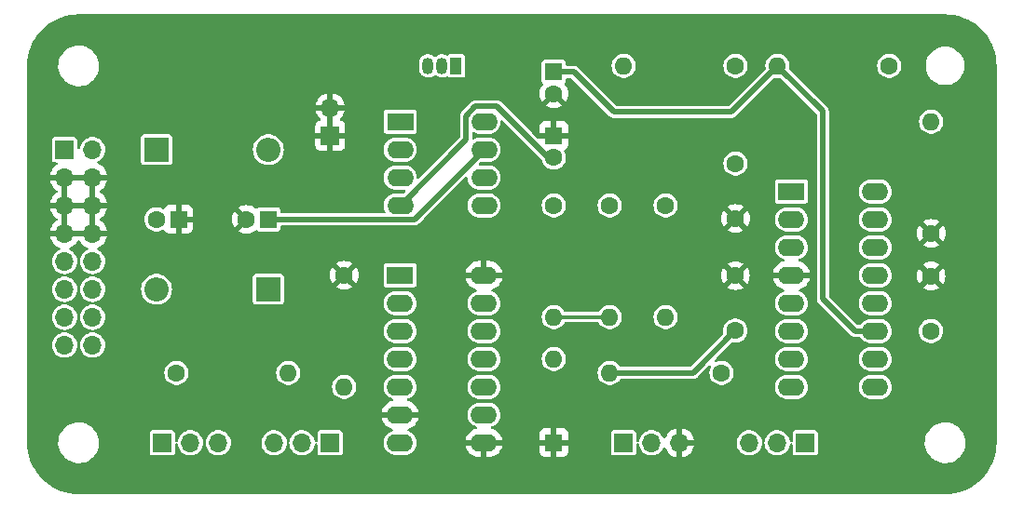
<source format=gbr>
%TF.GenerationSoftware,KiCad,Pcbnew,7.0.1-0*%
%TF.CreationDate,2023-04-22T10:39:49-04:00*%
%TF.ProjectId,Penford VCO,50656e66-6f72-4642-9056-434f2e6b6963,rev?*%
%TF.SameCoordinates,Original*%
%TF.FileFunction,Copper,L2,Bot*%
%TF.FilePolarity,Positive*%
%FSLAX46Y46*%
G04 Gerber Fmt 4.6, Leading zero omitted, Abs format (unit mm)*
G04 Created by KiCad (PCBNEW 7.0.1-0) date 2023-04-22 10:39:49*
%MOMM*%
%LPD*%
G01*
G04 APERTURE LIST*
%TA.AperFunction,ComponentPad*%
%ADD10R,1.700000X1.700000*%
%TD*%
%TA.AperFunction,ComponentPad*%
%ADD11O,1.700000X1.700000*%
%TD*%
%TA.AperFunction,ComponentPad*%
%ADD12R,2.400000X1.600000*%
%TD*%
%TA.AperFunction,ComponentPad*%
%ADD13O,2.400000X1.600000*%
%TD*%
%TA.AperFunction,ComponentPad*%
%ADD14C,1.600000*%
%TD*%
%TA.AperFunction,ComponentPad*%
%ADD15O,1.600000X1.600000*%
%TD*%
%TA.AperFunction,ComponentPad*%
%ADD16R,1.600000X1.600000*%
%TD*%
%TA.AperFunction,ComponentPad*%
%ADD17R,1.050000X1.500000*%
%TD*%
%TA.AperFunction,ComponentPad*%
%ADD18O,1.050000X1.500000*%
%TD*%
%TA.AperFunction,ComponentPad*%
%ADD19R,2.200000X2.200000*%
%TD*%
%TA.AperFunction,ComponentPad*%
%ADD20O,2.200000X2.200000*%
%TD*%
%TA.AperFunction,Conductor*%
%ADD21C,0.300000*%
%TD*%
%TA.AperFunction,Conductor*%
%ADD22C,0.500000*%
%TD*%
G04 APERTURE END LIST*
D10*
%TO.P,J4,1,Pin_1*%
%TO.N,GND*%
X142240000Y-73660000D03*
D11*
%TO.P,J4,2,Pin_2*%
X142240000Y-71120000D03*
%TD*%
D12*
%TO.P,U3,1,NULL*%
%TO.N,unconnected-(U3-NULL-Pad1)*%
X148600000Y-72400000D03*
D13*
%TO.P,U3,2,-*%
%TO.N,Net-(D1-A)*%
X148600000Y-74940000D03*
%TO.P,U3,3,+*%
%TO.N,Net-(U2C-E3)*%
X148600000Y-77480000D03*
%TO.P,U3,4,V-*%
%TO.N,-12V*%
X148600000Y-80020000D03*
%TO.P,U3,5,NULL*%
%TO.N,unconnected-(U3-NULL-Pad5)*%
X156220000Y-80020000D03*
%TO.P,U3,6*%
%TO.N,Net-(Q1-B)*%
X156220000Y-77480000D03*
%TO.P,U3,7,V+*%
%TO.N,+12V*%
X156220000Y-74940000D03*
%TO.P,U3,8,NC*%
%TO.N,unconnected-(U3-NC-Pad8)*%
X156220000Y-72400000D03*
%TD*%
D14*
%TO.P,R4,1*%
%TO.N,Net-(U2C-E3)*%
X172720000Y-80010000D03*
D15*
%TO.P,R4,2*%
%TO.N,Net-(R4-Pad2)*%
X172720000Y-90170000D03*
%TD*%
D14*
%TO.P,R8,1*%
%TO.N,Net-(R8-Pad1)*%
X193040000Y-67310000D03*
D15*
%TO.P,R8,2*%
%TO.N,+12V*%
X182880000Y-67310000D03*
%TD*%
D14*
%TO.P,C2,1*%
%TO.N,GND*%
X179055000Y-86400000D03*
%TO.P,C2,2*%
%TO.N,-12V*%
X179055000Y-91400000D03*
%TD*%
D16*
%TO.P,C4,1*%
%TO.N,GND*%
X162560000Y-73660000D03*
D14*
%TO.P,C4,2*%
%TO.N,-12V*%
X162560000Y-75660000D03*
%TD*%
%TO.P,R2,1*%
%TO.N,GND*%
X143510000Y-86360000D03*
D15*
%TO.P,R2,2*%
%TO.N,Net-(U2E-B5)*%
X143510000Y-96520000D03*
%TD*%
D12*
%TO.P,U2,1*%
%TO.N,N/C*%
X148590000Y-86360000D03*
D13*
%TO.P,U2,2*%
X148590000Y-88900000D03*
%TO.P,U2,3*%
X148590000Y-91440000D03*
%TO.P,U2,4*%
X148590000Y-93980000D03*
%TO.P,U2,5*%
X148590000Y-96520000D03*
%TO.P,U2,6,B3*%
%TO.N,GND*%
X148590000Y-99060000D03*
%TO.P,U2,7,E3*%
%TO.N,Net-(U2C-E3)*%
X148590000Y-101600000D03*
%TO.P,U2,8,C3*%
%TO.N,GND*%
X156210000Y-101600000D03*
%TO.P,U2,9*%
%TO.N,N/C*%
X156210000Y-99060000D03*
%TO.P,U2,10*%
X156210000Y-96520000D03*
%TO.P,U2,11*%
X156210000Y-93980000D03*
%TO.P,U2,12,B5*%
%TO.N,Net-(U2E-B5)*%
X156210000Y-91440000D03*
%TO.P,U2,13,E5*%
%TO.N,Net-(D1-A)*%
X156210000Y-88900000D03*
%TO.P,U2,14,C5*%
%TO.N,GND*%
X156210000Y-86360000D03*
%TD*%
D10*
%TO.P,SW1,1,A*%
%TO.N,CV Bus*%
X127000000Y-101600000D03*
D11*
%TO.P,SW1,2,B*%
%TO.N,Net-(SW1-B)*%
X129540000Y-101600000D03*
%TO.P,SW1,3,C*%
%TO.N,Net-(SW1-C)*%
X132080000Y-101600000D03*
%TD*%
D10*
%TO.P,RV1,1,1*%
%TO.N,Net-(U2E-B5)*%
X142225000Y-101600000D03*
D11*
%TO.P,RV1,2,2*%
X139685000Y-101600000D03*
%TO.P,RV1,3,3*%
%TO.N,Net-(R1-Pad2)*%
X137145000Y-101600000D03*
%TD*%
D10*
%TO.P,RV2,1,1*%
%TO.N,-12V*%
X168910000Y-101600000D03*
D11*
%TO.P,RV2,2,2*%
%TO.N,Net-(R4-Pad2)*%
X171450000Y-101600000D03*
%TO.P,RV2,3,3*%
%TO.N,GND*%
X173990000Y-101600000D03*
%TD*%
D12*
%TO.P,U1,1*%
%TO.N,Net-(R6-Pad1)*%
X184150000Y-78740000D03*
D13*
%TO.P,U1,2,DIODE_BIAS*%
%TO.N,unconnected-(U1C-DIODE_BIAS-Pad2)*%
X184150000Y-81280000D03*
%TO.P,U1,3,+*%
%TO.N,1*%
X184150000Y-83820000D03*
%TO.P,U1,4,-*%
%TO.N,GND*%
X184150000Y-86360000D03*
%TO.P,U1,5*%
%TO.N,Net-(C5-Pad1)*%
X184150000Y-88900000D03*
%TO.P,U1,6,V-*%
%TO.N,-12V*%
X184150000Y-91440000D03*
%TO.P,U1,7*%
%TO.N,Net-(C5-Pad1)*%
X184150000Y-93980000D03*
%TO.P,U1,8*%
%TO.N,Net-(SW2-C)*%
X184150000Y-96520000D03*
%TO.P,U1,9*%
%TO.N,Net-(SW2-A)*%
X191770000Y-96520000D03*
%TO.P,U1,10*%
%TO.N,1*%
X191770000Y-93980000D03*
%TO.P,U1,11,V+*%
%TO.N,+12V*%
X191770000Y-91440000D03*
%TO.P,U1,12*%
%TO.N,1*%
X191770000Y-88900000D03*
%TO.P,U1,13,-*%
%TO.N,Net-(SW2-C)*%
X191770000Y-86360000D03*
%TO.P,U1,14,+*%
%TO.N,1*%
X191770000Y-83820000D03*
%TO.P,U1,15,DIODE_BIAS*%
%TO.N,unconnected-(U1A-DIODE_BIAS-Pad15)*%
X191770000Y-81280000D03*
%TO.P,U1,16*%
%TO.N,Net-(R8-Pad1)*%
X191770000Y-78740000D03*
%TD*%
D17*
%TO.P,Q1,1,C*%
%TO.N,2*%
X153670000Y-67310000D03*
D18*
%TO.P,Q1,2,B*%
%TO.N,Net-(Q1-B)*%
X152400000Y-67310000D03*
%TO.P,Q1,3,E*%
%TO.N,Net-(D1-A)*%
X151130000Y-67310000D03*
%TD*%
D14*
%TO.P,R5,1*%
%TO.N,GND*%
X196850000Y-82550000D03*
D15*
%TO.P,R5,2*%
%TO.N,1*%
X196850000Y-72390000D03*
%TD*%
D14*
%TO.P,R7,1*%
%TO.N,Net-(SW2-C)*%
X167640000Y-80010000D03*
D15*
%TO.P,R7,2*%
%TO.N,-12V*%
X167640000Y-90170000D03*
%TD*%
D14*
%TO.P,R1,1*%
%TO.N,Net-(SW1-B)*%
X128270000Y-95250000D03*
D15*
%TO.P,R1,2*%
%TO.N,Net-(R1-Pad2)*%
X138430000Y-95250000D03*
%TD*%
D16*
%TO.P,D1,1,K*%
%TO.N,GND*%
X162560000Y-101600000D03*
D15*
%TO.P,D1,2,A*%
%TO.N,Net-(D1-A)*%
X162560000Y-93980000D03*
%TD*%
D16*
%TO.P,C7,1*%
%TO.N,GND*%
X128460000Y-81280000D03*
D14*
%TO.P,C7,2*%
%TO.N,-12V*%
X126460000Y-81280000D03*
%TD*%
D10*
%TO.P,SW2,1,A*%
%TO.N,Net-(SW2-A)*%
X185405000Y-101600000D03*
D11*
%TO.P,SW2,2,B*%
%TO.N,4*%
X182865000Y-101600000D03*
%TO.P,SW2,3,C*%
%TO.N,Net-(SW2-C)*%
X180325000Y-101600000D03*
%TD*%
D16*
%TO.P,C3,1*%
%TO.N,+12V*%
X162560000Y-67850000D03*
D14*
%TO.P,C3,2*%
%TO.N,GND*%
X162560000Y-69850000D03*
%TD*%
D16*
%TO.P,C6,1*%
%TO.N,+12V*%
X136620000Y-81280000D03*
D14*
%TO.P,C6,2*%
%TO.N,GND*%
X134620000Y-81280000D03*
%TD*%
D19*
%TO.P,D2,1,K*%
%TO.N,+12V*%
X136620000Y-87630000D03*
D20*
%TO.P,D2,2,A*%
%TO.N,Net-(D2-A)*%
X126460000Y-87630000D03*
%TD*%
D14*
%TO.P,R3,1*%
%TO.N,Net-(U2C-E3)*%
X162560000Y-80010000D03*
D15*
%TO.P,R3,2*%
%TO.N,-12V*%
X162560000Y-90170000D03*
%TD*%
D10*
%TO.P,J1,1,Pin_1*%
%TO.N,Net-(D3-K)*%
X118110000Y-74930000D03*
D11*
%TO.P,J1,2,Pin_2*%
X120650000Y-74930000D03*
%TO.P,J1,3,Pin_3*%
%TO.N,GND*%
X118110000Y-77470000D03*
%TO.P,J1,4,Pin_4*%
X120650000Y-77470000D03*
%TO.P,J1,5,Pin_5*%
X118110000Y-80010000D03*
%TO.P,J1,6,Pin_6*%
X120650000Y-80010000D03*
%TO.P,J1,7,Pin_7*%
X118110000Y-82550000D03*
%TO.P,J1,8,Pin_8*%
X120650000Y-82550000D03*
%TO.P,J1,9,Pin_9*%
%TO.N,Net-(D2-A)*%
X118110000Y-85090000D03*
%TO.P,J1,10,Pin_10*%
X120650000Y-85090000D03*
%TO.P,J1,11,Pin_11*%
%TO.N,+5V*%
X118110000Y-87630000D03*
%TO.P,J1,12,Pin_12*%
X120650000Y-87630000D03*
%TO.P,J1,13,Pin_13*%
%TO.N,CV Bus*%
X118110000Y-90170000D03*
%TO.P,J1,14,Pin_14*%
X120650000Y-90170000D03*
%TO.P,J1,15,Pin_15*%
%TO.N,Gate Bus*%
X118110000Y-92710000D03*
%TO.P,J1,16,Pin_16*%
X120650000Y-92710000D03*
%TD*%
D19*
%TO.P,D3,1,K*%
%TO.N,Net-(D3-K)*%
X126460000Y-74930000D03*
D20*
%TO.P,D3,2,A*%
%TO.N,-12V*%
X136620000Y-74930000D03*
%TD*%
D14*
%TO.P,C5,1*%
%TO.N,Net-(C5-Pad1)*%
X179070000Y-76200000D03*
%TO.P,C5,2*%
%TO.N,GND*%
X179070000Y-81200000D03*
%TD*%
%TO.P,R6,1*%
%TO.N,Net-(R6-Pad1)*%
X179070000Y-67310000D03*
D15*
%TO.P,R6,2*%
%TO.N,2*%
X168910000Y-67310000D03*
%TD*%
D14*
%TO.P,R9,1*%
%TO.N,Net-(SW2-A)*%
X177800000Y-95250000D03*
D15*
%TO.P,R9,2*%
%TO.N,-12V*%
X167640000Y-95250000D03*
%TD*%
D14*
%TO.P,C1,1*%
%TO.N,+12V*%
X196835000Y-91440000D03*
%TO.P,C1,2*%
%TO.N,GND*%
X196835000Y-86440000D03*
%TD*%
D21*
%TO.N,-12V*%
X162560000Y-90170000D02*
X167640000Y-90170000D01*
D22*
%TO.N,+12V*%
X189940000Y-91440000D02*
X187000000Y-88500000D01*
X191770000Y-91440000D02*
X189940000Y-91440000D01*
X187000000Y-71430000D02*
X182880000Y-67310000D01*
X187000000Y-88500000D02*
X187000000Y-71430000D01*
X168000000Y-71500000D02*
X178690000Y-71500000D01*
X178690000Y-71500000D02*
X182880000Y-67310000D01*
X162560000Y-67850000D02*
X164350000Y-67850000D01*
X164350000Y-67850000D02*
X168000000Y-71500000D01*
%TO.N,-12V*%
X179055000Y-91400000D02*
X175205000Y-95250000D01*
X175205000Y-95250000D02*
X167640000Y-95250000D01*
X148600000Y-80020000D02*
X154570000Y-74050000D01*
X154570000Y-74050000D02*
X154570000Y-71882233D01*
X154570000Y-71882233D02*
X155452233Y-71000000D01*
X157400000Y-71000000D02*
X162060000Y-75660000D01*
X155452233Y-71000000D02*
X157400000Y-71000000D01*
X162060000Y-75660000D02*
X162560000Y-75660000D01*
%TO.N,+12V*%
X156220000Y-74940000D02*
X149880000Y-81280000D01*
X149880000Y-81280000D02*
X136620000Y-81280000D01*
%TD*%
%TA.AperFunction,Conductor*%
%TO.N,GND*%
G36*
X198122702Y-62630617D02*
G01*
X198522459Y-62648071D01*
X198533195Y-62649011D01*
X198927220Y-62700885D01*
X198937858Y-62702760D01*
X199325867Y-62788780D01*
X199336307Y-62791578D01*
X199715320Y-62911080D01*
X199725481Y-62914778D01*
X200092649Y-63066865D01*
X200102441Y-63071431D01*
X200204082Y-63124342D01*
X200454942Y-63254931D01*
X200464310Y-63260339D01*
X200799488Y-63473871D01*
X200808349Y-63480076D01*
X201123632Y-63722001D01*
X201131919Y-63728955D01*
X201424914Y-63997436D01*
X201432563Y-64005085D01*
X201701044Y-64298080D01*
X201707998Y-64306367D01*
X201949923Y-64621650D01*
X201956128Y-64630511D01*
X202169660Y-64965689D01*
X202175068Y-64975057D01*
X202358565Y-65327552D01*
X202363137Y-65337356D01*
X202515220Y-65704516D01*
X202518920Y-65714682D01*
X202638420Y-66093688D01*
X202641220Y-66104136D01*
X202727237Y-66492133D01*
X202729115Y-66502787D01*
X202780986Y-66896785D01*
X202781929Y-66907561D01*
X202799382Y-67307297D01*
X202799500Y-67312706D01*
X202799500Y-101597294D01*
X202799382Y-101602703D01*
X202781929Y-102002438D01*
X202780986Y-102013214D01*
X202729115Y-102407212D01*
X202727237Y-102417866D01*
X202641220Y-102805863D01*
X202638420Y-102816311D01*
X202518920Y-103195317D01*
X202515220Y-103205483D01*
X202363137Y-103572643D01*
X202358565Y-103582447D01*
X202175068Y-103934942D01*
X202169660Y-103944310D01*
X201956128Y-104279488D01*
X201949923Y-104288349D01*
X201707998Y-104603632D01*
X201701044Y-104611919D01*
X201432563Y-104904914D01*
X201424914Y-104912563D01*
X201131919Y-105181044D01*
X201123632Y-105187998D01*
X200808349Y-105429923D01*
X200799488Y-105436128D01*
X200464310Y-105649660D01*
X200454942Y-105655068D01*
X200102447Y-105838565D01*
X200092643Y-105843137D01*
X199725483Y-105995220D01*
X199715317Y-105998920D01*
X199336311Y-106118420D01*
X199325863Y-106121220D01*
X198937866Y-106207237D01*
X198927212Y-106209115D01*
X198533214Y-106260986D01*
X198522438Y-106261929D01*
X198122703Y-106279382D01*
X198117294Y-106279500D01*
X119382706Y-106279500D01*
X119377297Y-106279382D01*
X118977561Y-106261929D01*
X118966785Y-106260986D01*
X118572787Y-106209115D01*
X118562133Y-106207237D01*
X118174136Y-106121220D01*
X118163688Y-106118420D01*
X117784682Y-105998920D01*
X117774516Y-105995220D01*
X117407356Y-105843137D01*
X117397552Y-105838565D01*
X117045057Y-105655068D01*
X117035689Y-105649660D01*
X116700511Y-105436128D01*
X116691650Y-105429923D01*
X116376367Y-105187998D01*
X116368080Y-105181044D01*
X116075085Y-104912563D01*
X116067436Y-104904914D01*
X115798955Y-104611919D01*
X115792001Y-104603632D01*
X115550076Y-104288349D01*
X115543871Y-104279488D01*
X115330339Y-103944310D01*
X115324931Y-103934942D01*
X115141434Y-103582447D01*
X115136862Y-103572643D01*
X115015650Y-103280013D01*
X114984778Y-103205481D01*
X114981079Y-103195317D01*
X114965983Y-103147440D01*
X114861578Y-102816307D01*
X114858779Y-102805863D01*
X114854571Y-102786881D01*
X114772760Y-102417858D01*
X114770884Y-102407212D01*
X114767092Y-102378407D01*
X114719011Y-102013195D01*
X114718071Y-102002459D01*
X114703458Y-101667764D01*
X117525787Y-101667764D01*
X117555413Y-101937016D01*
X117589998Y-102069304D01*
X117623928Y-102199088D01*
X117729870Y-102448390D01*
X117729871Y-102448392D01*
X117870982Y-102679611D01*
X118044253Y-102887818D01*
X118044255Y-102887820D01*
X118245998Y-103068582D01*
X118471910Y-103218044D01*
X118578211Y-103267875D01*
X118717177Y-103333021D01*
X118976562Y-103411058D01*
X118976569Y-103411060D01*
X119244561Y-103450500D01*
X119447631Y-103450500D01*
X119447634Y-103450500D01*
X119650156Y-103435677D01*
X119650156Y-103435676D01*
X119914553Y-103376780D01*
X120167558Y-103280014D01*
X120403777Y-103147441D01*
X120618177Y-102981888D01*
X120806186Y-102786881D01*
X120963799Y-102566579D01*
X121000669Y-102494867D01*
X125849500Y-102494867D01*
X125852414Y-102519988D01*
X125852414Y-102519990D01*
X125852415Y-102519991D01*
X125872986Y-102566579D01*
X125897795Y-102622767D01*
X125977232Y-102702204D01*
X125977233Y-102702204D01*
X125977235Y-102702206D01*
X126080009Y-102747585D01*
X126105135Y-102750500D01*
X127894864Y-102750499D01*
X127894867Y-102750499D01*
X127907427Y-102749042D01*
X127919991Y-102747585D01*
X128022765Y-102702206D01*
X128102206Y-102622765D01*
X128147585Y-102519991D01*
X128150500Y-102494865D01*
X128150499Y-101756046D01*
X128166170Y-101695710D01*
X128209221Y-101650622D01*
X128268772Y-101632181D01*
X128329770Y-101645049D01*
X128376799Y-101685972D01*
X128397970Y-101744607D01*
X128404243Y-101812310D01*
X128462595Y-102017390D01*
X128557631Y-102208252D01*
X128646306Y-102325675D01*
X128686128Y-102378407D01*
X128843698Y-102522052D01*
X129024981Y-102634298D01*
X129223802Y-102711321D01*
X129433390Y-102750500D01*
X129646608Y-102750500D01*
X129646610Y-102750500D01*
X129856198Y-102711321D01*
X130055019Y-102634298D01*
X130236302Y-102522052D01*
X130393872Y-102378407D01*
X130522366Y-102208255D01*
X130522366Y-102208253D01*
X130522368Y-102208252D01*
X130591554Y-102069305D01*
X130617405Y-102017389D01*
X130675756Y-101812310D01*
X130686529Y-101696047D01*
X130706633Y-101638996D01*
X130749410Y-101599999D01*
X130870589Y-101599999D01*
X130913367Y-101638996D01*
X130933471Y-101696048D01*
X130944243Y-101812310D01*
X131002595Y-102017390D01*
X131097631Y-102208252D01*
X131186306Y-102325675D01*
X131226128Y-102378407D01*
X131383698Y-102522052D01*
X131564981Y-102634298D01*
X131763802Y-102711321D01*
X131973390Y-102750500D01*
X132186608Y-102750500D01*
X132186610Y-102750500D01*
X132396198Y-102711321D01*
X132595019Y-102634298D01*
X132776302Y-102522052D01*
X132933872Y-102378407D01*
X133062366Y-102208255D01*
X133062366Y-102208253D01*
X133062368Y-102208252D01*
X133131554Y-102069305D01*
X133157405Y-102017389D01*
X133215756Y-101812310D01*
X133235429Y-101600000D01*
X135989571Y-101600000D01*
X136009243Y-101812310D01*
X136067595Y-102017390D01*
X136162631Y-102208252D01*
X136251306Y-102325675D01*
X136291128Y-102378407D01*
X136448698Y-102522052D01*
X136629981Y-102634298D01*
X136828802Y-102711321D01*
X137038390Y-102750500D01*
X137251608Y-102750500D01*
X137251610Y-102750500D01*
X137461198Y-102711321D01*
X137660019Y-102634298D01*
X137841302Y-102522052D01*
X137998872Y-102378407D01*
X138127366Y-102208255D01*
X138127366Y-102208253D01*
X138127368Y-102208252D01*
X138196554Y-102069305D01*
X138222405Y-102017389D01*
X138280756Y-101812310D01*
X138291529Y-101696047D01*
X138311633Y-101638996D01*
X138354410Y-101599999D01*
X138475589Y-101599999D01*
X138518367Y-101638996D01*
X138538471Y-101696048D01*
X138549243Y-101812310D01*
X138607595Y-102017390D01*
X138702631Y-102208252D01*
X138791306Y-102325675D01*
X138831128Y-102378407D01*
X138988698Y-102522052D01*
X139169981Y-102634298D01*
X139368802Y-102711321D01*
X139578390Y-102750500D01*
X139791608Y-102750500D01*
X139791610Y-102750500D01*
X140001198Y-102711321D01*
X140200019Y-102634298D01*
X140381302Y-102522052D01*
X140538872Y-102378407D01*
X140667366Y-102208255D01*
X140667366Y-102208253D01*
X140667368Y-102208252D01*
X140736554Y-102069305D01*
X140762405Y-102017389D01*
X140820756Y-101812310D01*
X140827029Y-101744605D01*
X140848200Y-101685971D01*
X140895228Y-101645047D01*
X140956226Y-101632179D01*
X141015777Y-101650620D01*
X141058829Y-101695708D01*
X141074500Y-101756047D01*
X141074500Y-102494867D01*
X141077414Y-102519988D01*
X141077414Y-102519990D01*
X141077415Y-102519991D01*
X141097986Y-102566579D01*
X141122795Y-102622767D01*
X141202232Y-102702204D01*
X141202233Y-102702204D01*
X141202235Y-102702206D01*
X141305009Y-102747585D01*
X141330135Y-102750500D01*
X143119864Y-102750499D01*
X143119867Y-102750499D01*
X143132427Y-102749042D01*
X143144991Y-102747585D01*
X143247765Y-102702206D01*
X143327206Y-102622765D01*
X143372585Y-102519991D01*
X143375500Y-102494865D01*
X143375499Y-100705136D01*
X143372585Y-100680009D01*
X143327206Y-100577235D01*
X143327204Y-100577233D01*
X143327204Y-100577232D01*
X143247767Y-100497795D01*
X143227121Y-100488679D01*
X143144991Y-100452415D01*
X143119865Y-100449500D01*
X143119863Y-100449500D01*
X141330132Y-100449500D01*
X141305011Y-100452414D01*
X141202232Y-100497795D01*
X141122795Y-100577232D01*
X141081839Y-100669989D01*
X141077415Y-100680009D01*
X141075952Y-100692624D01*
X141074500Y-100705136D01*
X141074500Y-101443950D01*
X141058829Y-101504289D01*
X141015777Y-101549377D01*
X140956226Y-101567818D01*
X140895228Y-101554950D01*
X140848200Y-101514026D01*
X140827029Y-101455390D01*
X140825850Y-101442670D01*
X140820756Y-101387690D01*
X140807006Y-101339366D01*
X140762404Y-101182609D01*
X140667368Y-100991747D01*
X140538873Y-100821594D01*
X140381301Y-100677947D01*
X140218645Y-100577235D01*
X140200019Y-100565702D01*
X140200017Y-100565701D01*
X140001198Y-100488679D01*
X139791610Y-100449500D01*
X139578390Y-100449500D01*
X139438664Y-100475619D01*
X139368801Y-100488679D01*
X139169982Y-100565701D01*
X138988698Y-100677947D01*
X138831126Y-100821594D01*
X138702631Y-100991747D01*
X138607595Y-101182609D01*
X138549243Y-101387689D01*
X138538471Y-101503951D01*
X138518367Y-101561003D01*
X138475589Y-101599999D01*
X138354410Y-101599999D01*
X138311633Y-101561003D01*
X138291529Y-101503951D01*
X138280756Y-101387689D01*
X138222404Y-101182609D01*
X138127368Y-100991747D01*
X137998873Y-100821594D01*
X137841301Y-100677947D01*
X137678645Y-100577235D01*
X137660019Y-100565702D01*
X137660017Y-100565701D01*
X137461198Y-100488679D01*
X137251610Y-100449500D01*
X137038390Y-100449500D01*
X136898664Y-100475619D01*
X136828801Y-100488679D01*
X136629982Y-100565701D01*
X136448698Y-100677947D01*
X136291126Y-100821594D01*
X136162631Y-100991747D01*
X136067595Y-101182609D01*
X136009243Y-101387689D01*
X135989571Y-101600000D01*
X133235429Y-101600000D01*
X133215756Y-101387690D01*
X133202006Y-101339366D01*
X133157404Y-101182609D01*
X133062368Y-100991747D01*
X132933873Y-100821594D01*
X132776301Y-100677947D01*
X132613645Y-100577235D01*
X132595019Y-100565702D01*
X132595017Y-100565701D01*
X132396198Y-100488679D01*
X132186610Y-100449500D01*
X131973390Y-100449500D01*
X131833664Y-100475619D01*
X131763801Y-100488679D01*
X131564982Y-100565701D01*
X131383698Y-100677947D01*
X131226126Y-100821594D01*
X131097631Y-100991747D01*
X131002595Y-101182609D01*
X130944243Y-101387689D01*
X130933471Y-101503951D01*
X130913367Y-101561003D01*
X130870589Y-101599999D01*
X130749410Y-101599999D01*
X130706633Y-101561003D01*
X130686529Y-101503951D01*
X130675756Y-101387689D01*
X130617404Y-101182609D01*
X130522368Y-100991747D01*
X130393873Y-100821594D01*
X130236301Y-100677947D01*
X130073645Y-100577235D01*
X130055019Y-100565702D01*
X130055017Y-100565701D01*
X129856198Y-100488679D01*
X129646610Y-100449500D01*
X129433390Y-100449500D01*
X129293664Y-100475619D01*
X129223801Y-100488679D01*
X129024982Y-100565701D01*
X128843698Y-100677947D01*
X128686126Y-100821594D01*
X128557631Y-100991747D01*
X128462595Y-101182609D01*
X128404243Y-101387689D01*
X128397970Y-101455393D01*
X128376799Y-101514029D01*
X128329770Y-101554952D01*
X128268772Y-101567820D01*
X128209221Y-101549379D01*
X128166170Y-101504291D01*
X128150499Y-101443952D01*
X128150499Y-100705133D01*
X128147585Y-100680011D01*
X128147585Y-100680009D01*
X128102206Y-100577235D01*
X128102204Y-100577233D01*
X128102204Y-100577232D01*
X128022767Y-100497795D01*
X128002121Y-100488679D01*
X127919991Y-100452415D01*
X127894865Y-100449500D01*
X127894863Y-100449500D01*
X126105132Y-100449500D01*
X126080011Y-100452414D01*
X125977232Y-100497795D01*
X125897795Y-100577232D01*
X125856839Y-100669989D01*
X125852415Y-100680009D01*
X125850952Y-100692624D01*
X125849500Y-100705136D01*
X125849500Y-102494867D01*
X121000669Y-102494867D01*
X121087656Y-102325675D01*
X121175118Y-102069305D01*
X121224319Y-101802933D01*
X121234212Y-101532235D01*
X121204586Y-101262982D01*
X121136072Y-101000912D01*
X121030130Y-100751610D01*
X120908802Y-100552807D01*
X120889017Y-100520388D01*
X120715746Y-100312181D01*
X120610758Y-100218112D01*
X120514002Y-100131418D01*
X120288090Y-99981956D01*
X120288086Y-99981954D01*
X120042822Y-99866978D01*
X119783437Y-99788941D01*
X119783431Y-99788940D01*
X119515439Y-99749500D01*
X119312369Y-99749500D01*
X119312366Y-99749500D01*
X119109843Y-99764322D01*
X118845449Y-99823219D01*
X118592441Y-99919986D01*
X118356223Y-100052559D01*
X118141825Y-100218109D01*
X117953813Y-100413120D01*
X117796201Y-100633420D01*
X117672342Y-100874329D01*
X117584881Y-101130695D01*
X117535680Y-101397066D01*
X117525787Y-101667764D01*
X114703458Y-101667764D01*
X114700617Y-101602702D01*
X114700500Y-101597294D01*
X114700500Y-99310000D01*
X146911128Y-99310000D01*
X146963733Y-99506326D01*
X147059865Y-99712480D01*
X147190341Y-99898819D01*
X147351180Y-100059658D01*
X147537519Y-100190134D01*
X147743672Y-100286266D01*
X147847382Y-100314055D01*
X147902551Y-100345732D01*
X147934752Y-100400597D01*
X147935509Y-100464209D01*
X147904623Y-100519825D01*
X147850224Y-100552807D01*
X147779125Y-100573684D01*
X147592315Y-100669990D01*
X147427115Y-100799906D01*
X147289479Y-100958745D01*
X147184396Y-101140754D01*
X147115655Y-101339366D01*
X147087926Y-101532235D01*
X147085746Y-101547398D01*
X147090398Y-101645049D01*
X147095746Y-101757330D01*
X147145297Y-101961580D01*
X147232602Y-102152752D01*
X147303619Y-102252480D01*
X147354514Y-102323952D01*
X147506622Y-102468986D01*
X147566356Y-102507375D01*
X147683425Y-102582612D01*
X147722580Y-102598287D01*
X147878543Y-102660725D01*
X147976528Y-102679610D01*
X148084914Y-102700500D01*
X148084915Y-102700500D01*
X149042420Y-102700500D01*
X149042425Y-102700500D01*
X149199218Y-102685528D01*
X149400875Y-102626316D01*
X149587682Y-102530011D01*
X149752886Y-102400092D01*
X149890519Y-102241256D01*
X149995604Y-102059244D01*
X150064344Y-101860633D01*
X150065873Y-101850000D01*
X154531128Y-101850000D01*
X154583733Y-102046326D01*
X154679865Y-102252480D01*
X154810341Y-102438819D01*
X154971180Y-102599658D01*
X155157519Y-102730134D01*
X155363673Y-102826266D01*
X155583397Y-102885141D01*
X155753235Y-102900000D01*
X155960000Y-102900000D01*
X155960000Y-101850000D01*
X156460000Y-101850000D01*
X156460000Y-102900000D01*
X156666765Y-102900000D01*
X156836602Y-102885141D01*
X157056326Y-102826266D01*
X157262480Y-102730134D01*
X157448819Y-102599658D01*
X157609658Y-102438819D01*
X157740134Y-102252480D01*
X157836266Y-102046326D01*
X157888872Y-101850000D01*
X161260000Y-101850000D01*
X161260000Y-102447824D01*
X161266402Y-102507375D01*
X161316647Y-102642089D01*
X161402811Y-102757188D01*
X161517910Y-102843352D01*
X161652624Y-102893597D01*
X161712176Y-102900000D01*
X162310000Y-102900000D01*
X162310000Y-101850000D01*
X162810000Y-101850000D01*
X162810000Y-102900000D01*
X163407824Y-102900000D01*
X163467375Y-102893597D01*
X163602089Y-102843352D01*
X163717188Y-102757188D01*
X163803352Y-102642089D01*
X163853597Y-102507375D01*
X163854942Y-102494867D01*
X167759500Y-102494867D01*
X167762414Y-102519988D01*
X167762414Y-102519990D01*
X167762415Y-102519991D01*
X167782986Y-102566579D01*
X167807795Y-102622767D01*
X167887232Y-102702204D01*
X167887233Y-102702204D01*
X167887235Y-102702206D01*
X167990009Y-102747585D01*
X168015135Y-102750500D01*
X169804864Y-102750499D01*
X169804867Y-102750499D01*
X169817427Y-102749042D01*
X169829991Y-102747585D01*
X169932765Y-102702206D01*
X170012206Y-102622765D01*
X170057585Y-102519991D01*
X170060500Y-102494865D01*
X170060499Y-101756046D01*
X170076170Y-101695710D01*
X170119221Y-101650622D01*
X170178772Y-101632181D01*
X170239770Y-101645049D01*
X170286799Y-101685972D01*
X170307970Y-101744607D01*
X170314243Y-101812310D01*
X170372595Y-102017390D01*
X170467631Y-102208252D01*
X170556306Y-102325675D01*
X170596128Y-102378407D01*
X170753698Y-102522052D01*
X170934981Y-102634298D01*
X171133802Y-102711321D01*
X171343390Y-102750500D01*
X171556608Y-102750500D01*
X171556610Y-102750500D01*
X171766198Y-102711321D01*
X171965019Y-102634298D01*
X172146302Y-102522052D01*
X172303872Y-102378407D01*
X172432366Y-102208255D01*
X172499324Y-102073783D01*
X172545722Y-102023213D01*
X172611913Y-102005066D01*
X172677617Y-102024905D01*
X172722705Y-102076651D01*
X172816399Y-102277576D01*
X172951893Y-102471081D01*
X173118918Y-102638106D01*
X173312423Y-102773600D01*
X173526507Y-102873430D01*
X173739999Y-102930635D01*
X173740000Y-102930636D01*
X173740000Y-101850000D01*
X174240000Y-101850000D01*
X174240000Y-102930635D01*
X174453492Y-102873430D01*
X174667576Y-102773600D01*
X174861081Y-102638106D01*
X175028106Y-102471081D01*
X175163600Y-102277576D01*
X175263430Y-102063492D01*
X175320636Y-101850000D01*
X174240000Y-101850000D01*
X173740000Y-101850000D01*
X173740000Y-101600000D01*
X179169571Y-101600000D01*
X179189243Y-101812310D01*
X179247595Y-102017390D01*
X179342631Y-102208252D01*
X179431306Y-102325675D01*
X179471128Y-102378407D01*
X179628698Y-102522052D01*
X179809981Y-102634298D01*
X180008802Y-102711321D01*
X180218390Y-102750500D01*
X180431608Y-102750500D01*
X180431610Y-102750500D01*
X180641198Y-102711321D01*
X180840019Y-102634298D01*
X181021302Y-102522052D01*
X181178872Y-102378407D01*
X181307366Y-102208255D01*
X181307366Y-102208253D01*
X181307368Y-102208252D01*
X181376554Y-102069305D01*
X181402405Y-102017389D01*
X181460756Y-101812310D01*
X181471529Y-101696047D01*
X181491633Y-101638996D01*
X181534410Y-101599999D01*
X181655589Y-101599999D01*
X181698367Y-101638996D01*
X181718471Y-101696048D01*
X181729243Y-101812310D01*
X181787595Y-102017390D01*
X181882631Y-102208252D01*
X181971306Y-102325675D01*
X182011128Y-102378407D01*
X182168698Y-102522052D01*
X182349981Y-102634298D01*
X182548802Y-102711321D01*
X182758390Y-102750500D01*
X182971608Y-102750500D01*
X182971610Y-102750500D01*
X183181198Y-102711321D01*
X183380019Y-102634298D01*
X183561302Y-102522052D01*
X183718872Y-102378407D01*
X183847366Y-102208255D01*
X183847366Y-102208253D01*
X183847368Y-102208252D01*
X183916554Y-102069305D01*
X183942405Y-102017389D01*
X184000756Y-101812310D01*
X184007029Y-101744605D01*
X184028200Y-101685971D01*
X184075228Y-101645047D01*
X184136226Y-101632179D01*
X184195777Y-101650620D01*
X184238829Y-101695708D01*
X184254500Y-101756047D01*
X184254500Y-102494867D01*
X184257414Y-102519988D01*
X184257414Y-102519990D01*
X184257415Y-102519991D01*
X184277986Y-102566579D01*
X184302795Y-102622767D01*
X184382232Y-102702204D01*
X184382233Y-102702204D01*
X184382235Y-102702206D01*
X184485009Y-102747585D01*
X184510135Y-102750500D01*
X186299864Y-102750499D01*
X186299867Y-102750499D01*
X186312427Y-102749042D01*
X186324991Y-102747585D01*
X186427765Y-102702206D01*
X186507206Y-102622765D01*
X186552585Y-102519991D01*
X186555500Y-102494865D01*
X186555500Y-101667764D01*
X196265787Y-101667764D01*
X196295413Y-101937016D01*
X196329998Y-102069304D01*
X196363928Y-102199088D01*
X196469870Y-102448390D01*
X196469871Y-102448392D01*
X196610982Y-102679611D01*
X196784253Y-102887818D01*
X196784255Y-102887820D01*
X196985998Y-103068582D01*
X197211910Y-103218044D01*
X197318211Y-103267875D01*
X197457177Y-103333021D01*
X197716562Y-103411058D01*
X197716569Y-103411060D01*
X197984561Y-103450500D01*
X198187631Y-103450500D01*
X198187634Y-103450500D01*
X198390156Y-103435677D01*
X198390156Y-103435676D01*
X198654553Y-103376780D01*
X198907558Y-103280014D01*
X199143777Y-103147441D01*
X199358177Y-102981888D01*
X199546186Y-102786881D01*
X199703799Y-102566579D01*
X199827656Y-102325675D01*
X199915118Y-102069305D01*
X199964319Y-101802933D01*
X199974212Y-101532235D01*
X199944586Y-101262982D01*
X199876072Y-101000912D01*
X199770130Y-100751610D01*
X199648802Y-100552807D01*
X199629017Y-100520388D01*
X199455746Y-100312181D01*
X199350758Y-100218112D01*
X199254002Y-100131418D01*
X199028090Y-99981956D01*
X199028086Y-99981954D01*
X198782822Y-99866978D01*
X198523437Y-99788941D01*
X198523431Y-99788940D01*
X198255439Y-99749500D01*
X198052369Y-99749500D01*
X198052366Y-99749500D01*
X197849843Y-99764322D01*
X197585449Y-99823219D01*
X197332441Y-99919986D01*
X197096223Y-100052559D01*
X196881825Y-100218109D01*
X196693813Y-100413120D01*
X196536201Y-100633420D01*
X196412342Y-100874329D01*
X196324881Y-101130695D01*
X196275680Y-101397066D01*
X196265787Y-101667764D01*
X186555500Y-101667764D01*
X186555499Y-100705136D01*
X186552585Y-100680009D01*
X186507206Y-100577235D01*
X186507204Y-100577233D01*
X186507204Y-100577232D01*
X186427767Y-100497795D01*
X186407121Y-100488679D01*
X186324991Y-100452415D01*
X186299865Y-100449500D01*
X186299863Y-100449500D01*
X184510132Y-100449500D01*
X184485011Y-100452414D01*
X184382232Y-100497795D01*
X184302795Y-100577232D01*
X184261839Y-100669989D01*
X184257415Y-100680009D01*
X184255952Y-100692624D01*
X184254500Y-100705136D01*
X184254500Y-101443950D01*
X184238829Y-101504289D01*
X184195777Y-101549377D01*
X184136226Y-101567818D01*
X184075228Y-101554950D01*
X184028200Y-101514026D01*
X184007029Y-101455390D01*
X184005850Y-101442670D01*
X184000756Y-101387690D01*
X183987006Y-101339366D01*
X183942404Y-101182609D01*
X183847368Y-100991747D01*
X183718873Y-100821594D01*
X183561301Y-100677947D01*
X183398645Y-100577235D01*
X183380019Y-100565702D01*
X183380017Y-100565701D01*
X183181198Y-100488679D01*
X182971610Y-100449500D01*
X182758390Y-100449500D01*
X182618664Y-100475619D01*
X182548801Y-100488679D01*
X182349982Y-100565701D01*
X182168698Y-100677947D01*
X182011126Y-100821594D01*
X181882631Y-100991747D01*
X181787595Y-101182609D01*
X181729243Y-101387689D01*
X181718471Y-101503951D01*
X181698367Y-101561003D01*
X181655589Y-101599999D01*
X181534410Y-101599999D01*
X181491633Y-101561003D01*
X181471529Y-101503951D01*
X181460756Y-101387689D01*
X181402404Y-101182609D01*
X181307368Y-100991747D01*
X181178873Y-100821594D01*
X181021301Y-100677947D01*
X180858645Y-100577235D01*
X180840019Y-100565702D01*
X180840017Y-100565701D01*
X180641198Y-100488679D01*
X180431610Y-100449500D01*
X180218390Y-100449500D01*
X180078664Y-100475619D01*
X180008801Y-100488679D01*
X179809982Y-100565701D01*
X179628698Y-100677947D01*
X179471126Y-100821594D01*
X179342631Y-100991747D01*
X179247595Y-101182609D01*
X179189243Y-101387689D01*
X179169571Y-101600000D01*
X173740000Y-101600000D01*
X173740000Y-100269364D01*
X174240000Y-100269364D01*
X174240000Y-101350000D01*
X175320636Y-101350000D01*
X175320635Y-101349999D01*
X175263430Y-101136507D01*
X175163599Y-100922421D01*
X175028109Y-100728921D01*
X174861081Y-100561893D01*
X174667576Y-100426399D01*
X174453492Y-100326569D01*
X174240000Y-100269364D01*
X173740000Y-100269364D01*
X173739999Y-100269364D01*
X173526507Y-100326569D01*
X173312421Y-100426400D01*
X173118921Y-100561890D01*
X172951890Y-100728921D01*
X172816401Y-100922419D01*
X172722705Y-101123349D01*
X172677617Y-101175094D01*
X172611913Y-101194933D01*
X172545722Y-101176786D01*
X172499324Y-101126216D01*
X172432366Y-100991745D01*
X172432365Y-100991744D01*
X172432365Y-100991743D01*
X172303873Y-100821594D01*
X172146301Y-100677947D01*
X171983645Y-100577235D01*
X171965019Y-100565702D01*
X171965017Y-100565701D01*
X171766198Y-100488679D01*
X171556610Y-100449500D01*
X171343390Y-100449500D01*
X171203664Y-100475619D01*
X171133801Y-100488679D01*
X170934982Y-100565701D01*
X170753698Y-100677947D01*
X170596126Y-100821594D01*
X170467631Y-100991747D01*
X170372595Y-101182609D01*
X170314243Y-101387689D01*
X170307970Y-101455393D01*
X170286799Y-101514029D01*
X170239770Y-101554952D01*
X170178772Y-101567820D01*
X170119221Y-101549379D01*
X170076170Y-101504291D01*
X170060499Y-101443952D01*
X170060499Y-100705133D01*
X170057585Y-100680011D01*
X170057585Y-100680009D01*
X170012206Y-100577235D01*
X170012204Y-100577233D01*
X170012204Y-100577232D01*
X169932767Y-100497795D01*
X169912121Y-100488679D01*
X169829991Y-100452415D01*
X169804865Y-100449500D01*
X169804863Y-100449500D01*
X168015132Y-100449500D01*
X167990011Y-100452414D01*
X167887232Y-100497795D01*
X167807795Y-100577232D01*
X167766839Y-100669989D01*
X167762415Y-100680009D01*
X167760952Y-100692624D01*
X167759500Y-100705136D01*
X167759500Y-102494867D01*
X163854942Y-102494867D01*
X163860000Y-102447824D01*
X163860000Y-101850000D01*
X162810000Y-101850000D01*
X162310000Y-101850000D01*
X161260000Y-101850000D01*
X157888872Y-101850000D01*
X156460000Y-101850000D01*
X155960000Y-101850000D01*
X154531128Y-101850000D01*
X150065873Y-101850000D01*
X150094254Y-101652602D01*
X150084254Y-101442670D01*
X150061772Y-101350000D01*
X154531128Y-101350000D01*
X157888872Y-101350000D01*
X161260000Y-101350000D01*
X162310000Y-101350000D01*
X162310000Y-100300000D01*
X162810000Y-100300000D01*
X162810000Y-101350000D01*
X163860000Y-101350000D01*
X163860000Y-100752176D01*
X163853597Y-100692624D01*
X163803352Y-100557910D01*
X163717188Y-100442811D01*
X163602089Y-100356647D01*
X163467375Y-100306402D01*
X163407824Y-100300000D01*
X162810000Y-100300000D01*
X162310000Y-100300000D01*
X161712176Y-100300000D01*
X161652624Y-100306402D01*
X161517910Y-100356647D01*
X161402811Y-100442811D01*
X161316647Y-100557910D01*
X161266402Y-100692624D01*
X161260000Y-100752176D01*
X161260000Y-101350000D01*
X157888872Y-101350000D01*
X157888871Y-101349999D01*
X157836266Y-101153673D01*
X157740134Y-100947519D01*
X157609658Y-100761180D01*
X157448819Y-100600341D01*
X157262480Y-100469865D01*
X157056326Y-100373733D01*
X156952617Y-100345944D01*
X156897448Y-100314266D01*
X156865247Y-100259401D01*
X156864490Y-100195788D01*
X156895377Y-100140173D01*
X156949775Y-100107192D01*
X157020875Y-100086316D01*
X157207682Y-99990011D01*
X157372886Y-99860092D01*
X157510519Y-99701256D01*
X157615604Y-99519244D01*
X157684344Y-99320633D01*
X157714254Y-99112602D01*
X157704254Y-98902670D01*
X157654704Y-98698424D01*
X157654702Y-98698419D01*
X157567397Y-98507247D01*
X157445487Y-98336050D01*
X157445486Y-98336048D01*
X157293378Y-98191014D01*
X157261257Y-98170371D01*
X157116574Y-98077387D01*
X156960609Y-98014949D01*
X156921457Y-97999275D01*
X156921456Y-97999274D01*
X156921454Y-97999274D01*
X156715086Y-97959500D01*
X156715085Y-97959500D01*
X155757575Y-97959500D01*
X155659579Y-97968857D01*
X155600779Y-97974472D01*
X155399126Y-98033683D01*
X155212315Y-98129990D01*
X155047115Y-98259906D01*
X154909479Y-98418745D01*
X154804396Y-98600754D01*
X154735655Y-98799366D01*
X154705746Y-99007396D01*
X154715746Y-99217330D01*
X154765297Y-99421580D01*
X154852602Y-99612752D01*
X154923619Y-99712480D01*
X154974514Y-99783952D01*
X155126622Y-99928986D01*
X155198964Y-99975478D01*
X155303425Y-100042612D01*
X155328272Y-100052559D01*
X155477186Y-100112175D01*
X155526718Y-100148342D01*
X155552858Y-100203824D01*
X155549211Y-100265048D01*
X155516669Y-100317035D01*
X155463193Y-100347067D01*
X155363673Y-100373733D01*
X155157519Y-100469865D01*
X154971180Y-100600341D01*
X154810341Y-100761180D01*
X154679865Y-100947519D01*
X154583733Y-101153673D01*
X154531128Y-101349999D01*
X154531128Y-101350000D01*
X150061772Y-101350000D01*
X150034704Y-101238424D01*
X150034702Y-101238419D01*
X149947397Y-101047247D01*
X149825487Y-100876050D01*
X149825486Y-100876048D01*
X149673378Y-100731014D01*
X149590805Y-100677947D01*
X149496573Y-100617387D01*
X149322814Y-100547825D01*
X149273281Y-100511656D01*
X149247141Y-100456174D01*
X149250788Y-100394950D01*
X149283331Y-100342963D01*
X149336807Y-100312932D01*
X149436326Y-100286266D01*
X149642480Y-100190134D01*
X149828819Y-100059658D01*
X149989658Y-99898819D01*
X150120134Y-99712480D01*
X150216266Y-99506326D01*
X150268872Y-99310000D01*
X146911128Y-99310000D01*
X114700500Y-99310000D01*
X114700500Y-98810000D01*
X146911128Y-98810000D01*
X150268872Y-98810000D01*
X150268871Y-98809999D01*
X150216266Y-98613673D01*
X150120134Y-98407519D01*
X149989658Y-98221180D01*
X149828819Y-98060341D01*
X149642480Y-97929865D01*
X149436326Y-97833733D01*
X149332617Y-97805944D01*
X149277448Y-97774266D01*
X149245247Y-97719401D01*
X149244490Y-97655788D01*
X149275377Y-97600173D01*
X149329775Y-97567192D01*
X149400875Y-97546316D01*
X149587682Y-97450011D01*
X149752886Y-97320092D01*
X149890519Y-97161256D01*
X149995604Y-96979244D01*
X150064344Y-96780633D01*
X150094254Y-96572602D01*
X150089243Y-96467396D01*
X154705746Y-96467396D01*
X154715746Y-96677330D01*
X154765297Y-96881580D01*
X154852602Y-97072752D01*
X154962845Y-97227566D01*
X154974514Y-97243952D01*
X155126622Y-97388986D01*
X155198964Y-97435478D01*
X155303425Y-97502612D01*
X155320251Y-97509348D01*
X155498543Y-97580725D01*
X155599449Y-97600173D01*
X155704914Y-97620500D01*
X155704915Y-97620500D01*
X156662420Y-97620500D01*
X156662425Y-97620500D01*
X156819218Y-97605528D01*
X157020875Y-97546316D01*
X157207682Y-97450011D01*
X157372886Y-97320092D01*
X157510519Y-97161256D01*
X157615604Y-96979244D01*
X157684344Y-96780633D01*
X157714254Y-96572602D01*
X157709243Y-96467396D01*
X182645746Y-96467396D01*
X182655746Y-96677330D01*
X182705297Y-96881580D01*
X182792602Y-97072752D01*
X182902845Y-97227566D01*
X182914514Y-97243952D01*
X183066622Y-97388986D01*
X183138964Y-97435478D01*
X183243425Y-97502612D01*
X183260251Y-97509348D01*
X183438543Y-97580725D01*
X183539449Y-97600173D01*
X183644914Y-97620500D01*
X183644915Y-97620500D01*
X184602420Y-97620500D01*
X184602425Y-97620500D01*
X184759218Y-97605528D01*
X184960875Y-97546316D01*
X185147682Y-97450011D01*
X185312886Y-97320092D01*
X185450519Y-97161256D01*
X185555604Y-96979244D01*
X185624344Y-96780633D01*
X185654254Y-96572602D01*
X185649243Y-96467396D01*
X190265746Y-96467396D01*
X190275746Y-96677330D01*
X190325297Y-96881580D01*
X190412602Y-97072752D01*
X190522845Y-97227566D01*
X190534514Y-97243952D01*
X190686622Y-97388986D01*
X190758964Y-97435478D01*
X190863425Y-97502612D01*
X190880251Y-97509348D01*
X191058543Y-97580725D01*
X191159449Y-97600173D01*
X191264914Y-97620500D01*
X191264915Y-97620500D01*
X192222420Y-97620500D01*
X192222425Y-97620500D01*
X192379218Y-97605528D01*
X192580875Y-97546316D01*
X192767682Y-97450011D01*
X192932886Y-97320092D01*
X193070519Y-97161256D01*
X193175604Y-96979244D01*
X193244344Y-96780633D01*
X193274254Y-96572602D01*
X193264254Y-96362670D01*
X193214704Y-96158424D01*
X193197498Y-96120748D01*
X193127397Y-95967247D01*
X193010267Y-95802762D01*
X193005486Y-95796048D01*
X192853378Y-95651014D01*
X192819556Y-95629278D01*
X192676574Y-95537387D01*
X192520609Y-95474949D01*
X192481457Y-95459275D01*
X192481456Y-95459274D01*
X192481454Y-95459274D01*
X192275086Y-95419500D01*
X192275085Y-95419500D01*
X191317575Y-95419500D01*
X191219579Y-95428857D01*
X191160779Y-95434472D01*
X190959126Y-95493683D01*
X190772315Y-95589990D01*
X190607115Y-95719906D01*
X190469479Y-95878745D01*
X190364396Y-96060754D01*
X190295655Y-96259366D01*
X190265746Y-96467396D01*
X185649243Y-96467396D01*
X185644254Y-96362670D01*
X185594704Y-96158424D01*
X185577498Y-96120748D01*
X185507397Y-95967247D01*
X185390267Y-95802762D01*
X185385486Y-95796048D01*
X185233378Y-95651014D01*
X185199556Y-95629278D01*
X185056574Y-95537387D01*
X184900609Y-95474949D01*
X184861457Y-95459275D01*
X184861456Y-95459274D01*
X184861454Y-95459274D01*
X184655086Y-95419500D01*
X184655085Y-95419500D01*
X183697575Y-95419500D01*
X183599579Y-95428857D01*
X183540779Y-95434472D01*
X183339126Y-95493683D01*
X183152315Y-95589990D01*
X182987115Y-95719906D01*
X182849479Y-95878745D01*
X182744396Y-96060754D01*
X182675655Y-96259366D01*
X182645746Y-96467396D01*
X157709243Y-96467396D01*
X157704254Y-96362670D01*
X157654704Y-96158424D01*
X157637498Y-96120748D01*
X157567397Y-95967247D01*
X157450267Y-95802762D01*
X157445486Y-95796048D01*
X157293378Y-95651014D01*
X157259556Y-95629278D01*
X157116574Y-95537387D01*
X156960609Y-95474949D01*
X156921457Y-95459275D01*
X156921456Y-95459274D01*
X156921454Y-95459274D01*
X156715086Y-95419500D01*
X156715085Y-95419500D01*
X155757575Y-95419500D01*
X155659579Y-95428857D01*
X155600779Y-95434472D01*
X155399126Y-95493683D01*
X155212315Y-95589990D01*
X155047115Y-95719906D01*
X154909479Y-95878745D01*
X154804396Y-96060754D01*
X154735655Y-96259366D01*
X154705746Y-96467396D01*
X150089243Y-96467396D01*
X150084254Y-96362670D01*
X150034704Y-96158424D01*
X150017498Y-96120748D01*
X149947397Y-95967247D01*
X149830267Y-95802762D01*
X149825486Y-95796048D01*
X149673378Y-95651014D01*
X149639556Y-95629278D01*
X149496574Y-95537387D01*
X149340609Y-95474949D01*
X149301457Y-95459275D01*
X149301456Y-95459274D01*
X149301454Y-95459274D01*
X149095086Y-95419500D01*
X149095085Y-95419500D01*
X148137575Y-95419500D01*
X148039579Y-95428857D01*
X147980779Y-95434472D01*
X147779126Y-95493683D01*
X147592315Y-95589990D01*
X147427115Y-95719906D01*
X147289479Y-95878745D01*
X147184396Y-96060754D01*
X147115655Y-96259366D01*
X147085746Y-96467396D01*
X147095746Y-96677330D01*
X147145297Y-96881580D01*
X147232602Y-97072752D01*
X147342845Y-97227566D01*
X147354514Y-97243952D01*
X147506622Y-97388986D01*
X147578964Y-97435478D01*
X147683425Y-97502612D01*
X147700251Y-97509348D01*
X147857186Y-97572175D01*
X147906718Y-97608342D01*
X147932858Y-97663824D01*
X147929211Y-97725048D01*
X147896669Y-97777035D01*
X147843193Y-97807067D01*
X147743673Y-97833733D01*
X147537519Y-97929865D01*
X147351180Y-98060341D01*
X147190341Y-98221180D01*
X147059865Y-98407519D01*
X146963733Y-98613673D01*
X146911128Y-98809999D01*
X146911128Y-98810000D01*
X114700500Y-98810000D01*
X114700500Y-96520000D01*
X142404785Y-96520000D01*
X142423602Y-96723083D01*
X142479418Y-96919251D01*
X142570324Y-97101818D01*
X142693236Y-97264580D01*
X142843958Y-97401981D01*
X143017361Y-97509347D01*
X143017363Y-97509348D01*
X143207544Y-97583024D01*
X143408024Y-97620500D01*
X143611974Y-97620500D01*
X143611976Y-97620500D01*
X143812456Y-97583024D01*
X144002637Y-97509348D01*
X144176041Y-97401981D01*
X144326764Y-97264579D01*
X144449673Y-97101821D01*
X144449673Y-97101819D01*
X144449675Y-97101818D01*
X144510709Y-96979244D01*
X144540582Y-96919250D01*
X144596397Y-96723083D01*
X144615215Y-96520000D01*
X144596397Y-96316917D01*
X144595289Y-96313024D01*
X144551300Y-96158419D01*
X144540582Y-96120750D01*
X144510708Y-96060754D01*
X144449675Y-95938181D01*
X144326763Y-95775419D01*
X144176041Y-95638018D01*
X144002638Y-95530652D01*
X143812457Y-95456976D01*
X143745629Y-95444484D01*
X143611976Y-95419500D01*
X143408024Y-95419500D01*
X143307784Y-95438237D01*
X143207542Y-95456976D01*
X143017361Y-95530652D01*
X142843958Y-95638018D01*
X142693236Y-95775419D01*
X142570324Y-95938181D01*
X142479418Y-96120748D01*
X142423602Y-96316916D01*
X142404785Y-96520000D01*
X114700500Y-96520000D01*
X114700500Y-95250000D01*
X127164785Y-95250000D01*
X127183602Y-95453083D01*
X127239418Y-95649251D01*
X127330324Y-95831818D01*
X127453236Y-95994580D01*
X127603958Y-96131981D01*
X127777361Y-96239347D01*
X127777363Y-96239348D01*
X127967544Y-96313024D01*
X128168024Y-96350500D01*
X128371974Y-96350500D01*
X128371976Y-96350500D01*
X128572456Y-96313024D01*
X128762637Y-96239348D01*
X128936041Y-96131981D01*
X129086764Y-95994579D01*
X129209673Y-95831821D01*
X129209673Y-95831819D01*
X129209675Y-95831818D01*
X129274537Y-95701555D01*
X129300582Y-95649250D01*
X129356397Y-95453083D01*
X129375215Y-95250000D01*
X137324785Y-95250000D01*
X137343602Y-95453083D01*
X137399418Y-95649251D01*
X137490324Y-95831818D01*
X137613236Y-95994580D01*
X137763958Y-96131981D01*
X137937361Y-96239347D01*
X137937363Y-96239348D01*
X138127544Y-96313024D01*
X138328024Y-96350500D01*
X138531974Y-96350500D01*
X138531976Y-96350500D01*
X138732456Y-96313024D01*
X138922637Y-96239348D01*
X139096041Y-96131981D01*
X139246764Y-95994579D01*
X139369673Y-95831821D01*
X139369673Y-95831819D01*
X139369675Y-95831818D01*
X139434537Y-95701555D01*
X139460582Y-95649250D01*
X139516397Y-95453083D01*
X139535215Y-95250000D01*
X139535215Y-95249999D01*
X166534785Y-95249999D01*
X166553602Y-95453083D01*
X166609418Y-95649251D01*
X166700324Y-95831818D01*
X166823236Y-95994580D01*
X166973958Y-96131981D01*
X167147361Y-96239347D01*
X167147363Y-96239348D01*
X167337544Y-96313024D01*
X167538024Y-96350500D01*
X167741974Y-96350500D01*
X167741976Y-96350500D01*
X167942456Y-96313024D01*
X168132637Y-96239348D01*
X168306041Y-96131981D01*
X168456764Y-95994579D01*
X168499354Y-95938181D01*
X168566116Y-95849774D01*
X168609798Y-95813500D01*
X168665070Y-95800500D01*
X175193478Y-95800500D01*
X175197711Y-95800572D01*
X175261824Y-95802762D01*
X175261824Y-95802761D01*
X175261826Y-95802762D01*
X175301751Y-95793031D01*
X175314196Y-95790666D01*
X175354920Y-95785070D01*
X175371383Y-95777918D01*
X175391419Y-95771180D01*
X175408852Y-95766933D01*
X175444695Y-95746778D01*
X175456015Y-95741157D01*
X175493720Y-95724780D01*
X175507635Y-95713458D01*
X175525111Y-95701563D01*
X175540759Y-95692766D01*
X175569813Y-95663710D01*
X175579230Y-95655211D01*
X175611108Y-95629278D01*
X175621461Y-95614610D01*
X175635073Y-95598450D01*
X176615378Y-94618145D01*
X176675785Y-94584864D01*
X176744630Y-94589003D01*
X176800614Y-94629284D01*
X176826418Y-94693245D01*
X176814059Y-94761098D01*
X176769416Y-94850752D01*
X176713602Y-95046916D01*
X176694785Y-95249999D01*
X176713602Y-95453083D01*
X176769418Y-95649251D01*
X176860324Y-95831818D01*
X176983236Y-95994580D01*
X177133958Y-96131981D01*
X177307361Y-96239347D01*
X177307363Y-96239348D01*
X177497544Y-96313024D01*
X177698024Y-96350500D01*
X177901974Y-96350500D01*
X177901976Y-96350500D01*
X178102456Y-96313024D01*
X178292637Y-96239348D01*
X178466041Y-96131981D01*
X178616764Y-95994579D01*
X178739673Y-95831821D01*
X178739673Y-95831819D01*
X178739675Y-95831818D01*
X178804537Y-95701555D01*
X178830582Y-95649250D01*
X178886397Y-95453083D01*
X178905215Y-95250000D01*
X178886397Y-95046917D01*
X178885289Y-95043024D01*
X178847443Y-94910009D01*
X178830582Y-94850750D01*
X178829704Y-94848986D01*
X178739675Y-94668181D01*
X178616763Y-94505419D01*
X178466041Y-94368018D01*
X178292638Y-94260652D01*
X178102457Y-94186976D01*
X178035629Y-94174483D01*
X177901976Y-94149500D01*
X177698024Y-94149500D01*
X177497544Y-94186976D01*
X177466447Y-94199022D01*
X177309469Y-94259835D01*
X177243017Y-94266302D01*
X177182845Y-94237373D01*
X177146396Y-94181434D01*
X177144237Y-94114704D01*
X177176993Y-94056530D01*
X177306127Y-93927396D01*
X182645746Y-93927396D01*
X182655746Y-94137330D01*
X182705297Y-94341580D01*
X182792602Y-94532752D01*
X182902087Y-94686500D01*
X182914514Y-94703952D01*
X183066622Y-94848986D01*
X183138964Y-94895478D01*
X183243425Y-94962612D01*
X183260251Y-94969348D01*
X183438543Y-95040725D01*
X183567228Y-95065527D01*
X183644914Y-95080500D01*
X183644915Y-95080500D01*
X184602420Y-95080500D01*
X184602425Y-95080500D01*
X184759218Y-95065528D01*
X184960875Y-95006316D01*
X185147682Y-94910011D01*
X185312886Y-94780092D01*
X185450519Y-94621256D01*
X185555604Y-94439244D01*
X185624344Y-94240633D01*
X185654254Y-94032602D01*
X185649243Y-93927396D01*
X190265746Y-93927396D01*
X190275746Y-94137330D01*
X190325297Y-94341580D01*
X190412602Y-94532752D01*
X190522087Y-94686500D01*
X190534514Y-94703952D01*
X190686622Y-94848986D01*
X190758964Y-94895478D01*
X190863425Y-94962612D01*
X190880251Y-94969348D01*
X191058543Y-95040725D01*
X191187228Y-95065527D01*
X191264914Y-95080500D01*
X191264915Y-95080500D01*
X192222420Y-95080500D01*
X192222425Y-95080500D01*
X192379218Y-95065528D01*
X192580875Y-95006316D01*
X192767682Y-94910011D01*
X192932886Y-94780092D01*
X193070519Y-94621256D01*
X193175604Y-94439244D01*
X193244344Y-94240633D01*
X193274254Y-94032602D01*
X193264254Y-93822670D01*
X193214704Y-93618424D01*
X193197498Y-93580748D01*
X193127397Y-93427247D01*
X193005487Y-93256050D01*
X193005486Y-93256048D01*
X192853378Y-93111014D01*
X192821257Y-93090371D01*
X192676574Y-92997387D01*
X192489038Y-92922310D01*
X192481457Y-92919275D01*
X192481456Y-92919274D01*
X192481454Y-92919274D01*
X192275086Y-92879500D01*
X192275085Y-92879500D01*
X191317575Y-92879500D01*
X191219579Y-92888857D01*
X191160779Y-92894472D01*
X190959126Y-92953683D01*
X190772315Y-93049990D01*
X190607115Y-93179906D01*
X190469479Y-93338745D01*
X190364396Y-93520754D01*
X190295655Y-93719366D01*
X190265746Y-93927396D01*
X185649243Y-93927396D01*
X185644254Y-93822670D01*
X185594704Y-93618424D01*
X185577498Y-93580748D01*
X185507397Y-93427247D01*
X185385487Y-93256050D01*
X185385486Y-93256048D01*
X185233378Y-93111014D01*
X185201257Y-93090371D01*
X185056574Y-92997387D01*
X184869038Y-92922310D01*
X184861457Y-92919275D01*
X184861456Y-92919274D01*
X184861454Y-92919274D01*
X184655086Y-92879500D01*
X184655085Y-92879500D01*
X183697575Y-92879500D01*
X183599579Y-92888857D01*
X183540779Y-92894472D01*
X183339126Y-92953683D01*
X183152315Y-93049990D01*
X182987115Y-93179906D01*
X182849479Y-93338745D01*
X182744396Y-93520754D01*
X182675655Y-93719366D01*
X182645746Y-93927396D01*
X177306127Y-93927396D01*
X178721455Y-92512067D01*
X178772454Y-92481299D01*
X178831919Y-92477861D01*
X178953024Y-92500500D01*
X179156974Y-92500500D01*
X179156976Y-92500500D01*
X179357456Y-92463024D01*
X179547637Y-92389348D01*
X179721041Y-92281981D01*
X179871764Y-92144579D01*
X179994673Y-91981821D01*
X179994673Y-91981819D01*
X179994675Y-91981818D01*
X180049833Y-91871044D01*
X180085582Y-91799250D01*
X180141397Y-91603083D01*
X180160215Y-91400000D01*
X180159047Y-91387396D01*
X182645746Y-91387396D01*
X182655746Y-91597330D01*
X182705297Y-91801580D01*
X182792602Y-91992752D01*
X182870218Y-92101747D01*
X182914514Y-92163952D01*
X183066622Y-92308986D01*
X183138964Y-92355478D01*
X183243425Y-92422612D01*
X183260251Y-92429348D01*
X183438543Y-92500725D01*
X183567228Y-92525527D01*
X183644914Y-92540500D01*
X183644915Y-92540500D01*
X184602420Y-92540500D01*
X184602425Y-92540500D01*
X184759218Y-92525528D01*
X184960875Y-92466316D01*
X185147682Y-92370011D01*
X185312886Y-92240092D01*
X185450519Y-92081256D01*
X185555604Y-91899244D01*
X185624344Y-91700633D01*
X185654254Y-91492602D01*
X185644254Y-91282670D01*
X185594704Y-91078424D01*
X185577498Y-91040748D01*
X185507397Y-90887247D01*
X185385487Y-90716050D01*
X185385486Y-90716048D01*
X185233378Y-90571014D01*
X185150917Y-90518019D01*
X185056574Y-90457387D01*
X184869038Y-90382310D01*
X184861457Y-90379275D01*
X184861456Y-90379274D01*
X184861454Y-90379274D01*
X184655086Y-90339500D01*
X184655085Y-90339500D01*
X183697575Y-90339500D01*
X183599579Y-90348857D01*
X183540779Y-90354472D01*
X183339126Y-90413683D01*
X183152315Y-90509990D01*
X182987115Y-90639906D01*
X182849479Y-90798745D01*
X182744396Y-90980754D01*
X182675655Y-91179366D01*
X182645746Y-91387396D01*
X180159047Y-91387396D01*
X180141397Y-91196917D01*
X180085582Y-91000750D01*
X180075625Y-90980754D01*
X179994675Y-90818181D01*
X179871763Y-90655419D01*
X179721041Y-90518018D01*
X179547638Y-90410652D01*
X179357457Y-90336976D01*
X179290629Y-90324483D01*
X179156976Y-90299500D01*
X178953024Y-90299500D01*
X178852783Y-90318238D01*
X178752542Y-90336976D01*
X178562361Y-90410652D01*
X178388958Y-90518018D01*
X178238236Y-90655419D01*
X178115324Y-90818181D01*
X178024418Y-91000748D01*
X177968602Y-91196916D01*
X177950953Y-91387396D01*
X177949785Y-91400000D01*
X177956057Y-91467694D01*
X177968603Y-91603085D01*
X177971872Y-91614576D01*
X177972623Y-91679679D01*
X177940286Y-91736188D01*
X175013294Y-94663181D01*
X174973066Y-94690061D01*
X174925613Y-94699500D01*
X168665070Y-94699500D01*
X168609798Y-94686500D01*
X168566116Y-94650226D01*
X168456765Y-94505421D01*
X168306041Y-94368018D01*
X168132638Y-94260652D01*
X167942457Y-94186976D01*
X167875629Y-94174483D01*
X167741976Y-94149500D01*
X167538024Y-94149500D01*
X167437783Y-94168238D01*
X167337542Y-94186976D01*
X167147361Y-94260652D01*
X166973958Y-94368018D01*
X166823236Y-94505419D01*
X166700324Y-94668181D01*
X166609418Y-94850748D01*
X166553602Y-95046916D01*
X166534785Y-95249999D01*
X139535215Y-95249999D01*
X139516397Y-95046917D01*
X139515289Y-95043024D01*
X139477443Y-94910009D01*
X139460582Y-94850750D01*
X139459704Y-94848986D01*
X139369675Y-94668181D01*
X139246763Y-94505419D01*
X139096041Y-94368018D01*
X138922638Y-94260652D01*
X138732457Y-94186976D01*
X138665629Y-94174483D01*
X138531976Y-94149500D01*
X138328024Y-94149500D01*
X138227783Y-94168238D01*
X138127542Y-94186976D01*
X137937361Y-94260652D01*
X137763958Y-94368018D01*
X137613236Y-94505419D01*
X137490324Y-94668181D01*
X137399418Y-94850748D01*
X137343602Y-95046916D01*
X137324785Y-95250000D01*
X129375215Y-95250000D01*
X129356397Y-95046917D01*
X129355289Y-95043024D01*
X129317443Y-94910009D01*
X129300582Y-94850750D01*
X129299704Y-94848986D01*
X129209675Y-94668181D01*
X129086763Y-94505419D01*
X128936041Y-94368018D01*
X128762638Y-94260652D01*
X128572457Y-94186976D01*
X128505629Y-94174483D01*
X128371976Y-94149500D01*
X128168024Y-94149500D01*
X128067783Y-94168238D01*
X127967542Y-94186976D01*
X127777361Y-94260652D01*
X127603958Y-94368018D01*
X127453236Y-94505419D01*
X127330324Y-94668181D01*
X127239418Y-94850748D01*
X127183602Y-95046916D01*
X127164785Y-95250000D01*
X114700500Y-95250000D01*
X114700500Y-93927396D01*
X147085746Y-93927396D01*
X147095746Y-94137330D01*
X147145297Y-94341580D01*
X147232602Y-94532752D01*
X147342087Y-94686500D01*
X147354514Y-94703952D01*
X147506622Y-94848986D01*
X147578964Y-94895478D01*
X147683425Y-94962612D01*
X147700251Y-94969348D01*
X147878543Y-95040725D01*
X148007228Y-95065527D01*
X148084914Y-95080500D01*
X148084915Y-95080500D01*
X149042420Y-95080500D01*
X149042425Y-95080500D01*
X149199218Y-95065528D01*
X149400875Y-95006316D01*
X149587682Y-94910011D01*
X149752886Y-94780092D01*
X149890519Y-94621256D01*
X149995604Y-94439244D01*
X150064344Y-94240633D01*
X150094254Y-94032602D01*
X150089243Y-93927396D01*
X154705746Y-93927396D01*
X154715746Y-94137330D01*
X154765297Y-94341580D01*
X154852602Y-94532752D01*
X154962087Y-94686500D01*
X154974514Y-94703952D01*
X155126622Y-94848986D01*
X155198964Y-94895478D01*
X155303425Y-94962612D01*
X155320251Y-94969348D01*
X155498543Y-95040725D01*
X155627228Y-95065527D01*
X155704914Y-95080500D01*
X155704915Y-95080500D01*
X156662420Y-95080500D01*
X156662425Y-95080500D01*
X156819218Y-95065528D01*
X157020875Y-95006316D01*
X157207682Y-94910011D01*
X157372886Y-94780092D01*
X157510519Y-94621256D01*
X157615604Y-94439244D01*
X157684344Y-94240633D01*
X157714254Y-94032602D01*
X157711748Y-93980000D01*
X161454785Y-93980000D01*
X161473602Y-94183083D01*
X161529418Y-94379251D01*
X161620324Y-94561818D01*
X161743236Y-94724580D01*
X161893958Y-94861981D01*
X162067361Y-94969347D01*
X162067363Y-94969348D01*
X162257544Y-95043024D01*
X162458024Y-95080500D01*
X162661974Y-95080500D01*
X162661976Y-95080500D01*
X162862456Y-95043024D01*
X163052637Y-94969348D01*
X163226041Y-94861981D01*
X163376764Y-94724579D01*
X163499673Y-94561821D01*
X163499673Y-94561819D01*
X163499675Y-94561818D01*
X163560709Y-94439244D01*
X163590582Y-94379250D01*
X163646397Y-94183083D01*
X163665215Y-93980000D01*
X163646397Y-93776917D01*
X163590582Y-93580750D01*
X163544600Y-93488405D01*
X163499675Y-93398181D01*
X163376763Y-93235419D01*
X163226041Y-93098018D01*
X163052638Y-92990652D01*
X162862457Y-92916976D01*
X162795629Y-92904484D01*
X162661976Y-92879500D01*
X162458024Y-92879500D01*
X162357783Y-92898238D01*
X162257542Y-92916976D01*
X162067361Y-92990652D01*
X161893958Y-93098018D01*
X161743236Y-93235419D01*
X161620324Y-93398181D01*
X161529418Y-93580748D01*
X161473602Y-93776916D01*
X161454785Y-93980000D01*
X157711748Y-93980000D01*
X157704254Y-93822670D01*
X157654704Y-93618424D01*
X157637498Y-93580748D01*
X157567397Y-93427247D01*
X157445487Y-93256050D01*
X157445486Y-93256048D01*
X157293378Y-93111014D01*
X157261257Y-93090371D01*
X157116574Y-92997387D01*
X156929038Y-92922310D01*
X156921457Y-92919275D01*
X156921456Y-92919274D01*
X156921454Y-92919274D01*
X156715086Y-92879500D01*
X156715085Y-92879500D01*
X155757575Y-92879500D01*
X155659579Y-92888857D01*
X155600779Y-92894472D01*
X155399126Y-92953683D01*
X155212315Y-93049990D01*
X155047115Y-93179906D01*
X154909479Y-93338745D01*
X154804396Y-93520754D01*
X154735655Y-93719366D01*
X154705746Y-93927396D01*
X150089243Y-93927396D01*
X150084254Y-93822670D01*
X150034704Y-93618424D01*
X150017498Y-93580748D01*
X149947397Y-93427247D01*
X149825487Y-93256050D01*
X149825486Y-93256048D01*
X149673378Y-93111014D01*
X149641257Y-93090371D01*
X149496574Y-92997387D01*
X149309038Y-92922310D01*
X149301457Y-92919275D01*
X149301456Y-92919274D01*
X149301454Y-92919274D01*
X149095086Y-92879500D01*
X149095085Y-92879500D01*
X148137575Y-92879500D01*
X148039579Y-92888857D01*
X147980779Y-92894472D01*
X147779126Y-92953683D01*
X147592315Y-93049990D01*
X147427115Y-93179906D01*
X147289479Y-93338745D01*
X147184396Y-93520754D01*
X147115655Y-93719366D01*
X147085746Y-93927396D01*
X114700500Y-93927396D01*
X114700500Y-82800000D01*
X116779364Y-82800000D01*
X116836569Y-83013492D01*
X116936399Y-83227576D01*
X117071893Y-83421081D01*
X117238918Y-83588106D01*
X117432423Y-83723600D01*
X117631572Y-83816466D01*
X117676566Y-83852105D01*
X117700690Y-83904188D01*
X117698776Y-83961555D01*
X117671232Y-84011914D01*
X117623962Y-84044474D01*
X117594984Y-84055700D01*
X117413698Y-84167947D01*
X117256126Y-84311594D01*
X117127631Y-84481747D01*
X117032595Y-84672609D01*
X116974243Y-84877689D01*
X116954571Y-85089999D01*
X116974243Y-85302310D01*
X117032595Y-85507390D01*
X117127631Y-85698252D01*
X117256126Y-85868405D01*
X117256128Y-85868407D01*
X117413698Y-86012052D01*
X117594981Y-86124298D01*
X117793802Y-86201321D01*
X117990613Y-86238111D01*
X118051365Y-86268363D01*
X118087093Y-86326066D01*
X118087093Y-86393934D01*
X118051365Y-86451637D01*
X117990613Y-86481888D01*
X117860475Y-86506215D01*
X117793801Y-86518679D01*
X117594982Y-86595701D01*
X117413698Y-86707947D01*
X117256126Y-86851594D01*
X117127631Y-87021747D01*
X117032595Y-87212609D01*
X116974243Y-87417689D01*
X116954571Y-87629999D01*
X116974243Y-87842310D01*
X117032595Y-88047390D01*
X117127631Y-88238252D01*
X117256126Y-88408405D01*
X117256128Y-88408407D01*
X117413698Y-88552052D01*
X117594981Y-88664298D01*
X117793802Y-88741321D01*
X117990613Y-88778111D01*
X118051365Y-88808363D01*
X118087093Y-88866066D01*
X118087093Y-88933934D01*
X118051365Y-88991637D01*
X117990613Y-89021888D01*
X117860475Y-89046215D01*
X117793801Y-89058679D01*
X117594982Y-89135701D01*
X117413698Y-89247947D01*
X117256126Y-89391594D01*
X117127631Y-89561747D01*
X117032595Y-89752609D01*
X116974243Y-89957689D01*
X116954571Y-90169999D01*
X116974243Y-90382310D01*
X117032595Y-90587390D01*
X117127631Y-90778252D01*
X117256126Y-90948405D01*
X117256128Y-90948407D01*
X117413698Y-91092052D01*
X117594981Y-91204298D01*
X117793802Y-91281321D01*
X117990613Y-91318111D01*
X118051365Y-91348363D01*
X118087093Y-91406066D01*
X118087093Y-91473934D01*
X118051365Y-91531637D01*
X117990613Y-91561888D01*
X117860475Y-91586215D01*
X117793801Y-91598679D01*
X117594982Y-91675701D01*
X117413698Y-91787947D01*
X117256126Y-91931594D01*
X117127631Y-92101747D01*
X117032595Y-92292609D01*
X116974243Y-92497689D01*
X116954571Y-92709999D01*
X116974243Y-92922310D01*
X117032595Y-93127390D01*
X117127631Y-93318252D01*
X117256126Y-93488405D01*
X117256128Y-93488407D01*
X117413698Y-93632052D01*
X117594981Y-93744298D01*
X117793802Y-93821321D01*
X118003390Y-93860500D01*
X118216608Y-93860500D01*
X118216610Y-93860500D01*
X118426198Y-93821321D01*
X118625019Y-93744298D01*
X118806302Y-93632052D01*
X118963872Y-93488407D01*
X119092366Y-93318255D01*
X119092366Y-93318253D01*
X119092368Y-93318252D01*
X119161255Y-93179906D01*
X119187405Y-93127389D01*
X119245756Y-92922310D01*
X119256529Y-92806047D01*
X119276633Y-92748996D01*
X119319410Y-92709999D01*
X119276633Y-92671003D01*
X119256529Y-92613951D01*
X119245756Y-92497689D01*
X119222550Y-92416132D01*
X119187405Y-92292611D01*
X119182112Y-92281981D01*
X119092368Y-92101747D01*
X118963873Y-91931594D01*
X118806301Y-91787947D01*
X118625017Y-91675701D01*
X118426198Y-91598679D01*
X118229385Y-91561888D01*
X118168634Y-91531637D01*
X118132906Y-91473934D01*
X118132906Y-91406066D01*
X118168634Y-91348363D01*
X118229385Y-91318111D01*
X118426198Y-91281321D01*
X118625019Y-91204298D01*
X118806302Y-91092052D01*
X118963872Y-90948407D01*
X119092366Y-90778255D01*
X119092366Y-90778253D01*
X119092368Y-90778252D01*
X119161255Y-90639906D01*
X119187405Y-90587389D01*
X119245756Y-90382310D01*
X119256529Y-90266047D01*
X119276633Y-90208996D01*
X119319410Y-90169999D01*
X119276633Y-90131003D01*
X119256529Y-90073951D01*
X119245756Y-89957689D01*
X119222550Y-89876132D01*
X119187405Y-89752611D01*
X119161670Y-89700927D01*
X119092368Y-89561747D01*
X118963873Y-89391594D01*
X118806301Y-89247947D01*
X118625017Y-89135701D01*
X118426198Y-89058679D01*
X118229385Y-89021888D01*
X118168634Y-88991637D01*
X118132906Y-88933934D01*
X118132906Y-88866066D01*
X118168634Y-88808363D01*
X118229385Y-88778111D01*
X118426198Y-88741321D01*
X118625019Y-88664298D01*
X118806302Y-88552052D01*
X118963872Y-88408407D01*
X119092366Y-88238255D01*
X119092366Y-88238253D01*
X119092368Y-88238252D01*
X119168030Y-88086300D01*
X119187405Y-88047389D01*
X119245756Y-87842310D01*
X119256529Y-87726047D01*
X119276633Y-87668996D01*
X119319410Y-87629999D01*
X119276633Y-87591003D01*
X119256529Y-87533951D01*
X119245756Y-87417689D01*
X119221592Y-87332765D01*
X119187405Y-87212611D01*
X119183548Y-87204865D01*
X119092368Y-87021747D01*
X118963873Y-86851594D01*
X118806301Y-86707947D01*
X118648111Y-86610000D01*
X118625019Y-86595702D01*
X118625017Y-86595701D01*
X118426198Y-86518679D01*
X118426197Y-86518678D01*
X118229385Y-86481888D01*
X118168634Y-86451637D01*
X118132906Y-86393934D01*
X118132906Y-86326066D01*
X118168634Y-86268363D01*
X118229385Y-86238111D01*
X118426198Y-86201321D01*
X118625019Y-86124298D01*
X118806302Y-86012052D01*
X118963872Y-85868407D01*
X119092366Y-85698255D01*
X119092366Y-85698253D01*
X119092368Y-85698252D01*
X119183549Y-85515132D01*
X119187405Y-85507389D01*
X119245756Y-85302310D01*
X119256529Y-85186047D01*
X119276633Y-85128996D01*
X119319410Y-85089999D01*
X119276633Y-85051003D01*
X119256529Y-84993951D01*
X119245756Y-84877689D01*
X119222550Y-84796132D01*
X119187405Y-84672611D01*
X119187014Y-84671827D01*
X119092368Y-84481747D01*
X118963873Y-84311594D01*
X118806301Y-84167947D01*
X118625014Y-84055699D01*
X118596038Y-84044474D01*
X118548767Y-84011915D01*
X118521223Y-83961556D01*
X118519309Y-83904189D01*
X118543433Y-83852105D01*
X118588427Y-83816466D01*
X118787576Y-83723600D01*
X118981081Y-83588106D01*
X119148106Y-83421081D01*
X119278425Y-83234968D01*
X119322743Y-83196103D01*
X119380000Y-83182092D01*
X119437257Y-83196103D01*
X119481575Y-83234968D01*
X119611893Y-83421081D01*
X119778918Y-83588106D01*
X119972423Y-83723600D01*
X120171572Y-83816466D01*
X120216566Y-83852105D01*
X120240690Y-83904188D01*
X120238776Y-83961555D01*
X120211232Y-84011914D01*
X120163962Y-84044474D01*
X120134984Y-84055700D01*
X119953698Y-84167947D01*
X119796126Y-84311594D01*
X119667631Y-84481747D01*
X119572595Y-84672609D01*
X119514243Y-84877689D01*
X119503471Y-84993951D01*
X119483367Y-85051003D01*
X119440589Y-85089999D01*
X119483367Y-85128996D01*
X119503471Y-85186048D01*
X119514243Y-85302310D01*
X119572595Y-85507390D01*
X119667631Y-85698252D01*
X119796126Y-85868405D01*
X119796128Y-85868407D01*
X119953698Y-86012052D01*
X120134981Y-86124298D01*
X120333802Y-86201321D01*
X120530613Y-86238111D01*
X120591365Y-86268363D01*
X120627093Y-86326066D01*
X120627093Y-86393934D01*
X120591365Y-86451637D01*
X120530613Y-86481888D01*
X120400475Y-86506215D01*
X120333801Y-86518679D01*
X120134982Y-86595701D01*
X119953698Y-86707947D01*
X119796126Y-86851594D01*
X119667631Y-87021747D01*
X119572595Y-87212609D01*
X119514243Y-87417689D01*
X119503471Y-87533951D01*
X119483367Y-87591003D01*
X119440589Y-87629999D01*
X119483367Y-87668996D01*
X119503471Y-87726048D01*
X119514243Y-87842310D01*
X119572595Y-88047390D01*
X119667631Y-88238252D01*
X119796126Y-88408405D01*
X119796128Y-88408407D01*
X119953698Y-88552052D01*
X120134981Y-88664298D01*
X120333802Y-88741321D01*
X120530613Y-88778111D01*
X120591365Y-88808363D01*
X120627093Y-88866066D01*
X120627093Y-88933934D01*
X120591365Y-88991637D01*
X120530613Y-89021888D01*
X120400475Y-89046215D01*
X120333801Y-89058679D01*
X120134982Y-89135701D01*
X119953698Y-89247947D01*
X119796126Y-89391594D01*
X119667631Y-89561747D01*
X119572595Y-89752609D01*
X119514243Y-89957689D01*
X119503471Y-90073951D01*
X119483367Y-90131003D01*
X119440589Y-90169999D01*
X119483367Y-90208996D01*
X119503471Y-90266048D01*
X119514243Y-90382310D01*
X119572595Y-90587390D01*
X119667631Y-90778252D01*
X119796126Y-90948405D01*
X119796128Y-90948407D01*
X119953698Y-91092052D01*
X120134981Y-91204298D01*
X120333802Y-91281321D01*
X120530613Y-91318111D01*
X120591365Y-91348363D01*
X120627093Y-91406066D01*
X120627093Y-91473934D01*
X120591365Y-91531637D01*
X120530613Y-91561888D01*
X120400475Y-91586215D01*
X120333801Y-91598679D01*
X120134982Y-91675701D01*
X119953698Y-91787947D01*
X119796126Y-91931594D01*
X119667631Y-92101747D01*
X119572595Y-92292609D01*
X119514243Y-92497689D01*
X119503471Y-92613951D01*
X119483367Y-92671003D01*
X119440589Y-92709999D01*
X119483367Y-92748996D01*
X119503471Y-92806048D01*
X119514243Y-92922310D01*
X119572595Y-93127390D01*
X119667631Y-93318252D01*
X119796126Y-93488405D01*
X119796128Y-93488407D01*
X119953698Y-93632052D01*
X120134981Y-93744298D01*
X120333802Y-93821321D01*
X120543390Y-93860500D01*
X120756608Y-93860500D01*
X120756610Y-93860500D01*
X120966198Y-93821321D01*
X121165019Y-93744298D01*
X121346302Y-93632052D01*
X121503872Y-93488407D01*
X121632366Y-93318255D01*
X121632366Y-93318253D01*
X121632368Y-93318252D01*
X121701255Y-93179906D01*
X121727405Y-93127389D01*
X121785756Y-92922310D01*
X121805429Y-92710000D01*
X121785756Y-92497690D01*
X121781092Y-92481299D01*
X121762550Y-92416132D01*
X121727405Y-92292611D01*
X121722112Y-92281981D01*
X121632368Y-92101747D01*
X121503873Y-91931594D01*
X121346301Y-91787947D01*
X121165017Y-91675701D01*
X120966198Y-91598679D01*
X120769385Y-91561888D01*
X120708634Y-91531637D01*
X120672906Y-91473934D01*
X120672906Y-91406066D01*
X120684466Y-91387396D01*
X147085746Y-91387396D01*
X147095746Y-91597330D01*
X147145297Y-91801580D01*
X147232602Y-91992752D01*
X147310218Y-92101747D01*
X147354514Y-92163952D01*
X147506622Y-92308986D01*
X147578964Y-92355478D01*
X147683425Y-92422612D01*
X147700251Y-92429348D01*
X147878543Y-92500725D01*
X148007228Y-92525527D01*
X148084914Y-92540500D01*
X148084915Y-92540500D01*
X149042420Y-92540500D01*
X149042425Y-92540500D01*
X149199218Y-92525528D01*
X149400875Y-92466316D01*
X149587682Y-92370011D01*
X149752886Y-92240092D01*
X149890519Y-92081256D01*
X149995604Y-91899244D01*
X150064344Y-91700633D01*
X150094254Y-91492602D01*
X150089243Y-91387396D01*
X154705746Y-91387396D01*
X154715746Y-91597330D01*
X154765297Y-91801580D01*
X154852602Y-91992752D01*
X154930218Y-92101747D01*
X154974514Y-92163952D01*
X155126622Y-92308986D01*
X155198964Y-92355478D01*
X155303425Y-92422612D01*
X155320251Y-92429348D01*
X155498543Y-92500725D01*
X155627228Y-92525527D01*
X155704914Y-92540500D01*
X155704915Y-92540500D01*
X156662420Y-92540500D01*
X156662425Y-92540500D01*
X156819218Y-92525528D01*
X157020875Y-92466316D01*
X157207682Y-92370011D01*
X157372886Y-92240092D01*
X157510519Y-92081256D01*
X157615604Y-91899244D01*
X157684344Y-91700633D01*
X157714254Y-91492602D01*
X157704254Y-91282670D01*
X157654704Y-91078424D01*
X157637498Y-91040748D01*
X157567397Y-90887247D01*
X157445487Y-90716050D01*
X157445486Y-90716048D01*
X157293378Y-90571014D01*
X157210917Y-90518019D01*
X157116574Y-90457387D01*
X156929038Y-90382310D01*
X156921457Y-90379275D01*
X156921456Y-90379274D01*
X156921454Y-90379274D01*
X156715086Y-90339500D01*
X156715085Y-90339500D01*
X155757575Y-90339500D01*
X155659579Y-90348857D01*
X155600779Y-90354472D01*
X155399126Y-90413683D01*
X155212315Y-90509990D01*
X155047115Y-90639906D01*
X154909479Y-90798745D01*
X154804396Y-90980754D01*
X154735655Y-91179366D01*
X154705746Y-91387396D01*
X150089243Y-91387396D01*
X150084254Y-91282670D01*
X150034704Y-91078424D01*
X150017498Y-91040748D01*
X149947397Y-90887247D01*
X149825487Y-90716050D01*
X149825486Y-90716048D01*
X149673378Y-90571014D01*
X149590917Y-90518019D01*
X149496574Y-90457387D01*
X149309038Y-90382310D01*
X149301457Y-90379275D01*
X149301456Y-90379274D01*
X149301454Y-90379274D01*
X149095086Y-90339500D01*
X149095085Y-90339500D01*
X148137575Y-90339500D01*
X148039579Y-90348857D01*
X147980779Y-90354472D01*
X147779126Y-90413683D01*
X147592315Y-90509990D01*
X147427115Y-90639906D01*
X147289479Y-90798745D01*
X147184396Y-90980754D01*
X147115655Y-91179366D01*
X147085746Y-91387396D01*
X120684466Y-91387396D01*
X120708634Y-91348363D01*
X120769385Y-91318111D01*
X120966198Y-91281321D01*
X121165019Y-91204298D01*
X121346302Y-91092052D01*
X121503872Y-90948407D01*
X121632366Y-90778255D01*
X121632366Y-90778253D01*
X121632368Y-90778252D01*
X121701255Y-90639906D01*
X121727405Y-90587389D01*
X121785756Y-90382310D01*
X121805429Y-90170000D01*
X161454785Y-90170000D01*
X161473602Y-90373083D01*
X161529418Y-90569251D01*
X161620324Y-90751818D01*
X161743236Y-90914580D01*
X161893958Y-91051981D01*
X162067361Y-91159347D01*
X162067363Y-91159348D01*
X162257544Y-91233024D01*
X162458024Y-91270500D01*
X162661974Y-91270500D01*
X162661976Y-91270500D01*
X162862456Y-91233024D01*
X163052637Y-91159348D01*
X163226041Y-91051981D01*
X163376764Y-90914579D01*
X163499673Y-90751821D01*
X163530840Y-90689228D01*
X163576562Y-90639073D01*
X163641840Y-90620500D01*
X166558160Y-90620500D01*
X166623438Y-90639073D01*
X166669159Y-90689228D01*
X166682514Y-90716048D01*
X166700326Y-90751820D01*
X166823236Y-90914580D01*
X166973958Y-91051981D01*
X167147361Y-91159347D01*
X167147363Y-91159348D01*
X167337544Y-91233024D01*
X167538024Y-91270500D01*
X167741974Y-91270500D01*
X167741976Y-91270500D01*
X167942456Y-91233024D01*
X168132637Y-91159348D01*
X168306041Y-91051981D01*
X168456764Y-90914579D01*
X168579673Y-90751821D01*
X168579673Y-90751819D01*
X168579675Y-90751818D01*
X168635814Y-90639073D01*
X168670582Y-90569250D01*
X168726397Y-90373083D01*
X168745215Y-90170000D01*
X171614785Y-90170000D01*
X171633602Y-90373083D01*
X171689418Y-90569251D01*
X171780324Y-90751818D01*
X171903236Y-90914580D01*
X172053958Y-91051981D01*
X172227361Y-91159347D01*
X172227363Y-91159348D01*
X172417544Y-91233024D01*
X172618024Y-91270500D01*
X172821974Y-91270500D01*
X172821976Y-91270500D01*
X173022456Y-91233024D01*
X173212637Y-91159348D01*
X173386041Y-91051981D01*
X173536764Y-90914579D01*
X173659673Y-90751821D01*
X173659673Y-90751819D01*
X173659675Y-90751818D01*
X173715814Y-90639073D01*
X173750582Y-90569250D01*
X173806397Y-90373083D01*
X173825215Y-90170000D01*
X173806397Y-89966917D01*
X173803771Y-89957689D01*
X173750581Y-89770748D01*
X173659675Y-89588181D01*
X173536763Y-89425419D01*
X173386041Y-89288018D01*
X173212638Y-89180652D01*
X173022457Y-89106976D01*
X172955629Y-89094483D01*
X172821976Y-89069500D01*
X172618024Y-89069500D01*
X172517784Y-89088237D01*
X172417542Y-89106976D01*
X172227361Y-89180652D01*
X172053958Y-89288018D01*
X171903236Y-89425419D01*
X171780324Y-89588181D01*
X171689418Y-89770748D01*
X171633602Y-89966916D01*
X171614785Y-90170000D01*
X168745215Y-90170000D01*
X168726397Y-89966917D01*
X168723771Y-89957689D01*
X168670581Y-89770748D01*
X168579675Y-89588181D01*
X168456763Y-89425419D01*
X168306041Y-89288018D01*
X168132638Y-89180652D01*
X167942457Y-89106976D01*
X167875629Y-89094483D01*
X167741976Y-89069500D01*
X167538024Y-89069500D01*
X167437784Y-89088237D01*
X167337542Y-89106976D01*
X167147361Y-89180652D01*
X166973958Y-89288018D01*
X166823236Y-89425419D01*
X166700326Y-89588179D01*
X166682516Y-89623949D01*
X166669159Y-89650771D01*
X166623438Y-89700927D01*
X166558160Y-89719500D01*
X163641840Y-89719500D01*
X163576562Y-89700927D01*
X163530840Y-89650771D01*
X163499673Y-89588179D01*
X163479711Y-89561745D01*
X163376763Y-89425419D01*
X163226041Y-89288018D01*
X163052638Y-89180652D01*
X162862457Y-89106976D01*
X162795629Y-89094483D01*
X162661976Y-89069500D01*
X162458024Y-89069500D01*
X162357784Y-89088237D01*
X162257542Y-89106976D01*
X162067361Y-89180652D01*
X161893958Y-89288018D01*
X161743236Y-89425419D01*
X161620324Y-89588181D01*
X161529418Y-89770748D01*
X161473602Y-89966916D01*
X161454785Y-90170000D01*
X121805429Y-90170000D01*
X121785756Y-89957690D01*
X121727405Y-89752611D01*
X121701670Y-89700927D01*
X121632368Y-89561747D01*
X121503873Y-89391594D01*
X121346301Y-89247947D01*
X121165017Y-89135701D01*
X120966198Y-89058679D01*
X120769385Y-89021888D01*
X120708634Y-88991637D01*
X120672906Y-88933934D01*
X120672906Y-88866066D01*
X120708634Y-88808363D01*
X120769385Y-88778111D01*
X120966198Y-88741321D01*
X121165019Y-88664298D01*
X121346302Y-88552052D01*
X121503872Y-88408407D01*
X121632366Y-88238255D01*
X121632366Y-88238253D01*
X121632368Y-88238252D01*
X121708030Y-88086300D01*
X121727405Y-88047389D01*
X121785756Y-87842310D01*
X121805429Y-87630000D01*
X125054699Y-87630000D01*
X125073865Y-87861299D01*
X125073865Y-87861301D01*
X125073866Y-87861305D01*
X125120990Y-88047390D01*
X125130844Y-88086303D01*
X125197497Y-88238255D01*
X125224076Y-88298849D01*
X125351021Y-88493153D01*
X125508216Y-88663913D01*
X125691374Y-88806470D01*
X125895497Y-88916936D01*
X125999389Y-88952602D01*
X126115015Y-88992297D01*
X126115017Y-88992297D01*
X126115019Y-88992298D01*
X126343951Y-89030500D01*
X126576048Y-89030500D01*
X126576049Y-89030500D01*
X126804981Y-88992298D01*
X127024503Y-88916936D01*
X127228626Y-88806470D01*
X127269230Y-88774867D01*
X135219500Y-88774867D01*
X135222414Y-88799988D01*
X135222414Y-88799990D01*
X135222415Y-88799991D01*
X135255198Y-88874237D01*
X135267795Y-88902767D01*
X135347232Y-88982204D01*
X135347233Y-88982204D01*
X135347235Y-88982206D01*
X135450009Y-89027585D01*
X135475135Y-89030500D01*
X137764864Y-89030499D01*
X137764867Y-89030499D01*
X137777427Y-89029042D01*
X137789991Y-89027585D01*
X137892765Y-88982206D01*
X137972206Y-88902765D01*
X137996653Y-88847398D01*
X147085746Y-88847398D01*
X147089327Y-88922574D01*
X147095746Y-89057330D01*
X147145297Y-89261580D01*
X147232602Y-89452752D01*
X147342846Y-89607566D01*
X147354514Y-89623952D01*
X147506622Y-89768986D01*
X147578964Y-89815478D01*
X147683425Y-89882612D01*
X147722580Y-89898287D01*
X147878543Y-89960725D01*
X148007228Y-89985527D01*
X148084914Y-90000500D01*
X148084915Y-90000500D01*
X149042420Y-90000500D01*
X149042425Y-90000500D01*
X149199218Y-89985528D01*
X149400875Y-89926316D01*
X149587682Y-89830011D01*
X149752886Y-89700092D01*
X149890519Y-89541256D01*
X149995604Y-89359244D01*
X150064344Y-89160633D01*
X150094254Y-88952602D01*
X150084254Y-88742670D01*
X150034704Y-88538424D01*
X150034702Y-88538419D01*
X149947397Y-88347247D01*
X149861797Y-88227040D01*
X149825486Y-88176048D01*
X149673378Y-88031014D01*
X149641257Y-88010371D01*
X149496574Y-87917387D01*
X149309038Y-87842310D01*
X149301457Y-87839275D01*
X149301456Y-87839274D01*
X149301454Y-87839274D01*
X149095086Y-87799500D01*
X149095085Y-87799500D01*
X148137575Y-87799500D01*
X148039579Y-87808857D01*
X147980779Y-87814472D01*
X147779126Y-87873683D01*
X147592315Y-87969990D01*
X147427115Y-88099906D01*
X147289479Y-88258745D01*
X147184396Y-88440754D01*
X147115655Y-88639366D01*
X147087419Y-88835759D01*
X147085746Y-88847398D01*
X137996653Y-88847398D01*
X138017585Y-88799991D01*
X138020500Y-88774865D01*
X138020499Y-87439026D01*
X142784526Y-87439026D01*
X142857515Y-87490133D01*
X143063673Y-87586266D01*
X143283397Y-87645141D01*
X143509999Y-87664966D01*
X143736602Y-87645141D01*
X143956326Y-87586266D01*
X144162480Y-87490134D01*
X144235472Y-87439025D01*
X144001314Y-87204867D01*
X147089500Y-87204867D01*
X147092414Y-87229988D01*
X147092414Y-87229990D01*
X147092415Y-87229991D01*
X147137794Y-87332765D01*
X147137795Y-87332767D01*
X147217232Y-87412204D01*
X147217233Y-87412204D01*
X147217235Y-87412206D01*
X147320009Y-87457585D01*
X147345135Y-87460500D01*
X149834864Y-87460499D01*
X149834867Y-87460499D01*
X149847427Y-87459041D01*
X149859991Y-87457585D01*
X149962765Y-87412206D01*
X150042206Y-87332765D01*
X150087585Y-87229991D01*
X150090500Y-87204865D01*
X150090499Y-86610000D01*
X154531128Y-86610000D01*
X154583733Y-86806326D01*
X154679865Y-87012480D01*
X154810341Y-87198819D01*
X154971180Y-87359658D01*
X155157519Y-87490134D01*
X155363672Y-87586266D01*
X155467382Y-87614055D01*
X155522551Y-87645732D01*
X155554752Y-87700597D01*
X155555509Y-87764209D01*
X155524623Y-87819825D01*
X155470224Y-87852807D01*
X155399125Y-87873684D01*
X155212315Y-87969990D01*
X155047115Y-88099906D01*
X154909479Y-88258745D01*
X154804396Y-88440754D01*
X154735655Y-88639366D01*
X154707419Y-88835759D01*
X154705746Y-88847398D01*
X154709327Y-88922574D01*
X154715746Y-89057330D01*
X154765297Y-89261580D01*
X154852602Y-89452752D01*
X154962846Y-89607566D01*
X154974514Y-89623952D01*
X155126622Y-89768986D01*
X155198964Y-89815478D01*
X155303425Y-89882612D01*
X155342580Y-89898287D01*
X155498543Y-89960725D01*
X155627228Y-89985527D01*
X155704914Y-90000500D01*
X155704915Y-90000500D01*
X156662420Y-90000500D01*
X156662425Y-90000500D01*
X156819218Y-89985528D01*
X157020875Y-89926316D01*
X157207682Y-89830011D01*
X157372886Y-89700092D01*
X157510519Y-89541256D01*
X157615604Y-89359244D01*
X157684344Y-89160633D01*
X157714254Y-88952602D01*
X157704254Y-88742670D01*
X157654704Y-88538424D01*
X157654702Y-88538419D01*
X157567397Y-88347247D01*
X157481797Y-88227040D01*
X157445486Y-88176048D01*
X157293378Y-88031014D01*
X157239014Y-87996076D01*
X157116573Y-87917387D01*
X156942814Y-87847825D01*
X156893281Y-87811656D01*
X156867141Y-87756174D01*
X156870788Y-87694950D01*
X156903331Y-87642963D01*
X156956807Y-87612932D01*
X157056326Y-87586266D01*
X157262480Y-87490134D01*
X157278344Y-87479026D01*
X178329526Y-87479026D01*
X178402515Y-87530133D01*
X178608673Y-87626266D01*
X178828397Y-87685141D01*
X179054999Y-87704966D01*
X179281602Y-87685141D01*
X179501326Y-87626266D01*
X179707480Y-87530134D01*
X179780472Y-87479025D01*
X179055001Y-86753553D01*
X179055000Y-86753553D01*
X178329526Y-87479025D01*
X178329526Y-87479026D01*
X157278344Y-87479026D01*
X157448819Y-87359658D01*
X157609658Y-87198819D01*
X157740134Y-87012480D01*
X157836266Y-86806326D01*
X157888872Y-86610000D01*
X154531128Y-86610000D01*
X150090499Y-86610000D01*
X150090499Y-86399999D01*
X177750033Y-86399999D01*
X177769858Y-86626602D01*
X177828733Y-86846326D01*
X177924866Y-87052484D01*
X177975972Y-87125471D01*
X177975974Y-87125472D01*
X178701446Y-86400001D01*
X179408553Y-86400001D01*
X180134025Y-87125472D01*
X180185134Y-87052480D01*
X180281266Y-86846326D01*
X180340141Y-86626602D01*
X180341593Y-86610000D01*
X182471128Y-86610000D01*
X182523733Y-86806326D01*
X182619865Y-87012480D01*
X182750341Y-87198819D01*
X182911180Y-87359658D01*
X183097519Y-87490134D01*
X183303672Y-87586266D01*
X183407382Y-87614055D01*
X183462551Y-87645732D01*
X183494752Y-87700597D01*
X183495509Y-87764209D01*
X183464623Y-87819825D01*
X183410224Y-87852807D01*
X183339125Y-87873684D01*
X183152315Y-87969990D01*
X182987115Y-88099906D01*
X182849479Y-88258745D01*
X182744396Y-88440754D01*
X182675655Y-88639366D01*
X182647419Y-88835759D01*
X182645746Y-88847398D01*
X182649327Y-88922574D01*
X182655746Y-89057330D01*
X182705297Y-89261580D01*
X182792602Y-89452752D01*
X182902846Y-89607566D01*
X182914514Y-89623952D01*
X183066622Y-89768986D01*
X183138964Y-89815478D01*
X183243425Y-89882612D01*
X183282580Y-89898287D01*
X183438543Y-89960725D01*
X183567228Y-89985527D01*
X183644914Y-90000500D01*
X183644915Y-90000500D01*
X184602420Y-90000500D01*
X184602425Y-90000500D01*
X184759218Y-89985528D01*
X184960875Y-89926316D01*
X185147682Y-89830011D01*
X185312886Y-89700092D01*
X185450519Y-89541256D01*
X185555604Y-89359244D01*
X185624344Y-89160633D01*
X185654254Y-88952602D01*
X185644254Y-88742670D01*
X185594704Y-88538424D01*
X185594702Y-88538419D01*
X185507397Y-88347247D01*
X185421797Y-88227040D01*
X185385486Y-88176048D01*
X185233378Y-88031014D01*
X185179014Y-87996076D01*
X185056573Y-87917387D01*
X184882814Y-87847825D01*
X184833281Y-87811656D01*
X184807141Y-87756174D01*
X184810788Y-87694950D01*
X184843331Y-87642963D01*
X184896807Y-87612932D01*
X184996326Y-87586266D01*
X185202480Y-87490134D01*
X185388819Y-87359658D01*
X185549658Y-87198819D01*
X185680134Y-87012480D01*
X185776266Y-86806326D01*
X185828872Y-86610000D01*
X182471128Y-86610000D01*
X180341593Y-86610000D01*
X180359966Y-86399999D01*
X180340141Y-86173397D01*
X180323154Y-86110000D01*
X182471128Y-86110000D01*
X185828872Y-86110000D01*
X185828871Y-86109999D01*
X185776266Y-85913673D01*
X185680134Y-85707519D01*
X185549658Y-85521180D01*
X185388819Y-85360341D01*
X185202480Y-85229865D01*
X184996326Y-85133733D01*
X184892617Y-85105944D01*
X184837448Y-85074266D01*
X184805247Y-85019401D01*
X184804490Y-84955788D01*
X184835377Y-84900173D01*
X184889775Y-84867192D01*
X184960875Y-84846316D01*
X185147682Y-84750011D01*
X185312886Y-84620092D01*
X185450519Y-84461256D01*
X185555604Y-84279244D01*
X185624344Y-84080633D01*
X185654254Y-83872602D01*
X185644254Y-83662670D01*
X185594704Y-83458424D01*
X185577650Y-83421081D01*
X185507397Y-83267247D01*
X185385487Y-83096050D01*
X185385486Y-83096048D01*
X185233378Y-82951014D01*
X185159528Y-82903553D01*
X185056574Y-82837387D01*
X184900609Y-82774949D01*
X184861457Y-82759275D01*
X184861456Y-82759274D01*
X184861454Y-82759274D01*
X184655086Y-82719500D01*
X184655085Y-82719500D01*
X183697575Y-82719500D01*
X183599579Y-82728857D01*
X183540779Y-82734472D01*
X183339126Y-82793683D01*
X183152315Y-82889990D01*
X182987115Y-83019906D01*
X182849479Y-83178745D01*
X182744396Y-83360754D01*
X182675655Y-83559366D01*
X182652043Y-83723600D01*
X182645746Y-83767398D01*
X182648083Y-83816466D01*
X182655746Y-83977330D01*
X182705297Y-84181580D01*
X182792602Y-84372752D01*
X182870218Y-84481747D01*
X182914514Y-84543952D01*
X183066622Y-84688986D01*
X183138964Y-84735478D01*
X183243425Y-84802612D01*
X183288411Y-84820621D01*
X183417186Y-84872175D01*
X183466718Y-84908342D01*
X183492858Y-84963824D01*
X183489211Y-85025048D01*
X183456669Y-85077035D01*
X183403193Y-85107067D01*
X183303673Y-85133733D01*
X183097519Y-85229865D01*
X182911180Y-85360341D01*
X182750341Y-85521180D01*
X182619865Y-85707519D01*
X182523733Y-85913673D01*
X182471128Y-86109999D01*
X182471128Y-86110000D01*
X180323154Y-86110000D01*
X180281266Y-85953673D01*
X180185133Y-85747515D01*
X180134025Y-85674526D01*
X179408553Y-86400000D01*
X179408553Y-86400001D01*
X178701446Y-86400001D01*
X178701446Y-86400000D01*
X177975973Y-85674526D01*
X177975973Y-85674527D01*
X177924865Y-85747516D01*
X177828733Y-85953672D01*
X177769858Y-86173397D01*
X177750033Y-86399999D01*
X150090499Y-86399999D01*
X150090499Y-86110000D01*
X154531128Y-86110000D01*
X155960000Y-86110000D01*
X155960000Y-85060000D01*
X156460000Y-85060000D01*
X156460000Y-86110000D01*
X157888872Y-86110000D01*
X157888871Y-86109999D01*
X157836266Y-85913673D01*
X157740134Y-85707519D01*
X157609658Y-85521180D01*
X157448819Y-85360341D01*
X157392596Y-85320973D01*
X178329526Y-85320973D01*
X179055000Y-86046446D01*
X179055001Y-86046446D01*
X179780472Y-85320974D01*
X179780471Y-85320972D01*
X179707484Y-85269866D01*
X179501326Y-85173733D01*
X179281602Y-85114858D01*
X179054999Y-85095033D01*
X178828397Y-85114858D01*
X178608672Y-85173733D01*
X178402516Y-85269865D01*
X178329527Y-85320973D01*
X178329526Y-85320973D01*
X157392596Y-85320973D01*
X157262480Y-85229865D01*
X157056326Y-85133733D01*
X156836602Y-85074858D01*
X156666765Y-85060000D01*
X156460000Y-85060000D01*
X155960000Y-85060000D01*
X155753235Y-85060000D01*
X155583397Y-85074858D01*
X155363673Y-85133733D01*
X155157519Y-85229865D01*
X154971180Y-85360341D01*
X154810341Y-85521180D01*
X154679865Y-85707519D01*
X154583733Y-85913673D01*
X154531128Y-86109999D01*
X154531128Y-86110000D01*
X150090499Y-86110000D01*
X150090499Y-85515136D01*
X150087585Y-85490009D01*
X150042206Y-85387235D01*
X150042204Y-85387233D01*
X150042204Y-85387232D01*
X149962767Y-85307795D01*
X149902023Y-85280974D01*
X149859991Y-85262415D01*
X149834865Y-85259500D01*
X149834863Y-85259500D01*
X147345132Y-85259500D01*
X147320011Y-85262414D01*
X147217232Y-85307795D01*
X147137795Y-85387232D01*
X147092415Y-85490009D01*
X147089500Y-85515136D01*
X147089500Y-87204867D01*
X144001314Y-87204867D01*
X143510001Y-86713553D01*
X143510000Y-86713553D01*
X142784526Y-87439025D01*
X142784526Y-87439026D01*
X138020499Y-87439026D01*
X138020499Y-86485136D01*
X138020122Y-86481889D01*
X138017585Y-86460011D01*
X138017585Y-86460009D01*
X137973427Y-86360000D01*
X142205033Y-86360000D01*
X142224858Y-86586602D01*
X142283733Y-86806326D01*
X142379866Y-87012484D01*
X142430972Y-87085471D01*
X142430974Y-87085472D01*
X143156446Y-86360001D01*
X143863553Y-86360001D01*
X144589025Y-87085472D01*
X144640134Y-87012480D01*
X144736266Y-86806326D01*
X144795141Y-86586602D01*
X144814966Y-86360000D01*
X144795141Y-86133397D01*
X144736266Y-85913673D01*
X144640133Y-85707515D01*
X144589025Y-85634526D01*
X143863553Y-86360000D01*
X143863553Y-86360001D01*
X143156446Y-86360001D01*
X143156446Y-86360000D01*
X142430973Y-85634526D01*
X142430973Y-85634527D01*
X142379865Y-85707516D01*
X142283733Y-85913672D01*
X142224858Y-86133397D01*
X142205033Y-86360000D01*
X137973427Y-86360000D01*
X137972206Y-86357235D01*
X137972204Y-86357233D01*
X137972204Y-86357232D01*
X137892767Y-86277795D01*
X137892765Y-86277794D01*
X137789991Y-86232415D01*
X137764865Y-86229500D01*
X137764863Y-86229500D01*
X135475132Y-86229500D01*
X135450011Y-86232414D01*
X135347232Y-86277795D01*
X135267795Y-86357232D01*
X135222415Y-86460009D01*
X135219500Y-86485136D01*
X135219500Y-88774867D01*
X127269230Y-88774867D01*
X127411784Y-88663913D01*
X127568979Y-88493153D01*
X127695924Y-88298849D01*
X127789157Y-88086300D01*
X127846134Y-87861305D01*
X127865300Y-87630000D01*
X127846134Y-87398695D01*
X127789157Y-87173700D01*
X127695924Y-86961151D01*
X127568979Y-86766847D01*
X127411784Y-86596087D01*
X127228626Y-86453530D01*
X127024503Y-86343064D01*
X127024499Y-86343062D01*
X127024498Y-86343062D01*
X126804984Y-86267702D01*
X126627652Y-86238111D01*
X126576049Y-86229500D01*
X126343951Y-86229500D01*
X126298164Y-86237140D01*
X126115015Y-86267702D01*
X125895501Y-86343062D01*
X125895497Y-86343063D01*
X125895497Y-86343064D01*
X125790289Y-86400000D01*
X125691372Y-86453531D01*
X125508215Y-86596087D01*
X125351020Y-86766848D01*
X125224076Y-86961150D01*
X125130844Y-87173696D01*
X125130842Y-87173700D01*
X125130843Y-87173700D01*
X125090562Y-87332767D01*
X125073865Y-87398700D01*
X125054699Y-87630000D01*
X121805429Y-87630000D01*
X121785756Y-87417690D01*
X121780351Y-87398695D01*
X121761592Y-87332765D01*
X121727405Y-87212611D01*
X121723548Y-87204865D01*
X121632368Y-87021747D01*
X121503873Y-86851594D01*
X121346301Y-86707947D01*
X121188111Y-86610000D01*
X121165019Y-86595702D01*
X121165017Y-86595701D01*
X120966198Y-86518679D01*
X120966197Y-86518678D01*
X120769385Y-86481888D01*
X120708634Y-86451637D01*
X120672906Y-86393934D01*
X120672906Y-86326066D01*
X120708634Y-86268363D01*
X120769385Y-86238111D01*
X120966198Y-86201321D01*
X121165019Y-86124298D01*
X121346302Y-86012052D01*
X121503872Y-85868407D01*
X121632366Y-85698255D01*
X121632366Y-85698253D01*
X121632368Y-85698252D01*
X121723549Y-85515132D01*
X121727405Y-85507389D01*
X121785756Y-85302310D01*
X121787733Y-85280973D01*
X142784526Y-85280973D01*
X143510000Y-86006446D01*
X143510001Y-86006446D01*
X144235472Y-85280974D01*
X144235471Y-85280972D01*
X144162484Y-85229866D01*
X143956326Y-85133733D01*
X143736602Y-85074858D01*
X143509999Y-85055033D01*
X143283397Y-85074858D01*
X143063672Y-85133733D01*
X142857516Y-85229865D01*
X142784527Y-85280973D01*
X142784526Y-85280973D01*
X121787733Y-85280973D01*
X121805429Y-85090000D01*
X121785756Y-84877690D01*
X121727405Y-84672611D01*
X121727014Y-84671827D01*
X121632368Y-84481747D01*
X121503873Y-84311594D01*
X121346301Y-84167947D01*
X121165014Y-84055699D01*
X121136038Y-84044474D01*
X121088767Y-84011915D01*
X121061223Y-83961556D01*
X121059309Y-83904189D01*
X121083433Y-83852105D01*
X121128427Y-83816466D01*
X121327576Y-83723600D01*
X121521081Y-83588106D01*
X121688106Y-83421081D01*
X121823600Y-83227576D01*
X121923430Y-83013492D01*
X121980636Y-82800000D01*
X116779364Y-82800000D01*
X114700500Y-82800000D01*
X114700500Y-80260000D01*
X116779364Y-80260000D01*
X116836569Y-80473492D01*
X116936399Y-80687576D01*
X117071893Y-80881081D01*
X117238918Y-81048106D01*
X117425031Y-81178425D01*
X117463896Y-81222743D01*
X117477907Y-81280000D01*
X117463896Y-81337257D01*
X117425031Y-81381575D01*
X117238918Y-81511893D01*
X117071890Y-81678921D01*
X116936400Y-81872421D01*
X116836569Y-82086507D01*
X116779364Y-82299999D01*
X116779364Y-82300000D01*
X117860000Y-82300000D01*
X117860000Y-80260000D01*
X118360000Y-80260000D01*
X118360000Y-82300000D01*
X120400000Y-82300000D01*
X120400000Y-80260000D01*
X120900000Y-80260000D01*
X120900000Y-82300000D01*
X121980636Y-82300000D01*
X121980635Y-82299999D01*
X121923430Y-82086507D01*
X121823599Y-81872421D01*
X121688109Y-81678921D01*
X121521081Y-81511893D01*
X121334968Y-81381575D01*
X121296103Y-81337257D01*
X121282092Y-81280000D01*
X125354785Y-81280000D01*
X125373602Y-81483083D01*
X125429418Y-81679251D01*
X125520324Y-81861818D01*
X125643236Y-82024580D01*
X125793958Y-82161981D01*
X125967361Y-82269347D01*
X125967363Y-82269348D01*
X126157544Y-82343024D01*
X126358024Y-82380500D01*
X126561974Y-82380500D01*
X126561976Y-82380500D01*
X126762456Y-82343024D01*
X126952637Y-82269348D01*
X127022536Y-82226068D01*
X127073910Y-82208278D01*
X127127958Y-82214175D01*
X127174289Y-82242626D01*
X127203994Y-82288163D01*
X127216647Y-82322088D01*
X127302811Y-82437188D01*
X127417910Y-82523352D01*
X127552624Y-82573597D01*
X127612176Y-82580000D01*
X128210000Y-82580000D01*
X128210000Y-81530000D01*
X128710000Y-81530000D01*
X128710000Y-82580000D01*
X129307824Y-82580000D01*
X129367375Y-82573597D01*
X129502089Y-82523352D01*
X129617188Y-82437188D01*
X129675701Y-82359026D01*
X133894526Y-82359026D01*
X133967515Y-82410133D01*
X134173673Y-82506266D01*
X134393397Y-82565141D01*
X134619999Y-82584966D01*
X134846602Y-82565141D01*
X135066326Y-82506266D01*
X135272480Y-82410134D01*
X135453500Y-82283383D01*
X135506652Y-82262267D01*
X135563627Y-82267252D01*
X135612305Y-82297277D01*
X135647232Y-82332204D01*
X135647233Y-82332204D01*
X135647235Y-82332206D01*
X135750009Y-82377585D01*
X135775135Y-82380500D01*
X137464864Y-82380499D01*
X137464867Y-82380499D01*
X137477427Y-82379041D01*
X137489991Y-82377585D01*
X137592765Y-82332206D01*
X137645945Y-82279026D01*
X178344526Y-82279026D01*
X178417515Y-82330133D01*
X178623673Y-82426266D01*
X178843397Y-82485141D01*
X179070000Y-82504966D01*
X179296602Y-82485141D01*
X179516326Y-82426266D01*
X179722480Y-82330134D01*
X179795472Y-82279025D01*
X179070001Y-81553553D01*
X179070000Y-81553553D01*
X178344526Y-82279025D01*
X178344526Y-82279026D01*
X137645945Y-82279026D01*
X137672206Y-82252765D01*
X137717585Y-82149991D01*
X137720500Y-82124865D01*
X137720500Y-81954500D01*
X137737113Y-81892500D01*
X137782500Y-81847113D01*
X137844500Y-81830500D01*
X149868478Y-81830500D01*
X149872711Y-81830572D01*
X149936824Y-81832762D01*
X149936824Y-81832761D01*
X149936826Y-81832762D01*
X149976751Y-81823031D01*
X149989196Y-81820666D01*
X150029920Y-81815070D01*
X150046383Y-81807918D01*
X150066419Y-81801180D01*
X150083852Y-81796933D01*
X150119695Y-81776778D01*
X150131015Y-81771157D01*
X150168720Y-81754780D01*
X150182635Y-81743458D01*
X150200111Y-81731563D01*
X150215759Y-81722766D01*
X150244813Y-81693710D01*
X150254230Y-81685211D01*
X150286108Y-81659278D01*
X150296461Y-81644610D01*
X150310073Y-81628450D01*
X150738523Y-81200000D01*
X177765033Y-81200000D01*
X177784858Y-81426602D01*
X177843733Y-81646326D01*
X177939866Y-81852484D01*
X177990972Y-81925471D01*
X177990974Y-81925472D01*
X178716446Y-81200001D01*
X179423553Y-81200001D01*
X180149025Y-81925472D01*
X180200134Y-81852480D01*
X180296266Y-81646326D01*
X180355141Y-81426602D01*
X180372569Y-81227396D01*
X182645746Y-81227396D01*
X182655746Y-81437330D01*
X182705297Y-81641580D01*
X182792602Y-81832752D01*
X182863622Y-81932484D01*
X182914514Y-82003952D01*
X183066622Y-82148986D01*
X183126356Y-82187375D01*
X183243425Y-82262612D01*
X183260251Y-82269348D01*
X183438543Y-82340725D01*
X183567228Y-82365527D01*
X183644914Y-82380500D01*
X183644915Y-82380500D01*
X184602420Y-82380500D01*
X184602425Y-82380500D01*
X184759218Y-82365528D01*
X184960875Y-82306316D01*
X185147682Y-82210011D01*
X185312886Y-82080092D01*
X185450519Y-81921256D01*
X185555604Y-81739244D01*
X185624344Y-81540633D01*
X185654254Y-81332602D01*
X185644254Y-81122670D01*
X185594704Y-80918424D01*
X185555999Y-80833672D01*
X185507397Y-80727247D01*
X185410958Y-80591818D01*
X185385486Y-80556048D01*
X185233378Y-80411014D01*
X185187572Y-80381576D01*
X185056574Y-80297387D01*
X184882739Y-80227795D01*
X184861457Y-80219275D01*
X184861456Y-80219274D01*
X184861454Y-80219274D01*
X184655086Y-80179500D01*
X184655085Y-80179500D01*
X183697575Y-80179500D01*
X183599579Y-80188857D01*
X183540779Y-80194472D01*
X183339126Y-80253683D01*
X183152315Y-80349990D01*
X182987115Y-80479906D01*
X182849479Y-80638745D01*
X182744396Y-80820754D01*
X182675655Y-81019366D01*
X182645746Y-81227396D01*
X180372569Y-81227396D01*
X180374966Y-81200000D01*
X180355141Y-80973397D01*
X180296266Y-80753673D01*
X180200133Y-80547515D01*
X180149025Y-80474526D01*
X179423553Y-81200000D01*
X179423553Y-81200001D01*
X178716446Y-81200001D01*
X178716446Y-81200000D01*
X177990973Y-80474526D01*
X177990973Y-80474527D01*
X177939865Y-80547516D01*
X177843733Y-80753672D01*
X177784858Y-80973397D01*
X177765033Y-81200000D01*
X150738523Y-81200000D01*
X151971127Y-79967396D01*
X154715746Y-79967396D01*
X154725746Y-80177330D01*
X154775297Y-80381580D01*
X154862602Y-80572752D01*
X154962393Y-80712887D01*
X154984514Y-80743952D01*
X155136622Y-80888986D01*
X155208964Y-80935478D01*
X155313425Y-81002612D01*
X155352580Y-81018287D01*
X155508543Y-81080725D01*
X155637228Y-81105527D01*
X155714914Y-81120500D01*
X155714915Y-81120500D01*
X156672420Y-81120500D01*
X156672425Y-81120500D01*
X156829218Y-81105528D01*
X157030875Y-81046316D01*
X157217682Y-80950011D01*
X157382886Y-80820092D01*
X157520519Y-80661256D01*
X157625604Y-80479244D01*
X157694344Y-80280633D01*
X157724254Y-80072602D01*
X157721272Y-80010000D01*
X161454785Y-80010000D01*
X161473602Y-80213083D01*
X161529418Y-80409251D01*
X161620324Y-80591818D01*
X161743236Y-80754580D01*
X161893958Y-80891981D01*
X162067361Y-80999347D01*
X162067363Y-80999348D01*
X162257544Y-81073024D01*
X162458024Y-81110500D01*
X162661974Y-81110500D01*
X162661976Y-81110500D01*
X162862456Y-81073024D01*
X163052637Y-80999348D01*
X163226041Y-80891981D01*
X163304173Y-80820754D01*
X163376763Y-80754580D01*
X163408248Y-80712887D01*
X163499673Y-80591821D01*
X163499673Y-80591819D01*
X163499675Y-80591818D01*
X163558078Y-80474527D01*
X163590582Y-80409250D01*
X163646397Y-80213083D01*
X163665215Y-80010000D01*
X166534785Y-80010000D01*
X166553602Y-80213083D01*
X166609418Y-80409251D01*
X166700324Y-80591818D01*
X166823236Y-80754580D01*
X166973958Y-80891981D01*
X167147361Y-80999347D01*
X167147363Y-80999348D01*
X167337544Y-81073024D01*
X167538024Y-81110500D01*
X167741974Y-81110500D01*
X167741976Y-81110500D01*
X167942456Y-81073024D01*
X168132637Y-80999348D01*
X168306041Y-80891981D01*
X168384173Y-80820754D01*
X168456763Y-80754580D01*
X168488248Y-80712887D01*
X168579673Y-80591821D01*
X168579673Y-80591819D01*
X168579675Y-80591818D01*
X168638078Y-80474527D01*
X168670582Y-80409250D01*
X168726397Y-80213083D01*
X168745215Y-80010000D01*
X171614785Y-80010000D01*
X171633602Y-80213083D01*
X171689418Y-80409251D01*
X171780324Y-80591818D01*
X171903236Y-80754580D01*
X172053958Y-80891981D01*
X172227361Y-80999347D01*
X172227363Y-80999348D01*
X172417544Y-81073024D01*
X172618024Y-81110500D01*
X172821974Y-81110500D01*
X172821976Y-81110500D01*
X173022456Y-81073024D01*
X173212637Y-80999348D01*
X173386041Y-80891981D01*
X173464173Y-80820754D01*
X173536763Y-80754580D01*
X173568248Y-80712887D01*
X173659673Y-80591821D01*
X173659673Y-80591819D01*
X173659675Y-80591818D01*
X173718078Y-80474527D01*
X173750582Y-80409250D01*
X173806397Y-80213083D01*
X173814932Y-80120973D01*
X178344526Y-80120973D01*
X179070000Y-80846446D01*
X179070001Y-80846446D01*
X179795472Y-80120974D01*
X179795471Y-80120972D01*
X179722484Y-80069866D01*
X179516326Y-79973733D01*
X179296602Y-79914858D01*
X179069999Y-79895033D01*
X178843397Y-79914858D01*
X178623672Y-79973733D01*
X178417516Y-80069865D01*
X178344527Y-80120973D01*
X178344526Y-80120973D01*
X173814932Y-80120973D01*
X173825215Y-80010000D01*
X173806397Y-79806917D01*
X173802211Y-79792206D01*
X173767443Y-79670009D01*
X173750582Y-79610750D01*
X173737694Y-79584867D01*
X182649500Y-79584867D01*
X182652414Y-79609988D01*
X182652414Y-79609990D01*
X182652415Y-79609991D01*
X182697794Y-79712765D01*
X182697795Y-79712767D01*
X182777232Y-79792204D01*
X182777233Y-79792204D01*
X182777235Y-79792206D01*
X182880009Y-79837585D01*
X182905135Y-79840500D01*
X185394864Y-79840499D01*
X185394867Y-79840499D01*
X185407427Y-79839042D01*
X185419991Y-79837585D01*
X185522765Y-79792206D01*
X185602206Y-79712765D01*
X185647585Y-79609991D01*
X185650500Y-79584865D01*
X185650499Y-77895136D01*
X185647585Y-77870009D01*
X185602206Y-77767235D01*
X185602204Y-77767233D01*
X185602204Y-77767232D01*
X185522767Y-77687795D01*
X185503469Y-77679274D01*
X185419991Y-77642415D01*
X185394865Y-77639500D01*
X185394863Y-77639500D01*
X182905132Y-77639500D01*
X182880011Y-77642414D01*
X182777232Y-77687795D01*
X182697795Y-77767232D01*
X182652415Y-77870009D01*
X182649500Y-77895136D01*
X182649500Y-79584867D01*
X173737694Y-79584867D01*
X173737693Y-79584865D01*
X173659675Y-79428181D01*
X173536763Y-79265419D01*
X173386041Y-79128018D01*
X173212638Y-79020652D01*
X173022457Y-78946976D01*
X172955565Y-78934472D01*
X172821976Y-78909500D01*
X172618024Y-78909500D01*
X172517784Y-78928237D01*
X172417542Y-78946976D01*
X172227361Y-79020652D01*
X172053958Y-79128018D01*
X171903236Y-79265419D01*
X171780324Y-79428181D01*
X171689418Y-79610748D01*
X171633602Y-79806916D01*
X171614785Y-80010000D01*
X168745215Y-80010000D01*
X168726397Y-79806917D01*
X168722211Y-79792206D01*
X168687443Y-79670009D01*
X168670582Y-79610750D01*
X168657693Y-79584865D01*
X168579675Y-79428181D01*
X168456763Y-79265419D01*
X168306041Y-79128018D01*
X168132638Y-79020652D01*
X167942457Y-78946976D01*
X167875565Y-78934472D01*
X167741976Y-78909500D01*
X167538024Y-78909500D01*
X167437784Y-78928237D01*
X167337542Y-78946976D01*
X167147361Y-79020652D01*
X166973958Y-79128018D01*
X166823236Y-79265419D01*
X166700324Y-79428181D01*
X166609418Y-79610748D01*
X166553602Y-79806916D01*
X166534785Y-80010000D01*
X163665215Y-80010000D01*
X163646397Y-79806917D01*
X163642211Y-79792206D01*
X163607443Y-79670009D01*
X163590582Y-79610750D01*
X163577693Y-79584865D01*
X163499675Y-79428181D01*
X163376763Y-79265419D01*
X163226041Y-79128018D01*
X163052638Y-79020652D01*
X162862457Y-78946976D01*
X162795565Y-78934472D01*
X162661976Y-78909500D01*
X162458024Y-78909500D01*
X162357784Y-78928237D01*
X162257542Y-78946976D01*
X162067361Y-79020652D01*
X161893958Y-79128018D01*
X161743236Y-79265419D01*
X161620324Y-79428181D01*
X161529418Y-79610748D01*
X161473602Y-79806916D01*
X161454785Y-80010000D01*
X157721272Y-80010000D01*
X157714254Y-79862670D01*
X157664704Y-79658424D01*
X157642931Y-79610748D01*
X157577397Y-79467247D01*
X157455487Y-79296050D01*
X157455486Y-79296048D01*
X157303378Y-79151014D01*
X157226458Y-79101580D01*
X157126574Y-79037387D01*
X156962975Y-78971893D01*
X156931457Y-78959275D01*
X156931456Y-78959274D01*
X156931454Y-78959274D01*
X156725086Y-78919500D01*
X156725085Y-78919500D01*
X155767575Y-78919500D01*
X155669579Y-78928857D01*
X155610779Y-78934472D01*
X155409126Y-78993683D01*
X155222315Y-79089990D01*
X155057115Y-79219906D01*
X154919479Y-79378745D01*
X154814396Y-79560754D01*
X154745655Y-79759366D01*
X154715746Y-79967396D01*
X151971127Y-79967396D01*
X154508240Y-77430283D01*
X154556480Y-77400405D01*
X154612981Y-77395146D01*
X154665910Y-77415607D01*
X154704180Y-77457505D01*
X154719779Y-77512065D01*
X154725746Y-77637330D01*
X154775297Y-77841580D01*
X154862602Y-78032752D01*
X154972618Y-78187247D01*
X154984514Y-78203952D01*
X155136622Y-78348986D01*
X155208964Y-78395478D01*
X155313425Y-78462612D01*
X155352580Y-78478287D01*
X155508543Y-78540725D01*
X155637228Y-78565527D01*
X155714914Y-78580500D01*
X155714915Y-78580500D01*
X156672420Y-78580500D01*
X156672425Y-78580500D01*
X156829218Y-78565528D01*
X157030875Y-78506316D01*
X157217682Y-78410011D01*
X157382886Y-78280092D01*
X157520519Y-78121256D01*
X157625604Y-77939244D01*
X157694344Y-77740633D01*
X157724254Y-77532602D01*
X157714254Y-77322670D01*
X157664704Y-77118424D01*
X157648061Y-77081981D01*
X157577397Y-76927247D01*
X157473839Y-76781821D01*
X157455486Y-76756048D01*
X157303378Y-76611014D01*
X157271257Y-76590371D01*
X157126574Y-76497387D01*
X156938788Y-76422210D01*
X156931457Y-76419275D01*
X156931456Y-76419274D01*
X156931454Y-76419274D01*
X156725086Y-76379500D01*
X156725085Y-76379500D01*
X155858387Y-76379500D01*
X155802092Y-76365985D01*
X155758069Y-76328385D01*
X155735914Y-76274898D01*
X155740456Y-76217182D01*
X155770706Y-76167819D01*
X155861706Y-76076819D01*
X155901934Y-76049939D01*
X155949387Y-76040500D01*
X156672420Y-76040500D01*
X156672425Y-76040500D01*
X156829218Y-76025528D01*
X157030875Y-75966316D01*
X157217682Y-75870011D01*
X157382886Y-75740092D01*
X157520519Y-75581256D01*
X157625604Y-75399244D01*
X157694344Y-75200633D01*
X157724254Y-74992602D01*
X157714254Y-74782670D01*
X157664704Y-74578424D01*
X157656062Y-74559500D01*
X157577397Y-74387247D01*
X157455487Y-74216050D01*
X157455486Y-74216048D01*
X157303378Y-74071014D01*
X157247550Y-74035135D01*
X157126574Y-73957387D01*
X156970609Y-73894949D01*
X156931457Y-73879275D01*
X156931456Y-73879274D01*
X156931454Y-73879274D01*
X156725086Y-73839500D01*
X156725085Y-73839500D01*
X155767575Y-73839500D01*
X155669579Y-73848857D01*
X155610779Y-73854472D01*
X155409124Y-73913684D01*
X155301319Y-73969261D01*
X155240074Y-73982966D01*
X155179962Y-73964926D01*
X155136383Y-73919763D01*
X155120500Y-73859045D01*
X155120500Y-73485715D01*
X155137858Y-73422441D01*
X155185073Y-73376883D01*
X155248926Y-73361794D01*
X155302315Y-73378511D01*
X155302435Y-73378212D01*
X155306299Y-73379758D01*
X155311540Y-73381400D01*
X155313426Y-73382612D01*
X155313428Y-73382613D01*
X155508543Y-73460725D01*
X155637228Y-73485527D01*
X155714914Y-73500500D01*
X155714915Y-73500500D01*
X156672420Y-73500500D01*
X156672425Y-73500500D01*
X156829218Y-73485528D01*
X157030875Y-73426316D01*
X157217682Y-73330011D01*
X157382886Y-73200092D01*
X157520519Y-73041256D01*
X157625604Y-72859244D01*
X157694344Y-72660633D01*
X157724254Y-72452602D01*
X157722018Y-72405663D01*
X157733329Y-72347716D01*
X157770156Y-72301568D01*
X157824150Y-72277681D01*
X157883070Y-72281472D01*
X157933558Y-72312082D01*
X161446473Y-75824997D01*
X161478058Y-75878743D01*
X161529418Y-76059251D01*
X161620324Y-76241818D01*
X161743236Y-76404580D01*
X161893958Y-76541981D01*
X162005451Y-76611014D01*
X162067363Y-76649348D01*
X162257544Y-76723024D01*
X162458024Y-76760500D01*
X162661974Y-76760500D01*
X162661976Y-76760500D01*
X162862456Y-76723024D01*
X163052637Y-76649348D01*
X163226041Y-76541981D01*
X163376764Y-76404579D01*
X163499673Y-76241821D01*
X163499673Y-76241819D01*
X163499675Y-76241818D01*
X163520497Y-76200000D01*
X177964785Y-76200000D01*
X177983602Y-76403083D01*
X178039418Y-76599251D01*
X178130324Y-76781818D01*
X178253236Y-76944580D01*
X178403958Y-77081981D01*
X178577361Y-77189347D01*
X178577363Y-77189348D01*
X178767544Y-77263024D01*
X178968024Y-77300500D01*
X179171974Y-77300500D01*
X179171976Y-77300500D01*
X179372456Y-77263024D01*
X179562637Y-77189348D01*
X179736041Y-77081981D01*
X179886764Y-76944579D01*
X180009673Y-76781821D01*
X180009673Y-76781819D01*
X180009675Y-76781818D01*
X180094724Y-76611014D01*
X180100582Y-76599250D01*
X180156397Y-76403083D01*
X180175215Y-76200000D01*
X180156397Y-75996917D01*
X180147006Y-75963913D01*
X180114592Y-75849990D01*
X180100582Y-75800750D01*
X180054600Y-75708405D01*
X180009675Y-75618181D01*
X179886763Y-75455419D01*
X179736041Y-75318018D01*
X179562638Y-75210652D01*
X179372457Y-75136976D01*
X179305629Y-75124484D01*
X179171976Y-75099500D01*
X178968024Y-75099500D01*
X178867783Y-75118238D01*
X178767542Y-75136976D01*
X178577361Y-75210652D01*
X178403958Y-75318018D01*
X178253236Y-75455419D01*
X178130324Y-75618181D01*
X178039418Y-75800748D01*
X177983602Y-75996916D01*
X177964785Y-76200000D01*
X163520497Y-76200000D01*
X163545313Y-76150161D01*
X163590582Y-76059250D01*
X163646397Y-75863083D01*
X163665215Y-75660000D01*
X163646397Y-75456917D01*
X163645971Y-75455421D01*
X163590582Y-75260750D01*
X163560647Y-75200633D01*
X163503698Y-75086263D01*
X163491277Y-75019033D01*
X163516377Y-74955437D01*
X163571367Y-74914811D01*
X163602087Y-74903353D01*
X163717188Y-74817188D01*
X163803352Y-74702089D01*
X163853597Y-74567375D01*
X163860000Y-74507824D01*
X163860000Y-73910000D01*
X161258578Y-73910000D01*
X161206354Y-73940150D01*
X161142168Y-73940150D01*
X161086581Y-73908056D01*
X160588525Y-73410000D01*
X161260000Y-73410000D01*
X162310000Y-73410000D01*
X162310000Y-72360000D01*
X162810000Y-72360000D01*
X162810000Y-73410000D01*
X163860000Y-73410000D01*
X163860000Y-72812176D01*
X163853597Y-72752624D01*
X163803352Y-72617910D01*
X163717188Y-72502811D01*
X163602089Y-72416647D01*
X163467375Y-72366402D01*
X163407824Y-72360000D01*
X162810000Y-72360000D01*
X162310000Y-72360000D01*
X161712176Y-72360000D01*
X161652624Y-72366402D01*
X161517910Y-72416647D01*
X161402811Y-72502811D01*
X161316647Y-72617910D01*
X161266402Y-72752624D01*
X161260000Y-72812176D01*
X161260000Y-73410000D01*
X160588525Y-73410000D01*
X158107551Y-70929026D01*
X161834526Y-70929026D01*
X161907515Y-70980133D01*
X162113673Y-71076266D01*
X162333397Y-71135141D01*
X162560000Y-71154966D01*
X162786602Y-71135141D01*
X163006326Y-71076266D01*
X163212480Y-70980134D01*
X163285472Y-70929025D01*
X162560001Y-70203553D01*
X162560000Y-70203553D01*
X161834526Y-70929025D01*
X161834526Y-70929026D01*
X158107551Y-70929026D01*
X157797407Y-70618882D01*
X157794493Y-70615868D01*
X157750680Y-70568956D01*
X157750679Y-70568955D01*
X157750678Y-70568954D01*
X157715574Y-70547607D01*
X157705079Y-70540464D01*
X157699910Y-70536544D01*
X157672342Y-70515639D01*
X157672340Y-70515638D01*
X157655644Y-70509053D01*
X157636714Y-70499650D01*
X157621384Y-70490328D01*
X157590924Y-70481793D01*
X157581814Y-70479240D01*
X157569795Y-70475199D01*
X157531564Y-70460124D01*
X157531563Y-70460123D01*
X157531561Y-70460123D01*
X157513715Y-70458288D01*
X157492952Y-70454342D01*
X157475668Y-70449500D01*
X157475665Y-70449500D01*
X157434582Y-70449500D01*
X157421901Y-70448850D01*
X157381027Y-70444647D01*
X157363344Y-70447697D01*
X157342275Y-70449500D01*
X155463755Y-70449500D01*
X155459522Y-70449428D01*
X155395406Y-70447237D01*
X155355488Y-70456965D01*
X155343017Y-70459335D01*
X155302311Y-70464930D01*
X155285845Y-70472082D01*
X155265811Y-70478818D01*
X155248382Y-70483065D01*
X155212566Y-70503203D01*
X155201200Y-70508849D01*
X155163513Y-70525219D01*
X155149593Y-70536544D01*
X155132116Y-70548438D01*
X155116472Y-70557234D01*
X155087412Y-70586293D01*
X155077990Y-70594797D01*
X155046122Y-70620723D01*
X155035776Y-70635381D01*
X155022155Y-70651551D01*
X154188894Y-71484812D01*
X154185852Y-71487752D01*
X154138956Y-71531551D01*
X154117605Y-71566660D01*
X154110466Y-71577149D01*
X154085638Y-71609891D01*
X154079054Y-71626587D01*
X154069654Y-71645513D01*
X154060329Y-71660849D01*
X154049242Y-71700414D01*
X154045197Y-71712440D01*
X154030123Y-71750667D01*
X154028288Y-71768518D01*
X154024342Y-71789281D01*
X154019500Y-71806566D01*
X154019500Y-71847651D01*
X154018850Y-71860332D01*
X154014647Y-71901205D01*
X154017697Y-71918889D01*
X154019500Y-71939958D01*
X154019500Y-73770613D01*
X154010061Y-73818066D01*
X153983181Y-73858294D01*
X150311761Y-77529712D01*
X150263519Y-77559592D01*
X150207017Y-77564851D01*
X150154089Y-77544389D01*
X150115818Y-77502491D01*
X150100220Y-77447934D01*
X150094254Y-77322670D01*
X150044704Y-77118424D01*
X150028061Y-77081981D01*
X149957397Y-76927247D01*
X149853839Y-76781821D01*
X149835486Y-76756048D01*
X149683378Y-76611014D01*
X149651257Y-76590371D01*
X149506574Y-76497387D01*
X149318788Y-76422210D01*
X149311457Y-76419275D01*
X149311456Y-76419274D01*
X149311454Y-76419274D01*
X149105086Y-76379500D01*
X149105085Y-76379500D01*
X148147575Y-76379500D01*
X148049579Y-76388857D01*
X147990779Y-76394472D01*
X147789126Y-76453683D01*
X147602315Y-76549990D01*
X147437115Y-76679906D01*
X147299479Y-76838745D01*
X147194396Y-77020754D01*
X147125655Y-77219366D01*
X147095746Y-77427396D01*
X147105746Y-77637330D01*
X147155297Y-77841580D01*
X147242602Y-78032752D01*
X147352618Y-78187247D01*
X147364514Y-78203952D01*
X147516622Y-78348986D01*
X147588964Y-78395478D01*
X147693425Y-78462612D01*
X147732580Y-78478287D01*
X147888543Y-78540725D01*
X148017228Y-78565527D01*
X148094914Y-78580500D01*
X148961613Y-78580500D01*
X149017908Y-78594015D01*
X149061931Y-78631615D01*
X149084086Y-78685102D01*
X149079544Y-78742818D01*
X149049294Y-78792181D01*
X148958294Y-78883181D01*
X148918066Y-78910061D01*
X148870613Y-78919500D01*
X148147575Y-78919500D01*
X148049579Y-78928857D01*
X147990779Y-78934472D01*
X147789126Y-78993683D01*
X147602315Y-79089990D01*
X147437115Y-79219906D01*
X147299479Y-79378745D01*
X147194396Y-79560754D01*
X147125655Y-79759366D01*
X147095746Y-79967396D01*
X147105746Y-80177330D01*
X147155296Y-80381578D01*
X147234034Y-80553988D01*
X147244924Y-80614346D01*
X147225555Y-80672539D01*
X147180667Y-80714332D01*
X147121240Y-80729500D01*
X137844499Y-80729500D01*
X137782499Y-80712887D01*
X137737112Y-80667500D01*
X137720499Y-80605500D01*
X137720499Y-80435133D01*
X137718750Y-80420059D01*
X137717585Y-80410009D01*
X137672206Y-80307235D01*
X137672204Y-80307233D01*
X137672204Y-80307232D01*
X137592767Y-80227795D01*
X137568264Y-80216976D01*
X137489991Y-80182415D01*
X137464865Y-80179500D01*
X137464863Y-80179500D01*
X135775132Y-80179500D01*
X135750011Y-80182414D01*
X135647232Y-80227795D01*
X135612304Y-80262723D01*
X135563627Y-80292747D01*
X135506652Y-80297732D01*
X135453501Y-80276616D01*
X135272483Y-80149866D01*
X135066326Y-80053733D01*
X134846602Y-79994858D01*
X134620000Y-79975033D01*
X134393397Y-79994858D01*
X134173672Y-80053733D01*
X133967516Y-80149865D01*
X133894526Y-80200973D01*
X134885871Y-81192318D01*
X134917965Y-81247905D01*
X134917965Y-81312093D01*
X134885871Y-81367680D01*
X133894526Y-82359025D01*
X133894526Y-82359026D01*
X129675701Y-82359026D01*
X129703352Y-82322089D01*
X129753597Y-82187375D01*
X129760000Y-82127824D01*
X129760000Y-81530000D01*
X128710000Y-81530000D01*
X128210000Y-81530000D01*
X128210000Y-81280000D01*
X133315033Y-81280000D01*
X133334858Y-81506602D01*
X133393733Y-81726326D01*
X133489866Y-81932484D01*
X133540972Y-82005471D01*
X133540974Y-82005472D01*
X134266446Y-81280001D01*
X134266446Y-81280000D01*
X133540973Y-80554526D01*
X133540973Y-80554527D01*
X133489865Y-80627516D01*
X133393733Y-80833672D01*
X133334858Y-81053397D01*
X133315033Y-81280000D01*
X128210000Y-81280000D01*
X128210000Y-79980000D01*
X128710000Y-79980000D01*
X128710000Y-81030000D01*
X129760000Y-81030000D01*
X129760000Y-80432176D01*
X129753597Y-80372624D01*
X129703352Y-80237910D01*
X129617188Y-80122811D01*
X129502089Y-80036647D01*
X129367375Y-79986402D01*
X129307824Y-79980000D01*
X128710000Y-79980000D01*
X128210000Y-79980000D01*
X127612176Y-79980000D01*
X127552624Y-79986402D01*
X127417910Y-80036647D01*
X127302811Y-80122811D01*
X127216646Y-80237912D01*
X127203992Y-80271839D01*
X127174286Y-80317374D01*
X127127956Y-80345825D01*
X127073908Y-80351721D01*
X127022534Y-80333930D01*
X126952638Y-80290652D01*
X126762457Y-80216976D01*
X126676847Y-80200973D01*
X126561976Y-80179500D01*
X126358024Y-80179500D01*
X126257783Y-80198238D01*
X126157542Y-80216976D01*
X125967361Y-80290652D01*
X125793958Y-80398018D01*
X125643236Y-80535419D01*
X125520324Y-80698181D01*
X125429418Y-80880748D01*
X125373602Y-81076916D01*
X125354785Y-81280000D01*
X121282092Y-81280000D01*
X121296103Y-81222743D01*
X121334968Y-81178425D01*
X121521081Y-81048106D01*
X121688106Y-80881081D01*
X121823600Y-80687576D01*
X121923430Y-80473492D01*
X121980636Y-80260000D01*
X120900000Y-80260000D01*
X120400000Y-80260000D01*
X118360000Y-80260000D01*
X117860000Y-80260000D01*
X116779364Y-80260000D01*
X114700500Y-80260000D01*
X114700500Y-77720000D01*
X116779364Y-77720000D01*
X116836569Y-77933492D01*
X116936399Y-78147576D01*
X117071893Y-78341081D01*
X117238918Y-78508106D01*
X117425031Y-78638425D01*
X117463896Y-78682743D01*
X117477907Y-78740000D01*
X117463896Y-78797257D01*
X117425031Y-78841575D01*
X117238918Y-78971893D01*
X117071890Y-79138921D01*
X116936400Y-79332421D01*
X116836569Y-79546507D01*
X116779364Y-79759999D01*
X116779364Y-79760000D01*
X117860000Y-79760000D01*
X117860000Y-77720000D01*
X118360000Y-77720000D01*
X118360000Y-79760000D01*
X120400000Y-79760000D01*
X120400000Y-77720000D01*
X120900000Y-77720000D01*
X120900000Y-79760000D01*
X121980636Y-79760000D01*
X121980635Y-79759999D01*
X121923430Y-79546507D01*
X121823599Y-79332421D01*
X121688109Y-79138921D01*
X121521081Y-78971893D01*
X121334968Y-78841575D01*
X121296103Y-78797257D01*
X121282092Y-78740000D01*
X121296103Y-78682743D01*
X121334968Y-78638425D01*
X121521081Y-78508106D01*
X121688106Y-78341081D01*
X121823600Y-78147576D01*
X121923430Y-77933492D01*
X121980636Y-77720000D01*
X120900000Y-77720000D01*
X120400000Y-77720000D01*
X118360000Y-77720000D01*
X117860000Y-77720000D01*
X116779364Y-77720000D01*
X114700500Y-77720000D01*
X114700500Y-77220000D01*
X116779364Y-77220000D01*
X121980636Y-77220000D01*
X121980635Y-77219999D01*
X121923430Y-77006507D01*
X121823599Y-76792421D01*
X121688109Y-76598921D01*
X121521081Y-76431893D01*
X121327576Y-76296399D01*
X121128427Y-76203533D01*
X121083432Y-76167893D01*
X121059308Y-76115809D01*
X121060675Y-76074867D01*
X125059500Y-76074867D01*
X125062414Y-76099988D01*
X125062414Y-76099990D01*
X125062415Y-76099991D01*
X125079546Y-76138789D01*
X125107795Y-76202767D01*
X125187232Y-76282204D01*
X125187233Y-76282204D01*
X125187235Y-76282206D01*
X125290009Y-76327585D01*
X125315135Y-76330500D01*
X127604864Y-76330499D01*
X127604867Y-76330499D01*
X127617427Y-76329041D01*
X127629991Y-76327585D01*
X127732765Y-76282206D01*
X127812206Y-76202765D01*
X127857585Y-76099991D01*
X127860500Y-76074865D01*
X127860499Y-74930000D01*
X135214699Y-74930000D01*
X135233865Y-75161299D01*
X135233865Y-75161301D01*
X135233866Y-75161305D01*
X135280990Y-75347390D01*
X135290844Y-75386303D01*
X135357497Y-75538255D01*
X135384076Y-75598849D01*
X135511021Y-75793153D01*
X135668216Y-75963913D01*
X135851374Y-76106470D01*
X136055497Y-76216936D01*
X136127976Y-76241818D01*
X136275015Y-76292297D01*
X136275017Y-76292297D01*
X136275019Y-76292298D01*
X136503951Y-76330500D01*
X136736048Y-76330500D01*
X136736049Y-76330500D01*
X136964981Y-76292298D01*
X137184503Y-76216936D01*
X137388626Y-76106470D01*
X137571784Y-75963913D01*
X137728979Y-75793153D01*
X137855924Y-75598849D01*
X137949157Y-75386300D01*
X138006134Y-75161305D01*
X138025300Y-74930000D01*
X138006134Y-74698695D01*
X137949157Y-74473700D01*
X137855924Y-74261151D01*
X137728979Y-74066847D01*
X137584592Y-73910000D01*
X140890000Y-73910000D01*
X140890000Y-74557824D01*
X140896402Y-74617375D01*
X140946647Y-74752089D01*
X141032811Y-74867188D01*
X141147910Y-74953352D01*
X141282624Y-75003597D01*
X141342176Y-75010000D01*
X141990000Y-75010000D01*
X141990000Y-73910000D01*
X142490000Y-73910000D01*
X142490000Y-75010000D01*
X143137824Y-75010000D01*
X143197375Y-75003597D01*
X143332089Y-74953352D01*
X143420191Y-74887398D01*
X147095746Y-74887398D01*
X147096506Y-74903353D01*
X147105746Y-75097330D01*
X147155297Y-75301580D01*
X147242602Y-75492752D01*
X147352845Y-75647566D01*
X147364514Y-75663952D01*
X147516622Y-75808986D01*
X147580422Y-75849988D01*
X147693425Y-75922612D01*
X147732580Y-75938287D01*
X147888543Y-76000725D01*
X148017228Y-76025527D01*
X148094914Y-76040500D01*
X148094915Y-76040500D01*
X149052420Y-76040500D01*
X149052425Y-76040500D01*
X149209218Y-76025528D01*
X149410875Y-75966316D01*
X149597682Y-75870011D01*
X149762886Y-75740092D01*
X149900519Y-75581256D01*
X150005604Y-75399244D01*
X150074344Y-75200633D01*
X150104254Y-74992602D01*
X150094254Y-74782670D01*
X150044704Y-74578424D01*
X150036062Y-74559500D01*
X149957397Y-74387247D01*
X149835487Y-74216050D01*
X149835486Y-74216048D01*
X149683378Y-74071014D01*
X149627550Y-74035135D01*
X149506574Y-73957387D01*
X149350609Y-73894949D01*
X149311457Y-73879275D01*
X149311456Y-73879274D01*
X149311454Y-73879274D01*
X149105086Y-73839500D01*
X149105085Y-73839500D01*
X148147575Y-73839500D01*
X148049579Y-73848857D01*
X147990779Y-73854472D01*
X147789126Y-73913683D01*
X147602315Y-74009990D01*
X147437115Y-74139906D01*
X147299479Y-74298745D01*
X147194396Y-74480754D01*
X147125655Y-74679366D01*
X147095746Y-74887396D01*
X147095746Y-74887398D01*
X143420191Y-74887398D01*
X143447188Y-74867188D01*
X143533352Y-74752089D01*
X143583597Y-74617375D01*
X143590000Y-74557824D01*
X143590000Y-73910000D01*
X142490000Y-73910000D01*
X141990000Y-73910000D01*
X140890000Y-73910000D01*
X137584592Y-73910000D01*
X137571784Y-73896087D01*
X137388626Y-73753530D01*
X137184503Y-73643064D01*
X137184499Y-73643062D01*
X137184498Y-73643062D01*
X136964984Y-73567702D01*
X136793281Y-73539050D01*
X136736049Y-73529500D01*
X136503951Y-73529500D01*
X136458164Y-73537140D01*
X136275015Y-73567702D01*
X136055501Y-73643062D01*
X136055497Y-73643063D01*
X136055497Y-73643064D01*
X135919414Y-73716708D01*
X135851372Y-73753531D01*
X135668215Y-73896087D01*
X135511020Y-74066848D01*
X135384076Y-74261150D01*
X135290844Y-74473696D01*
X135233865Y-74698700D01*
X135214699Y-74930000D01*
X127860499Y-74930000D01*
X127860499Y-73785136D01*
X127860183Y-73782415D01*
X127857585Y-73760011D01*
X127857585Y-73760009D01*
X127812206Y-73657235D01*
X127812204Y-73657233D01*
X127812204Y-73657232D01*
X127732767Y-73577795D01*
X127732765Y-73577794D01*
X127629991Y-73532415D01*
X127604865Y-73529500D01*
X127604863Y-73529500D01*
X125315132Y-73529500D01*
X125290011Y-73532414D01*
X125187232Y-73577795D01*
X125107795Y-73657232D01*
X125062415Y-73760009D01*
X125059500Y-73785136D01*
X125059500Y-76074867D01*
X121060675Y-76074867D01*
X121061224Y-76058441D01*
X121088769Y-76008083D01*
X121136038Y-75975524D01*
X121165019Y-75964298D01*
X121346302Y-75852052D01*
X121503872Y-75708407D01*
X121632366Y-75538255D01*
X121632366Y-75538253D01*
X121632368Y-75538252D01*
X121701584Y-75399245D01*
X121727405Y-75347389D01*
X121785756Y-75142310D01*
X121805429Y-74930000D01*
X121785756Y-74717690D01*
X121780351Y-74698695D01*
X121727404Y-74512609D01*
X121632368Y-74321747D01*
X121503873Y-74151594D01*
X121346301Y-74007947D01*
X121183645Y-73907235D01*
X121165019Y-73895702D01*
X121165017Y-73895701D01*
X120966198Y-73818679D01*
X120962919Y-73818066D01*
X120756610Y-73779500D01*
X120543390Y-73779500D01*
X120403664Y-73805619D01*
X120333801Y-73818679D01*
X120134982Y-73895701D01*
X119953698Y-74007947D01*
X119796126Y-74151594D01*
X119667631Y-74321747D01*
X119572595Y-74512609D01*
X119514243Y-74717689D01*
X119507970Y-74785393D01*
X119486799Y-74844029D01*
X119439770Y-74884952D01*
X119378772Y-74897820D01*
X119319221Y-74879379D01*
X119276170Y-74834291D01*
X119260499Y-74773952D01*
X119260499Y-74035133D01*
X119257585Y-74010011D01*
X119257585Y-74010009D01*
X119212206Y-73907235D01*
X119212204Y-73907233D01*
X119212204Y-73907232D01*
X119132767Y-73827795D01*
X119036153Y-73785136D01*
X119029991Y-73782415D01*
X119004865Y-73779500D01*
X119004863Y-73779500D01*
X117215132Y-73779500D01*
X117190011Y-73782414D01*
X117087232Y-73827795D01*
X117007795Y-73907232D01*
X116985650Y-73957387D01*
X116962415Y-74010009D01*
X116959977Y-74031028D01*
X116959500Y-74035136D01*
X116959500Y-75824867D01*
X116962414Y-75849988D01*
X117007795Y-75952767D01*
X117087232Y-76032204D01*
X117087233Y-76032204D01*
X117087235Y-76032206D01*
X117190009Y-76077585D01*
X117215135Y-76080500D01*
X117347483Y-76080499D01*
X117407597Y-76096046D01*
X117452639Y-76138788D01*
X117471311Y-76198009D01*
X117458932Y-76258856D01*
X117418605Y-76306073D01*
X117238922Y-76431889D01*
X117071890Y-76598921D01*
X116936400Y-76792421D01*
X116836569Y-77006507D01*
X116779364Y-77219999D01*
X116779364Y-77220000D01*
X114700500Y-77220000D01*
X114700500Y-73410000D01*
X140890000Y-73410000D01*
X141990000Y-73410000D01*
X141990000Y-71370000D01*
X142490000Y-71370000D01*
X142490000Y-73410000D01*
X143590000Y-73410000D01*
X143590000Y-73244867D01*
X147099500Y-73244867D01*
X147102414Y-73269988D01*
X147102414Y-73269990D01*
X147102415Y-73269991D01*
X147142950Y-73361794D01*
X147147795Y-73372767D01*
X147227232Y-73452204D01*
X147227233Y-73452204D01*
X147227235Y-73452206D01*
X147330009Y-73497585D01*
X147355135Y-73500500D01*
X149844864Y-73500499D01*
X149844867Y-73500499D01*
X149857427Y-73499041D01*
X149869991Y-73497585D01*
X149972765Y-73452206D01*
X150052206Y-73372765D01*
X150097585Y-73269991D01*
X150100500Y-73244865D01*
X150100499Y-71555136D01*
X150097585Y-71530009D01*
X150052206Y-71427235D01*
X150052204Y-71427233D01*
X150052204Y-71427232D01*
X149972767Y-71347795D01*
X149939853Y-71333262D01*
X149869991Y-71302415D01*
X149844865Y-71299500D01*
X149844863Y-71299500D01*
X147355132Y-71299500D01*
X147330011Y-71302414D01*
X147227232Y-71347795D01*
X147147795Y-71427232D01*
X147102415Y-71530009D01*
X147099500Y-71555136D01*
X147099500Y-73244867D01*
X143590000Y-73244867D01*
X143590000Y-72762176D01*
X143583597Y-72702624D01*
X143533352Y-72567910D01*
X143447188Y-72452811D01*
X143332088Y-72366647D01*
X143200012Y-72317385D01*
X143149633Y-72282405D01*
X143122180Y-72227561D01*
X143124369Y-72166268D01*
X143155665Y-72113521D01*
X143278109Y-71991077D01*
X143413600Y-71797576D01*
X143513430Y-71583492D01*
X143570636Y-71370000D01*
X142490000Y-71370000D01*
X141990000Y-71370000D01*
X140909364Y-71370000D01*
X140966569Y-71583492D01*
X141066399Y-71797576D01*
X141201893Y-71991081D01*
X141324334Y-72113522D01*
X141355630Y-72166268D01*
X141357819Y-72227561D01*
X141330366Y-72282405D01*
X141279987Y-72317385D01*
X141147911Y-72366647D01*
X141032811Y-72452811D01*
X140946647Y-72567910D01*
X140896402Y-72702624D01*
X140890000Y-72762176D01*
X140890000Y-73410000D01*
X114700500Y-73410000D01*
X114700500Y-70870000D01*
X140909364Y-70870000D01*
X141990000Y-70870000D01*
X141990000Y-69789364D01*
X142490000Y-69789364D01*
X142490000Y-70870000D01*
X143570636Y-70870000D01*
X143570635Y-70869999D01*
X143513430Y-70656507D01*
X143413599Y-70442421D01*
X143278109Y-70248921D01*
X143111081Y-70081893D01*
X142917576Y-69946399D01*
X142710850Y-69850000D01*
X161255033Y-69850000D01*
X161274858Y-70076602D01*
X161333733Y-70296326D01*
X161429866Y-70502484D01*
X161480972Y-70575471D01*
X161480973Y-70575472D01*
X162472318Y-69584127D01*
X162527905Y-69552033D01*
X162592093Y-69552033D01*
X162647680Y-69584127D01*
X163639025Y-70575472D01*
X163690134Y-70502480D01*
X163786266Y-70296326D01*
X163845141Y-70076602D01*
X163864966Y-69850000D01*
X163845141Y-69623397D01*
X163786266Y-69403673D01*
X163690134Y-69197519D01*
X163563383Y-69016499D01*
X163542267Y-68963346D01*
X163547252Y-68906371D01*
X163577278Y-68857693D01*
X163612205Y-68822766D01*
X163612204Y-68822766D01*
X163612206Y-68822765D01*
X163657585Y-68719991D01*
X163660500Y-68694865D01*
X163660500Y-68524500D01*
X163677113Y-68462500D01*
X163722500Y-68417113D01*
X163784500Y-68400500D01*
X164070613Y-68400500D01*
X164118066Y-68409939D01*
X164158294Y-68436819D01*
X167602592Y-71881117D01*
X167605534Y-71884161D01*
X167649320Y-71931044D01*
X167684434Y-71952397D01*
X167694914Y-71959530D01*
X167727658Y-71984361D01*
X167744354Y-71990945D01*
X167763281Y-72000345D01*
X167778618Y-72009672D01*
X167778620Y-72009672D01*
X167778621Y-72009673D01*
X167818181Y-72020757D01*
X167830213Y-72024803D01*
X167868436Y-72039876D01*
X167886285Y-72041711D01*
X167907046Y-72045656D01*
X167924335Y-72050500D01*
X167965418Y-72050500D01*
X167978098Y-72051149D01*
X168018972Y-72055352D01*
X168036656Y-72052303D01*
X168057725Y-72050500D01*
X178678478Y-72050500D01*
X178682711Y-72050572D01*
X178746824Y-72052762D01*
X178746824Y-72052761D01*
X178746826Y-72052762D01*
X178786751Y-72043031D01*
X178799196Y-72040666D01*
X178839920Y-72035070D01*
X178856383Y-72027918D01*
X178876419Y-72021180D01*
X178893852Y-72016933D01*
X178929695Y-71996778D01*
X178941015Y-71991157D01*
X178978720Y-71974780D01*
X178992635Y-71963458D01*
X179010111Y-71951563D01*
X179025759Y-71942766D01*
X179054813Y-71913710D01*
X179064230Y-71905211D01*
X179096108Y-71879278D01*
X179106461Y-71864610D01*
X179120073Y-71848450D01*
X182546456Y-68422067D01*
X182597455Y-68391299D01*
X182656916Y-68387861D01*
X182778024Y-68410500D01*
X182981973Y-68410500D01*
X182981976Y-68410500D01*
X183103082Y-68387861D01*
X183162543Y-68391299D01*
X183213544Y-68422069D01*
X186413181Y-71621706D01*
X186440061Y-71661934D01*
X186449500Y-71709387D01*
X186449500Y-88488478D01*
X186449428Y-88492711D01*
X186447237Y-88556826D01*
X186456963Y-88596733D01*
X186459334Y-88609207D01*
X186464930Y-88649922D01*
X186472079Y-88666380D01*
X186478819Y-88686421D01*
X186483067Y-88703853D01*
X186503206Y-88739672D01*
X186508852Y-88751039D01*
X186525220Y-88788720D01*
X186533009Y-88798294D01*
X186536542Y-88802637D01*
X186548437Y-88820116D01*
X186557232Y-88835757D01*
X186586285Y-88864810D01*
X186594793Y-88874237D01*
X186620721Y-88906107D01*
X186635378Y-88916453D01*
X186651552Y-88930077D01*
X189542592Y-91821117D01*
X189545534Y-91824161D01*
X189589320Y-91871044D01*
X189624434Y-91892397D01*
X189634914Y-91899530D01*
X189667658Y-91924361D01*
X189684354Y-91930945D01*
X189703281Y-91940345D01*
X189718618Y-91949672D01*
X189718620Y-91949672D01*
X189718621Y-91949673D01*
X189758181Y-91960757D01*
X189770213Y-91964803D01*
X189808436Y-91979876D01*
X189826285Y-91981711D01*
X189847046Y-91985656D01*
X189864335Y-91990500D01*
X189905418Y-91990500D01*
X189918098Y-91991149D01*
X189958972Y-91995352D01*
X189976656Y-91992303D01*
X189997725Y-91990500D01*
X190347073Y-91990500D01*
X190403893Y-92004284D01*
X190448080Y-92042573D01*
X190490218Y-92101747D01*
X190534514Y-92163952D01*
X190686622Y-92308986D01*
X190758964Y-92355478D01*
X190863425Y-92422612D01*
X190880251Y-92429348D01*
X191058543Y-92500725D01*
X191187228Y-92525527D01*
X191264914Y-92540500D01*
X191264915Y-92540500D01*
X192222420Y-92540500D01*
X192222425Y-92540500D01*
X192379218Y-92525528D01*
X192580875Y-92466316D01*
X192767682Y-92370011D01*
X192932886Y-92240092D01*
X193070519Y-92081256D01*
X193175604Y-91899244D01*
X193244344Y-91700633D01*
X193274254Y-91492602D01*
X193271748Y-91440000D01*
X195729785Y-91440000D01*
X195748602Y-91643083D01*
X195804418Y-91839251D01*
X195895324Y-92021818D01*
X196018236Y-92184580D01*
X196168958Y-92321981D01*
X196342361Y-92429347D01*
X196342363Y-92429348D01*
X196532544Y-92503024D01*
X196733024Y-92540500D01*
X196936974Y-92540500D01*
X196936976Y-92540500D01*
X197137456Y-92503024D01*
X197327637Y-92429348D01*
X197501041Y-92321981D01*
X197651764Y-92184579D01*
X197774673Y-92021821D01*
X197774673Y-92021819D01*
X197774675Y-92021818D01*
X197823202Y-91924361D01*
X197865582Y-91839250D01*
X197921397Y-91643083D01*
X197940215Y-91440000D01*
X197921397Y-91236917D01*
X197920289Y-91233024D01*
X197876300Y-91078419D01*
X197865582Y-91040750D01*
X197865209Y-91040001D01*
X197774675Y-90858181D01*
X197651763Y-90695419D01*
X197501041Y-90558018D01*
X197327638Y-90450652D01*
X197137457Y-90376976D01*
X197070629Y-90364484D01*
X196936976Y-90339500D01*
X196733024Y-90339500D01*
X196632784Y-90358237D01*
X196532542Y-90376976D01*
X196342361Y-90450652D01*
X196168958Y-90558018D01*
X196018236Y-90695419D01*
X195895324Y-90858181D01*
X195804418Y-91040748D01*
X195748602Y-91236916D01*
X195729785Y-91440000D01*
X193271748Y-91440000D01*
X193264254Y-91282670D01*
X193214704Y-91078424D01*
X193197498Y-91040748D01*
X193127397Y-90887247D01*
X193005487Y-90716050D01*
X193005486Y-90716048D01*
X192853378Y-90571014D01*
X192770917Y-90518019D01*
X192676574Y-90457387D01*
X192489038Y-90382310D01*
X192481457Y-90379275D01*
X192481456Y-90379274D01*
X192481454Y-90379274D01*
X192275086Y-90339500D01*
X192275085Y-90339500D01*
X191317575Y-90339500D01*
X191219579Y-90348857D01*
X191160779Y-90354472D01*
X190959126Y-90413683D01*
X190772315Y-90509990D01*
X190607115Y-90639906D01*
X190487235Y-90778255D01*
X190469481Y-90798744D01*
X190452878Y-90827500D01*
X190407492Y-90872887D01*
X190345492Y-90889500D01*
X190219387Y-90889500D01*
X190171934Y-90880061D01*
X190131706Y-90853181D01*
X188125923Y-88847398D01*
X190265746Y-88847398D01*
X190269327Y-88922574D01*
X190275746Y-89057330D01*
X190325297Y-89261580D01*
X190412602Y-89452752D01*
X190522846Y-89607566D01*
X190534514Y-89623952D01*
X190686622Y-89768986D01*
X190758964Y-89815478D01*
X190863425Y-89882612D01*
X190902580Y-89898287D01*
X191058543Y-89960725D01*
X191187228Y-89985527D01*
X191264914Y-90000500D01*
X191264915Y-90000500D01*
X192222420Y-90000500D01*
X192222425Y-90000500D01*
X192379218Y-89985528D01*
X192580875Y-89926316D01*
X192767682Y-89830011D01*
X192932886Y-89700092D01*
X193070519Y-89541256D01*
X193175604Y-89359244D01*
X193244344Y-89160633D01*
X193274254Y-88952602D01*
X193264254Y-88742670D01*
X193214704Y-88538424D01*
X193214702Y-88538419D01*
X193127397Y-88347247D01*
X193041797Y-88227040D01*
X193005486Y-88176048D01*
X192853378Y-88031014D01*
X192821257Y-88010371D01*
X192676574Y-87917387D01*
X192489038Y-87842310D01*
X192481457Y-87839275D01*
X192481456Y-87839274D01*
X192481454Y-87839274D01*
X192275086Y-87799500D01*
X192275085Y-87799500D01*
X191317575Y-87799500D01*
X191219579Y-87808857D01*
X191160779Y-87814472D01*
X190959126Y-87873683D01*
X190772315Y-87969990D01*
X190607115Y-88099906D01*
X190469479Y-88258745D01*
X190364396Y-88440754D01*
X190295655Y-88639366D01*
X190267419Y-88835759D01*
X190265746Y-88847398D01*
X188125923Y-88847398D01*
X187586819Y-88308294D01*
X187559939Y-88268066D01*
X187550500Y-88220613D01*
X187550500Y-87519026D01*
X196109526Y-87519026D01*
X196182515Y-87570133D01*
X196388673Y-87666266D01*
X196608397Y-87725141D01*
X196834999Y-87744966D01*
X197061602Y-87725141D01*
X197281326Y-87666266D01*
X197487480Y-87570134D01*
X197560472Y-87519025D01*
X196835001Y-86793553D01*
X196835000Y-86793553D01*
X196109526Y-87519025D01*
X196109526Y-87519026D01*
X187550500Y-87519026D01*
X187550500Y-86307398D01*
X190265746Y-86307398D01*
X190272617Y-86451637D01*
X190275746Y-86517330D01*
X190325297Y-86721580D01*
X190412602Y-86912752D01*
X190490218Y-87021747D01*
X190534514Y-87083952D01*
X190686622Y-87228986D01*
X190758964Y-87275478D01*
X190863425Y-87342612D01*
X190902580Y-87358287D01*
X191058543Y-87420725D01*
X191187228Y-87445527D01*
X191264914Y-87460500D01*
X191264915Y-87460500D01*
X192222420Y-87460500D01*
X192222425Y-87460500D01*
X192379218Y-87445528D01*
X192580875Y-87386316D01*
X192767682Y-87290011D01*
X192932886Y-87160092D01*
X193070519Y-87001256D01*
X193175604Y-86819244D01*
X193244344Y-86620633D01*
X193270315Y-86440000D01*
X195530033Y-86440000D01*
X195549858Y-86666602D01*
X195608733Y-86886326D01*
X195704866Y-87092484D01*
X195755972Y-87165471D01*
X195755974Y-87165472D01*
X196481446Y-86440001D01*
X197188553Y-86440001D01*
X197914025Y-87165472D01*
X197965134Y-87092480D01*
X198061266Y-86886326D01*
X198120141Y-86666602D01*
X198139966Y-86440000D01*
X198120141Y-86213397D01*
X198061266Y-85993673D01*
X197965133Y-85787515D01*
X197914025Y-85714526D01*
X197188553Y-86440000D01*
X197188553Y-86440001D01*
X196481446Y-86440001D01*
X196481446Y-86440000D01*
X195755973Y-85714526D01*
X195755973Y-85714527D01*
X195704865Y-85787516D01*
X195608733Y-85993672D01*
X195549858Y-86213397D01*
X195530033Y-86440000D01*
X193270315Y-86440000D01*
X193274254Y-86412602D01*
X193264254Y-86202670D01*
X193214704Y-85998424D01*
X193214702Y-85998419D01*
X193127397Y-85807247D01*
X193005487Y-85636050D01*
X193005486Y-85636048D01*
X192853378Y-85491014D01*
X192821257Y-85470371D01*
X192676574Y-85377387D01*
X192635573Y-85360973D01*
X196109526Y-85360973D01*
X196835000Y-86086446D01*
X196835001Y-86086446D01*
X197560472Y-85360974D01*
X197560471Y-85360972D01*
X197487484Y-85309866D01*
X197281326Y-85213733D01*
X197061602Y-85154858D01*
X196834999Y-85135033D01*
X196608397Y-85154858D01*
X196388672Y-85213733D01*
X196182516Y-85309865D01*
X196109527Y-85360973D01*
X196109526Y-85360973D01*
X192635573Y-85360973D01*
X192507912Y-85309866D01*
X192481457Y-85299275D01*
X192481456Y-85299274D01*
X192481454Y-85299274D01*
X192275086Y-85259500D01*
X192275085Y-85259500D01*
X191317575Y-85259500D01*
X191219579Y-85268857D01*
X191160779Y-85274472D01*
X190959126Y-85333683D01*
X190772315Y-85429990D01*
X190607115Y-85559906D01*
X190469479Y-85718745D01*
X190364396Y-85900754D01*
X190295655Y-86099366D01*
X190275364Y-86240500D01*
X190265746Y-86307398D01*
X187550500Y-86307398D01*
X187550500Y-83767398D01*
X190265746Y-83767398D01*
X190268083Y-83816466D01*
X190275746Y-83977330D01*
X190325297Y-84181580D01*
X190412602Y-84372752D01*
X190490218Y-84481747D01*
X190534514Y-84543952D01*
X190686622Y-84688986D01*
X190758964Y-84735478D01*
X190863425Y-84802612D01*
X190902580Y-84818287D01*
X191058543Y-84880725D01*
X191159449Y-84900173D01*
X191264914Y-84920500D01*
X191264915Y-84920500D01*
X192222420Y-84920500D01*
X192222425Y-84920500D01*
X192379218Y-84905528D01*
X192580875Y-84846316D01*
X192767682Y-84750011D01*
X192932886Y-84620092D01*
X193070519Y-84461256D01*
X193175604Y-84279244D01*
X193244344Y-84080633D01*
X193274254Y-83872602D01*
X193264254Y-83662670D01*
X193256092Y-83629026D01*
X196124526Y-83629026D01*
X196197515Y-83680133D01*
X196403673Y-83776266D01*
X196623397Y-83835141D01*
X196850000Y-83854966D01*
X197076602Y-83835141D01*
X197296326Y-83776266D01*
X197502480Y-83680134D01*
X197575472Y-83629025D01*
X196850001Y-82903553D01*
X196850000Y-82903553D01*
X196124526Y-83629025D01*
X196124526Y-83629026D01*
X193256092Y-83629026D01*
X193214704Y-83458424D01*
X193197650Y-83421081D01*
X193127397Y-83267247D01*
X193005487Y-83096050D01*
X193005486Y-83096048D01*
X192853378Y-82951014D01*
X192779528Y-82903553D01*
X192676574Y-82837387D01*
X192520609Y-82774949D01*
X192481457Y-82759275D01*
X192481456Y-82759274D01*
X192481454Y-82759274D01*
X192275086Y-82719500D01*
X192275085Y-82719500D01*
X191317575Y-82719500D01*
X191219579Y-82728857D01*
X191160779Y-82734472D01*
X190959126Y-82793683D01*
X190772315Y-82889990D01*
X190607115Y-83019906D01*
X190469479Y-83178745D01*
X190364396Y-83360754D01*
X190295655Y-83559366D01*
X190272043Y-83723600D01*
X190265746Y-83767398D01*
X187550500Y-83767398D01*
X187550500Y-82550000D01*
X195545033Y-82550000D01*
X195564858Y-82776602D01*
X195623733Y-82996326D01*
X195719866Y-83202484D01*
X195770972Y-83275471D01*
X195770974Y-83275472D01*
X196496446Y-82550001D01*
X197203553Y-82550001D01*
X197929025Y-83275472D01*
X197980134Y-83202480D01*
X198076266Y-82996326D01*
X198135141Y-82776602D01*
X198154966Y-82550000D01*
X198135141Y-82323397D01*
X198076266Y-82103673D01*
X197980133Y-81897515D01*
X197929025Y-81824526D01*
X197203553Y-82550000D01*
X197203553Y-82550001D01*
X196496446Y-82550001D01*
X196496446Y-82550000D01*
X195770973Y-81824526D01*
X195770973Y-81824527D01*
X195719865Y-81897516D01*
X195623733Y-82103672D01*
X195564858Y-82323397D01*
X195545033Y-82550000D01*
X187550500Y-82550000D01*
X187550500Y-81227396D01*
X190265746Y-81227396D01*
X190275746Y-81437330D01*
X190325297Y-81641580D01*
X190412602Y-81832752D01*
X190483622Y-81932484D01*
X190534514Y-82003952D01*
X190686622Y-82148986D01*
X190746356Y-82187375D01*
X190863425Y-82262612D01*
X190880251Y-82269348D01*
X191058543Y-82340725D01*
X191187228Y-82365527D01*
X191264914Y-82380500D01*
X191264915Y-82380500D01*
X192222420Y-82380500D01*
X192222425Y-82380500D01*
X192379218Y-82365528D01*
X192580875Y-82306316D01*
X192767682Y-82210011D01*
X192932886Y-82080092D01*
X193070519Y-81921256D01*
X193175604Y-81739244D01*
X193244344Y-81540633D01*
X193254359Y-81470973D01*
X196124526Y-81470973D01*
X196850000Y-82196446D01*
X196850001Y-82196446D01*
X197575472Y-81470974D01*
X197575471Y-81470972D01*
X197502484Y-81419866D01*
X197296326Y-81323733D01*
X197076602Y-81264858D01*
X196850000Y-81245033D01*
X196623397Y-81264858D01*
X196403672Y-81323733D01*
X196197516Y-81419865D01*
X196124527Y-81470973D01*
X196124526Y-81470973D01*
X193254359Y-81470973D01*
X193274254Y-81332602D01*
X193264254Y-81122670D01*
X193214704Y-80918424D01*
X193175999Y-80833672D01*
X193127397Y-80727247D01*
X193030958Y-80591818D01*
X193005486Y-80556048D01*
X192853378Y-80411014D01*
X192807572Y-80381576D01*
X192676574Y-80297387D01*
X192502739Y-80227795D01*
X192481457Y-80219275D01*
X192481456Y-80219274D01*
X192481454Y-80219274D01*
X192275086Y-80179500D01*
X192275085Y-80179500D01*
X191317575Y-80179500D01*
X191219579Y-80188857D01*
X191160779Y-80194472D01*
X190959126Y-80253683D01*
X190772315Y-80349990D01*
X190607115Y-80479906D01*
X190469479Y-80638745D01*
X190364396Y-80820754D01*
X190295655Y-81019366D01*
X190265746Y-81227396D01*
X187550500Y-81227396D01*
X187550500Y-78687396D01*
X190265746Y-78687396D01*
X190275746Y-78897330D01*
X190325297Y-79101580D01*
X190412602Y-79292752D01*
X190510360Y-79430033D01*
X190534514Y-79463952D01*
X190686622Y-79608986D01*
X190758964Y-79655478D01*
X190863425Y-79722612D01*
X190902580Y-79738287D01*
X191058543Y-79800725D01*
X191187228Y-79825527D01*
X191264914Y-79840500D01*
X191264915Y-79840500D01*
X192222420Y-79840500D01*
X192222425Y-79840500D01*
X192379218Y-79825528D01*
X192580875Y-79766316D01*
X192767682Y-79670011D01*
X192932886Y-79540092D01*
X193070519Y-79381256D01*
X193175604Y-79199244D01*
X193244344Y-79000633D01*
X193274254Y-78792602D01*
X193264254Y-78582670D01*
X193214704Y-78378424D01*
X193197650Y-78341081D01*
X193127397Y-78187247D01*
X193041797Y-78067040D01*
X193005486Y-78016048D01*
X192853378Y-77871014D01*
X192807572Y-77841576D01*
X192676574Y-77757387D01*
X192502739Y-77687795D01*
X192481457Y-77679275D01*
X192481456Y-77679274D01*
X192481454Y-77679274D01*
X192275086Y-77639500D01*
X192275085Y-77639500D01*
X191317575Y-77639500D01*
X191219579Y-77648857D01*
X191160779Y-77654472D01*
X190959126Y-77713683D01*
X190772315Y-77809990D01*
X190607115Y-77939906D01*
X190469479Y-78098745D01*
X190364396Y-78280754D01*
X190295655Y-78479366D01*
X190265746Y-78687396D01*
X187550500Y-78687396D01*
X187550500Y-72390000D01*
X195744785Y-72390000D01*
X195763602Y-72593083D01*
X195819418Y-72789251D01*
X195910324Y-72971818D01*
X196033236Y-73134580D01*
X196183958Y-73271981D01*
X196355528Y-73378212D01*
X196357363Y-73379348D01*
X196547544Y-73453024D01*
X196748024Y-73490500D01*
X196951974Y-73490500D01*
X196951976Y-73490500D01*
X197152456Y-73453024D01*
X197342637Y-73379348D01*
X197516041Y-73271981D01*
X197545788Y-73244863D01*
X197666763Y-73134580D01*
X197737238Y-73041256D01*
X197789673Y-72971821D01*
X197789673Y-72971819D01*
X197789675Y-72971818D01*
X197869166Y-72812176D01*
X197880582Y-72789250D01*
X197936397Y-72593083D01*
X197955215Y-72390000D01*
X197936397Y-72186917D01*
X197880582Y-71990750D01*
X197866994Y-71963462D01*
X197789675Y-71808181D01*
X197666763Y-71645419D01*
X197516041Y-71508018D01*
X197342638Y-71400652D01*
X197152457Y-71326976D01*
X197085629Y-71314484D01*
X196951976Y-71289500D01*
X196748024Y-71289500D01*
X196647784Y-71308237D01*
X196547542Y-71326976D01*
X196357361Y-71400652D01*
X196183958Y-71508018D01*
X196033236Y-71645419D01*
X195910324Y-71808181D01*
X195819418Y-71990748D01*
X195763602Y-72186916D01*
X195744785Y-72390000D01*
X187550500Y-72390000D01*
X187550500Y-71441522D01*
X187550572Y-71437289D01*
X187552762Y-71373174D01*
X187543035Y-71333262D01*
X187540665Y-71320794D01*
X187535070Y-71280080D01*
X187527920Y-71263620D01*
X187521180Y-71243578D01*
X187516933Y-71226148D01*
X187496792Y-71190327D01*
X187491149Y-71178964D01*
X187474780Y-71141280D01*
X187463456Y-71127360D01*
X187451559Y-71109880D01*
X187442765Y-71094240D01*
X187413713Y-71065188D01*
X187405205Y-71055761D01*
X187379277Y-71023891D01*
X187364615Y-71013541D01*
X187348444Y-70999919D01*
X183994713Y-67646188D01*
X183962375Y-67589676D01*
X183963128Y-67524570D01*
X183966397Y-67513083D01*
X183985215Y-67310000D01*
X191934785Y-67310000D01*
X191935036Y-67312706D01*
X191953602Y-67513083D01*
X192009418Y-67709251D01*
X192100324Y-67891818D01*
X192223236Y-68054580D01*
X192373958Y-68191981D01*
X192518424Y-68281430D01*
X192547363Y-68299348D01*
X192737544Y-68373024D01*
X192938024Y-68410500D01*
X193141974Y-68410500D01*
X193141976Y-68410500D01*
X193342456Y-68373024D01*
X193532637Y-68299348D01*
X193706041Y-68191981D01*
X193856764Y-68054579D01*
X193979673Y-67891821D01*
X193979673Y-67891819D01*
X193979675Y-67891818D01*
X194068463Y-67713505D01*
X194070582Y-67709250D01*
X194126397Y-67513083D01*
X194133059Y-67441182D01*
X196369500Y-67441182D01*
X196408604Y-67700615D01*
X196485937Y-67951323D01*
X196599772Y-68187704D01*
X196720071Y-68364150D01*
X196747571Y-68404485D01*
X196926015Y-68596801D01*
X196926019Y-68596805D01*
X197131143Y-68760386D01*
X197358357Y-68891568D01*
X197602584Y-68987420D01*
X197858370Y-69045802D01*
X197914408Y-69050001D01*
X198054501Y-69060500D01*
X198054506Y-69060500D01*
X198185494Y-69060500D01*
X198185499Y-69060500D01*
X198308079Y-69051313D01*
X198381630Y-69045802D01*
X198637416Y-68987420D01*
X198881643Y-68891568D01*
X199108857Y-68760386D01*
X199313981Y-68596805D01*
X199476112Y-68422069D01*
X199492428Y-68404485D01*
X199492429Y-68404482D01*
X199492433Y-68404479D01*
X199640228Y-68187704D01*
X199754063Y-67951323D01*
X199831396Y-67700615D01*
X199870500Y-67441182D01*
X199870500Y-67178818D01*
X199831396Y-66919385D01*
X199754063Y-66668677D01*
X199640228Y-66432296D01*
X199492433Y-66215521D01*
X199492432Y-66215520D01*
X199492428Y-66215514D01*
X199313984Y-66023198D01*
X199313983Y-66023197D01*
X199313981Y-66023195D01*
X199108857Y-65859614D01*
X199108856Y-65859613D01*
X198881641Y-65728431D01*
X198637418Y-65632580D01*
X198381627Y-65574197D01*
X198185499Y-65559500D01*
X198185494Y-65559500D01*
X198054506Y-65559500D01*
X198054501Y-65559500D01*
X197858372Y-65574197D01*
X197602581Y-65632580D01*
X197358358Y-65728431D01*
X197131143Y-65859613D01*
X196926015Y-66023198D01*
X196747571Y-66215514D01*
X196647070Y-66362922D01*
X196599772Y-66432296D01*
X196485937Y-66668677D01*
X196408604Y-66919385D01*
X196369500Y-67178818D01*
X196369500Y-67441182D01*
X194133059Y-67441182D01*
X194145215Y-67310000D01*
X194126397Y-67106917D01*
X194119684Y-67083325D01*
X194088289Y-66972982D01*
X194070582Y-66910750D01*
X194035699Y-66840695D01*
X193979675Y-66728181D01*
X193856763Y-66565419D01*
X193706041Y-66428018D01*
X193532638Y-66320652D01*
X193342457Y-66246976D01*
X193253728Y-66230390D01*
X193141976Y-66209500D01*
X192938024Y-66209500D01*
X192837783Y-66228238D01*
X192737542Y-66246976D01*
X192547361Y-66320652D01*
X192373958Y-66428018D01*
X192223236Y-66565419D01*
X192100324Y-66728181D01*
X192009418Y-66910748D01*
X191953602Y-67106916D01*
X191935925Y-67297697D01*
X191934785Y-67310000D01*
X183985215Y-67310000D01*
X183966397Y-67106917D01*
X183959684Y-67083325D01*
X183928289Y-66972982D01*
X183910582Y-66910750D01*
X183875699Y-66840695D01*
X183819675Y-66728181D01*
X183696763Y-66565419D01*
X183546041Y-66428018D01*
X183372638Y-66320652D01*
X183182457Y-66246976D01*
X183093728Y-66230390D01*
X182981976Y-66209500D01*
X182778024Y-66209500D01*
X182677783Y-66228238D01*
X182577542Y-66246976D01*
X182387361Y-66320652D01*
X182213958Y-66428018D01*
X182063236Y-66565419D01*
X181940324Y-66728181D01*
X181849418Y-66910748D01*
X181793602Y-67106916D01*
X181775925Y-67297697D01*
X181774785Y-67310000D01*
X181775036Y-67312706D01*
X181793602Y-67513082D01*
X181796872Y-67524573D01*
X181797623Y-67589677D01*
X181765286Y-67646187D01*
X178498294Y-70913181D01*
X178458066Y-70940061D01*
X178410613Y-70949500D01*
X168279387Y-70949500D01*
X168231934Y-70940061D01*
X168191706Y-70913181D01*
X164747406Y-67468881D01*
X164744492Y-67465867D01*
X164700680Y-67418956D01*
X164700679Y-67418955D01*
X164700678Y-67418954D01*
X164665574Y-67397607D01*
X164655079Y-67390464D01*
X164622342Y-67365639D01*
X164622340Y-67365638D01*
X164605644Y-67359053D01*
X164586714Y-67349650D01*
X164571384Y-67340328D01*
X164540924Y-67331793D01*
X164531814Y-67329240D01*
X164519795Y-67325199D01*
X164481564Y-67310124D01*
X164481563Y-67310123D01*
X164481561Y-67310123D01*
X164480365Y-67310000D01*
X167804785Y-67310000D01*
X167805036Y-67312706D01*
X167823602Y-67513083D01*
X167879418Y-67709251D01*
X167970324Y-67891818D01*
X168093236Y-68054580D01*
X168243958Y-68191981D01*
X168388424Y-68281430D01*
X168417363Y-68299348D01*
X168607544Y-68373024D01*
X168808024Y-68410500D01*
X169011974Y-68410500D01*
X169011976Y-68410500D01*
X169212456Y-68373024D01*
X169402637Y-68299348D01*
X169576041Y-68191981D01*
X169726764Y-68054579D01*
X169849673Y-67891821D01*
X169849673Y-67891819D01*
X169849675Y-67891818D01*
X169938463Y-67713505D01*
X169940582Y-67709250D01*
X169996397Y-67513083D01*
X170015215Y-67310000D01*
X177964785Y-67310000D01*
X177965036Y-67312706D01*
X177983602Y-67513083D01*
X178039418Y-67709251D01*
X178130324Y-67891818D01*
X178253236Y-68054580D01*
X178403958Y-68191981D01*
X178548424Y-68281430D01*
X178577363Y-68299348D01*
X178767544Y-68373024D01*
X178968024Y-68410500D01*
X179171974Y-68410500D01*
X179171976Y-68410500D01*
X179372456Y-68373024D01*
X179562637Y-68299348D01*
X179736041Y-68191981D01*
X179886764Y-68054579D01*
X180009673Y-67891821D01*
X180009673Y-67891819D01*
X180009675Y-67891818D01*
X180098463Y-67713505D01*
X180100582Y-67709250D01*
X180156397Y-67513083D01*
X180175215Y-67310000D01*
X180156397Y-67106917D01*
X180149684Y-67083325D01*
X180118289Y-66972982D01*
X180100582Y-66910750D01*
X180065699Y-66840695D01*
X180009675Y-66728181D01*
X179886763Y-66565419D01*
X179736041Y-66428018D01*
X179562638Y-66320652D01*
X179372457Y-66246976D01*
X179283728Y-66230390D01*
X179171976Y-66209500D01*
X178968024Y-66209500D01*
X178867783Y-66228238D01*
X178767542Y-66246976D01*
X178577361Y-66320652D01*
X178403958Y-66428018D01*
X178253236Y-66565419D01*
X178130324Y-66728181D01*
X178039418Y-66910748D01*
X177983602Y-67106916D01*
X177965925Y-67297697D01*
X177964785Y-67310000D01*
X170015215Y-67310000D01*
X169996397Y-67106917D01*
X169989684Y-67083325D01*
X169958289Y-66972982D01*
X169940582Y-66910750D01*
X169905699Y-66840695D01*
X169849675Y-66728181D01*
X169726763Y-66565419D01*
X169576041Y-66428018D01*
X169402638Y-66320652D01*
X169212457Y-66246976D01*
X169123728Y-66230390D01*
X169011976Y-66209500D01*
X168808024Y-66209500D01*
X168707783Y-66228238D01*
X168607542Y-66246976D01*
X168417361Y-66320652D01*
X168243958Y-66428018D01*
X168093236Y-66565419D01*
X167970324Y-66728181D01*
X167879418Y-66910748D01*
X167823602Y-67106916D01*
X167805925Y-67297697D01*
X167804785Y-67310000D01*
X164480365Y-67310000D01*
X164463715Y-67308288D01*
X164442952Y-67304342D01*
X164425668Y-67299500D01*
X164425665Y-67299500D01*
X164384582Y-67299500D01*
X164371901Y-67298850D01*
X164331027Y-67294647D01*
X164313344Y-67297697D01*
X164292275Y-67299500D01*
X163784499Y-67299500D01*
X163722499Y-67282887D01*
X163677112Y-67237500D01*
X163660499Y-67175500D01*
X163660499Y-67005133D01*
X163657585Y-66980011D01*
X163657585Y-66980009D01*
X163612206Y-66877235D01*
X163612204Y-66877233D01*
X163612204Y-66877232D01*
X163532767Y-66797795D01*
X163532765Y-66797794D01*
X163429991Y-66752415D01*
X163404865Y-66749500D01*
X163404863Y-66749500D01*
X161715132Y-66749500D01*
X161690011Y-66752414D01*
X161587232Y-66797795D01*
X161507795Y-66877232D01*
X161462415Y-66980009D01*
X161459500Y-67005136D01*
X161459500Y-68694867D01*
X161462414Y-68719988D01*
X161462414Y-68719990D01*
X161462415Y-68719991D01*
X161507794Y-68822765D01*
X161507795Y-68822767D01*
X161542722Y-68857694D01*
X161572747Y-68906371D01*
X161577732Y-68963346D01*
X161556616Y-69016498D01*
X161429866Y-69197515D01*
X161333733Y-69403673D01*
X161274858Y-69623397D01*
X161255033Y-69850000D01*
X142710850Y-69850000D01*
X142703492Y-69846569D01*
X142490000Y-69789364D01*
X141990000Y-69789364D01*
X141989999Y-69789364D01*
X141776507Y-69846569D01*
X141562421Y-69946400D01*
X141368921Y-70081890D01*
X141201890Y-70248921D01*
X141066400Y-70442421D01*
X140966569Y-70656507D01*
X140909364Y-70869999D01*
X140909364Y-70870000D01*
X114700500Y-70870000D01*
X114700500Y-67377764D01*
X117525787Y-67377764D01*
X117555413Y-67647016D01*
X117572796Y-67713505D01*
X117623928Y-67909088D01*
X117729870Y-68158390D01*
X117729871Y-68158392D01*
X117870982Y-68389611D01*
X118043407Y-68596801D01*
X118044255Y-68597820D01*
X118245998Y-68778582D01*
X118471910Y-68928044D01*
X118513595Y-68947585D01*
X118717177Y-69043021D01*
X118976562Y-69121058D01*
X118976569Y-69121060D01*
X119244561Y-69160500D01*
X119447631Y-69160500D01*
X119447634Y-69160500D01*
X119650156Y-69145677D01*
X119650156Y-69145676D01*
X119914553Y-69086780D01*
X120167558Y-68990014D01*
X120403777Y-68857441D01*
X120618177Y-68691888D01*
X120806186Y-68496881D01*
X120963799Y-68276579D01*
X121087656Y-68035675D01*
X121175118Y-67779305D01*
X121211976Y-67579760D01*
X150304500Y-67579760D01*
X150319045Y-67713504D01*
X150376377Y-67883661D01*
X150468949Y-68037517D01*
X150494461Y-68064449D01*
X150592431Y-68167875D01*
X150621677Y-68187704D01*
X150741047Y-68268640D01*
X150907850Y-68335100D01*
X150907853Y-68335101D01*
X151085045Y-68364150D01*
X151264339Y-68354429D01*
X151437351Y-68306393D01*
X151595992Y-68222286D01*
X151682676Y-68148655D01*
X151738485Y-68121602D01*
X151800417Y-68124961D01*
X151852974Y-68157891D01*
X151862431Y-68167875D01*
X151862432Y-68167876D01*
X152011047Y-68268640D01*
X152177850Y-68335100D01*
X152177853Y-68335101D01*
X152355045Y-68364150D01*
X152534339Y-68354429D01*
X152707351Y-68306393D01*
X152795694Y-68259555D01*
X152845946Y-68245359D01*
X152897587Y-68253108D01*
X152941458Y-68281430D01*
X152972232Y-68312204D01*
X152972233Y-68312204D01*
X152972235Y-68312206D01*
X153075009Y-68357585D01*
X153100135Y-68360500D01*
X154239864Y-68360499D01*
X154239867Y-68360499D01*
X154252427Y-68359041D01*
X154264991Y-68357585D01*
X154367765Y-68312206D01*
X154447206Y-68232765D01*
X154492585Y-68129991D01*
X154495500Y-68104865D01*
X154495499Y-66515136D01*
X154495362Y-66513956D01*
X154492585Y-66490011D01*
X154492585Y-66490009D01*
X154447206Y-66387235D01*
X154447204Y-66387233D01*
X154447204Y-66387232D01*
X154367767Y-66307795D01*
X154367765Y-66307794D01*
X154264991Y-66262415D01*
X154239865Y-66259500D01*
X154239863Y-66259500D01*
X153100132Y-66259500D01*
X153075011Y-66262414D01*
X152972232Y-66307795D01*
X152944671Y-66335357D01*
X152896585Y-66365185D01*
X152840253Y-66370541D01*
X152801704Y-66355785D01*
X152801479Y-66356351D01*
X152622149Y-66284899D01*
X152551270Y-66273279D01*
X152444955Y-66255850D01*
X152444952Y-66255850D01*
X152265660Y-66265570D01*
X152092649Y-66313606D01*
X151934008Y-66397713D01*
X151847326Y-66471342D01*
X151791515Y-66498397D01*
X151729585Y-66495039D01*
X151677027Y-66462109D01*
X151667568Y-66452124D01*
X151518952Y-66351359D01*
X151352149Y-66284899D01*
X151281270Y-66273279D01*
X151174955Y-66255850D01*
X151174952Y-66255850D01*
X150995660Y-66265570D01*
X150822649Y-66313606D01*
X150664008Y-66397713D01*
X150527156Y-66513956D01*
X150418491Y-66656901D01*
X150343099Y-66819859D01*
X150304500Y-66995221D01*
X150304500Y-67579760D01*
X121211976Y-67579760D01*
X121224319Y-67512933D01*
X121234212Y-67242235D01*
X121204586Y-66972982D01*
X121136072Y-66710912D01*
X121030130Y-66461610D01*
X120936257Y-66307794D01*
X120889017Y-66230388D01*
X120715746Y-66022181D01*
X120610758Y-65928112D01*
X120514002Y-65841418D01*
X120288090Y-65691956D01*
X120288086Y-65691954D01*
X120042822Y-65576978D01*
X119783437Y-65498941D01*
X119783431Y-65498940D01*
X119515439Y-65459500D01*
X119312369Y-65459500D01*
X119312366Y-65459500D01*
X119109843Y-65474322D01*
X118845449Y-65533219D01*
X118592441Y-65629986D01*
X118356223Y-65762559D01*
X118141825Y-65928109D01*
X117953813Y-66123120D01*
X117796201Y-66343420D01*
X117672342Y-66584329D01*
X117584881Y-66840695D01*
X117535680Y-67107066D01*
X117525787Y-67377764D01*
X114700500Y-67377764D01*
X114700500Y-67312706D01*
X114700618Y-67307297D01*
X114703665Y-67237500D01*
X114718071Y-66907538D01*
X114719011Y-66896806D01*
X114770885Y-66502775D01*
X114772759Y-66492145D01*
X114858781Y-66104126D01*
X114861579Y-66093688D01*
X114981082Y-65714672D01*
X114984779Y-65704516D01*
X114989982Y-65691956D01*
X115136868Y-65337341D01*
X115141426Y-65327567D01*
X115324937Y-64975045D01*
X115330332Y-64965700D01*
X115543878Y-64630500D01*
X115550068Y-64621660D01*
X115792008Y-64306358D01*
X115798946Y-64298089D01*
X116067446Y-64005074D01*
X116075074Y-63997446D01*
X116368089Y-63728946D01*
X116376358Y-63722008D01*
X116691660Y-63480068D01*
X116700500Y-63473878D01*
X117035700Y-63260332D01*
X117045045Y-63254937D01*
X117397567Y-63071426D01*
X117407341Y-63066868D01*
X117774525Y-62914775D01*
X117784672Y-62911082D01*
X118163697Y-62791576D01*
X118174126Y-62788781D01*
X118562145Y-62702759D01*
X118572775Y-62700885D01*
X118966806Y-62649011D01*
X118977538Y-62648071D01*
X119377297Y-62630617D01*
X119382706Y-62630500D01*
X119437583Y-62630500D01*
X198062417Y-62630500D01*
X198117294Y-62630500D01*
X198122702Y-62630617D01*
G37*
%TD.AperFunction*%
%TD*%
M02*

</source>
